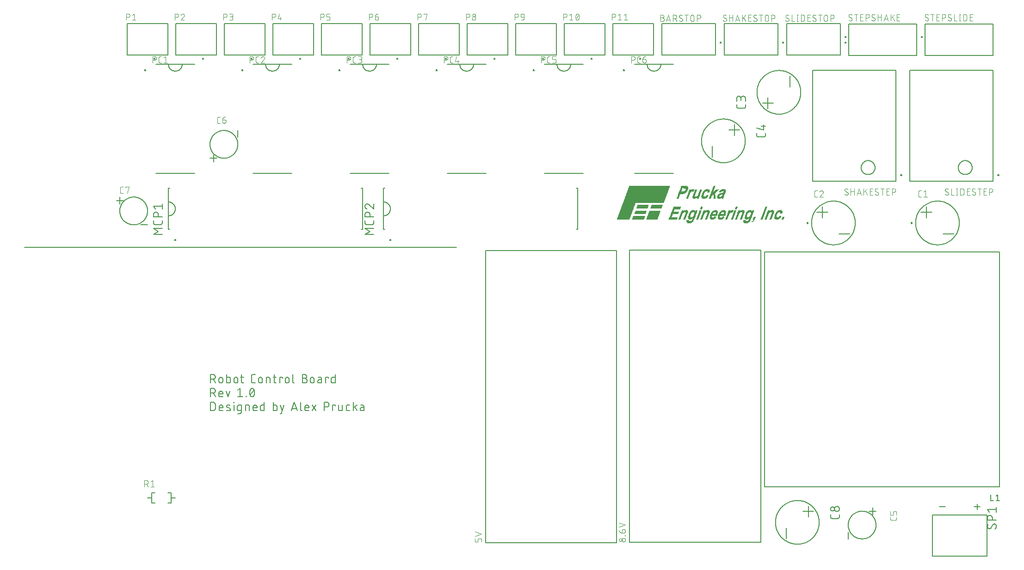
<source format=gbr>
G04 EAGLE Gerber RS-274X export*
G75*
%MOMM*%
%FSLAX34Y34*%
%LPD*%
%INSilkscreen Top*%
%IPPOS*%
%AMOC8*
5,1,8,0,0,1.08239X$1,22.5*%
G01*
%ADD10R,0.381000X0.025400*%
%ADD11R,0.609600X0.025400*%
%ADD12R,0.711200X0.025400*%
%ADD13R,0.736600X0.025400*%
%ADD14R,0.838200X0.025400*%
%ADD15R,0.812800X0.025400*%
%ADD16R,0.889000X0.025400*%
%ADD17R,0.939800X0.025400*%
%ADD18R,1.016000X0.025400*%
%ADD19R,1.041400X0.025400*%
%ADD20R,0.050800X0.025400*%
%ADD21R,1.092200X0.025400*%
%ADD22R,0.127000X0.025400*%
%ADD23R,1.117600X0.025400*%
%ADD24R,0.152400X0.025400*%
%ADD25R,1.143000X0.025400*%
%ADD26R,0.203200X0.025400*%
%ADD27R,1.168400X0.025400*%
%ADD28R,0.228600X0.025400*%
%ADD29R,1.193800X0.025400*%
%ADD30R,0.254000X0.025400*%
%ADD31R,0.508000X0.025400*%
%ADD32R,0.533400X0.025400*%
%ADD33R,0.558800X0.025400*%
%ADD34R,0.025400X0.025400*%
%ADD35R,0.279400X0.025400*%
%ADD36R,0.457200X0.025400*%
%ADD37R,0.482600X0.025400*%
%ADD38R,0.431800X0.025400*%
%ADD39R,0.406400X0.025400*%
%ADD40R,0.355600X0.025400*%
%ADD41R,0.304800X0.025400*%
%ADD42R,0.101600X0.025400*%
%ADD43R,2.286000X0.025400*%
%ADD44R,2.133600X0.025400*%
%ADD45R,2.082800X0.025400*%
%ADD46R,0.330200X0.025400*%
%ADD47R,1.320800X0.025400*%
%ADD48R,0.076200X0.025400*%
%ADD49R,2.108200X0.025400*%
%ADD50R,2.057400X0.025400*%
%ADD51R,1.447800X0.025400*%
%ADD52R,0.584200X0.025400*%
%ADD53R,0.660400X0.025400*%
%ADD54R,0.685800X0.025400*%
%ADD55R,0.787400X0.025400*%
%ADD56R,0.635000X0.025400*%
%ADD57R,0.863600X0.025400*%
%ADD58R,0.914400X0.025400*%
%ADD59R,0.965200X0.025400*%
%ADD60R,0.990600X0.025400*%
%ADD61R,0.762000X0.025400*%
%ADD62R,1.066800X0.025400*%
%ADD63R,1.219200X0.025400*%
%ADD64R,1.422400X0.025400*%
%ADD65R,1.244600X0.025400*%
%ADD66R,1.270000X0.025400*%
%ADD67R,1.295400X0.025400*%
%ADD68R,2.311400X0.025400*%
%ADD69R,1.346200X0.025400*%
%ADD70R,0.177800X0.025400*%
%ADD71R,1.397000X0.025400*%
%ADD72R,7.391400X0.025400*%
%ADD73R,7.366000X0.025400*%
%ADD74R,1.371600X0.025400*%
%ADD75R,7.416800X0.025400*%
%ADD76C,0.203200*%
%ADD77C,0.127000*%
%ADD78C,0.101600*%
%ADD79C,0.200000*%
%ADD80C,0.152400*%


D10*
X1055370Y611124D03*
X1158748Y611124D03*
D11*
X1055243Y611378D03*
X1158875Y611378D03*
D12*
X1055243Y611632D03*
D13*
X1159002Y611632D03*
D14*
X1055370Y611886D03*
D15*
X1159129Y611886D03*
D16*
X1055624Y612140D03*
X1159256Y612140D03*
D17*
X1055624Y612394D03*
X1159256Y612394D03*
D18*
X1055751Y612648D03*
X1159383Y612648D03*
D19*
X1055878Y612902D03*
X1159510Y612902D03*
D20*
X1170305Y612902D03*
D21*
X1055878Y613156D03*
X1159510Y613156D03*
D22*
X1170686Y613156D03*
D23*
X1056005Y613410D03*
X1159637Y613410D03*
D24*
X1170813Y613410D03*
D25*
X1056132Y613664D03*
X1159764Y613664D03*
D26*
X1171067Y613664D03*
D27*
X1056259Y613918D03*
X1159891Y613918D03*
D28*
X1171194Y613918D03*
D29*
X1056132Y614172D03*
X1160018Y614172D03*
D30*
X1171321Y614172D03*
D31*
X1052957Y614426D03*
D32*
X1059688Y614426D03*
D33*
X1156843Y614426D03*
D34*
X1160526Y614426D03*
D31*
X1163447Y614426D03*
D35*
X1171448Y614426D03*
D36*
X1052703Y614680D03*
X1060323Y614680D03*
D37*
X1156462Y614680D03*
D38*
X1164082Y614680D03*
D30*
X1171829Y614680D03*
D38*
X1052576Y614934D03*
D39*
X1060831Y614934D03*
D38*
X1156208Y614934D03*
D39*
X1164463Y614934D03*
D28*
X1172210Y614934D03*
D38*
X1052576Y615188D03*
D10*
X1060958Y615188D03*
D38*
X1156208Y615188D03*
D10*
X1164590Y615188D03*
D28*
X1172464Y615188D03*
D38*
X1052576Y615442D03*
D10*
X1061212Y615442D03*
D38*
X1156208Y615442D03*
D10*
X1164844Y615442D03*
D26*
X1172845Y615442D03*
D38*
X1052576Y615696D03*
D40*
X1061339Y615696D03*
D39*
X1156335Y615696D03*
D10*
X1165098Y615696D03*
D26*
X1173099Y615696D03*
D39*
X1052703Y615950D03*
D40*
X1061593Y615950D03*
D39*
X1156335Y615950D03*
D40*
X1165225Y615950D03*
D26*
X1173099Y615950D03*
D41*
X1052195Y616204D03*
D10*
X1061720Y616204D03*
D35*
X1155700Y616204D03*
D10*
X1165352Y616204D03*
D26*
X1173353Y616204D03*
D42*
X1051179Y616458D03*
D40*
X1061847Y616458D03*
D42*
X1155065Y616458D03*
D40*
X1165479Y616458D03*
D26*
X1173607Y616458D03*
D10*
X1061974Y616712D03*
X1165606Y616712D03*
D26*
X1173607Y616712D03*
D40*
X1062101Y616966D03*
X1165733Y616966D03*
D26*
X1173861Y616966D03*
D40*
X1062101Y617220D03*
D10*
X1165860Y617220D03*
D26*
X1173861Y617220D03*
D43*
X934593Y617474D03*
D44*
X961263Y617474D03*
D45*
X986663Y617474D03*
D40*
X1062355Y617474D03*
D41*
X1096899Y617474D03*
X1111885Y617474D03*
D40*
X1165987Y617474D03*
D26*
X1174115Y617474D03*
D46*
X1215136Y617474D03*
D43*
X934593Y617728D03*
D44*
X961263Y617728D03*
D45*
X986663Y617728D03*
D34*
X1018032Y617728D03*
X1018540Y617728D03*
D47*
X1025525Y617728D03*
D34*
X1035812Y617728D03*
X1036320Y617728D03*
D28*
X1037844Y617728D03*
D34*
X1044702Y617728D03*
X1045210Y617728D03*
D28*
X1046734Y617728D03*
D48*
X1056386Y617728D03*
D40*
X1062355Y617728D03*
D20*
X1068197Y617728D03*
D34*
X1068832Y617728D03*
D28*
X1070356Y617728D03*
D34*
X1075690Y617728D03*
X1076198Y617728D03*
D28*
X1077722Y617728D03*
D34*
X1084580Y617728D03*
X1085088Y617728D03*
D28*
X1086612Y617728D03*
D37*
X1097280Y617728D03*
X1112012Y617728D03*
D34*
X1121664Y617728D03*
X1122172Y617728D03*
D28*
X1123696Y617728D03*
D34*
X1132078Y617728D03*
X1132586Y617728D03*
D28*
X1134110Y617728D03*
D20*
X1139317Y617728D03*
D34*
X1139952Y617728D03*
D28*
X1141476Y617728D03*
D20*
X1148207Y617728D03*
D34*
X1148842Y617728D03*
D28*
X1150366Y617728D03*
D20*
X1160145Y617728D03*
D40*
X1165987Y617728D03*
D34*
X1171956Y617728D03*
X1172464Y617728D03*
D28*
X1173988Y617728D03*
D34*
X1185926Y617728D03*
X1186434Y617728D03*
D30*
X1188085Y617728D03*
D34*
X1193546Y617728D03*
X1194054Y617728D03*
D28*
X1195578Y617728D03*
D34*
X1202436Y617728D03*
X1202944Y617728D03*
D28*
X1204468Y617728D03*
D37*
X1215390Y617728D03*
D34*
X1224788Y617728D03*
X1225296Y617728D03*
D28*
X1226820Y617728D03*
D43*
X934847Y617982D03*
D49*
X961390Y617982D03*
D50*
X986790Y617982D03*
D51*
X1024890Y617982D03*
D40*
X1037209Y617982D03*
X1046099Y617982D03*
D41*
X1056513Y617982D03*
D10*
X1062482Y617982D03*
X1069848Y617982D03*
X1077214Y617982D03*
X1086104Y617982D03*
D52*
X1097280Y617982D03*
D11*
X1112139Y617982D03*
D40*
X1123061Y617982D03*
X1133475Y617982D03*
D10*
X1140968Y617982D03*
X1149858Y617982D03*
D41*
X1160145Y617982D03*
D10*
X1166114Y617982D03*
D40*
X1173353Y617982D03*
D10*
X1187704Y617982D03*
X1195070Y617982D03*
X1203960Y617982D03*
D52*
X1215390Y617982D03*
D40*
X1226185Y617982D03*
D43*
X934847Y618236D03*
D44*
X961517Y618236D03*
D45*
X986917Y618236D03*
D51*
X1025144Y618236D03*
D10*
X1037336Y618236D03*
X1046226Y618236D03*
D38*
X1056640Y618236D03*
D40*
X1062609Y618236D03*
X1069975Y618236D03*
X1077341Y618236D03*
X1086231Y618236D03*
D53*
X1097407Y618236D03*
D54*
X1112266Y618236D03*
D10*
X1123188Y618236D03*
X1133602Y618236D03*
X1140968Y618236D03*
X1149858Y618236D03*
D38*
X1160272Y618236D03*
D40*
X1166241Y618236D03*
D10*
X1173480Y618236D03*
X1187704Y618236D03*
D40*
X1195197Y618236D03*
X1204087Y618236D03*
D53*
X1215517Y618236D03*
D10*
X1226312Y618236D03*
D43*
X934847Y618490D03*
D44*
X961517Y618490D03*
D45*
X986917Y618490D03*
D51*
X1025144Y618490D03*
D40*
X1037463Y618490D03*
X1046353Y618490D03*
D31*
X1056767Y618490D03*
D10*
X1062736Y618490D03*
D40*
X1069975Y618490D03*
D10*
X1077468Y618490D03*
X1086358Y618490D03*
D13*
X1097534Y618490D03*
X1112266Y618490D03*
D40*
X1123315Y618490D03*
X1133729Y618490D03*
X1141095Y618490D03*
X1149985Y618490D03*
D31*
X1160399Y618490D03*
D10*
X1166368Y618490D03*
D40*
X1173607Y618490D03*
D39*
X1187831Y618490D03*
D40*
X1195197Y618490D03*
X1204087Y618490D03*
D13*
X1215644Y618490D03*
D40*
X1226439Y618490D03*
D43*
X935101Y618744D03*
D44*
X961771Y618744D03*
D50*
X987044Y618744D03*
D51*
X1025398Y618744D03*
D10*
X1037590Y618744D03*
X1046480Y618744D03*
D33*
X1056767Y618744D03*
D10*
X1062736Y618744D03*
X1070102Y618744D03*
X1077468Y618744D03*
D40*
X1086485Y618744D03*
D55*
X1097534Y618744D03*
D15*
X1112393Y618744D03*
D40*
X1123315Y618744D03*
D10*
X1133856Y618744D03*
X1141222Y618744D03*
X1150112Y618744D03*
D33*
X1160399Y618744D03*
D40*
X1166495Y618744D03*
D10*
X1173734Y618744D03*
X1187958Y618744D03*
X1195324Y618744D03*
X1204214Y618744D03*
D15*
X1215771Y618744D03*
D40*
X1226439Y618744D03*
D43*
X935101Y618998D03*
D44*
X961771Y618998D03*
D45*
X987171Y618998D03*
D51*
X1025398Y618998D03*
D10*
X1037590Y618998D03*
X1046480Y618998D03*
D56*
X1056894Y618998D03*
D40*
X1062863Y618998D03*
X1070229Y618998D03*
X1077595Y618998D03*
X1086485Y618998D03*
D57*
X1097661Y618998D03*
X1112393Y618998D03*
D10*
X1123442Y618998D03*
X1133856Y618998D03*
D40*
X1141349Y618998D03*
X1150239Y618998D03*
D56*
X1160526Y618998D03*
D10*
X1166622Y618998D03*
X1173734Y618998D03*
X1187958Y618998D03*
D40*
X1195451Y618998D03*
X1204341Y618998D03*
D57*
X1215771Y618998D03*
D10*
X1226566Y618998D03*
D43*
X935101Y619252D03*
D49*
X961898Y619252D03*
D45*
X987171Y619252D03*
D51*
X1025398Y619252D03*
D40*
X1037717Y619252D03*
X1046607Y619252D03*
D54*
X1056894Y619252D03*
D10*
X1062990Y619252D03*
X1070356Y619252D03*
X1077722Y619252D03*
X1086612Y619252D03*
D58*
X1097661Y619252D03*
X1112647Y619252D03*
D40*
X1123569Y619252D03*
X1133983Y619252D03*
X1141349Y619252D03*
X1150239Y619252D03*
D53*
X1160653Y619252D03*
D10*
X1166622Y619252D03*
D40*
X1173861Y619252D03*
D10*
X1188212Y619252D03*
X1195578Y619252D03*
X1204468Y619252D03*
D16*
X1215898Y619252D03*
D40*
X1226693Y619252D03*
D43*
X935355Y619506D03*
D44*
X962025Y619506D03*
D45*
X987425Y619506D03*
D51*
X1025652Y619506D03*
D10*
X1037844Y619506D03*
X1046734Y619506D03*
D12*
X1057021Y619506D03*
D40*
X1063117Y619506D03*
D10*
X1070356Y619506D03*
D40*
X1077849Y619506D03*
X1086739Y619506D03*
D17*
X1097788Y619506D03*
D59*
X1112647Y619506D03*
D10*
X1123696Y619506D03*
X1134110Y619506D03*
X1141476Y619506D03*
X1150366Y619506D03*
D12*
X1160653Y619506D03*
D40*
X1166749Y619506D03*
D10*
X1173988Y619506D03*
X1188212Y619506D03*
X1195578Y619506D03*
X1204468Y619506D03*
D59*
X1216025Y619506D03*
D10*
X1226820Y619506D03*
D43*
X935355Y619760D03*
D44*
X962025Y619760D03*
D45*
X987425Y619760D03*
D51*
X1025652Y619760D03*
D40*
X1037971Y619760D03*
X1046861Y619760D03*
D13*
X1057148Y619760D03*
D40*
X1063117Y619760D03*
X1070483Y619760D03*
X1077849Y619760D03*
X1086739Y619760D03*
D59*
X1097915Y619760D03*
D60*
X1112774Y619760D03*
D40*
X1123823Y619760D03*
X1134237Y619760D03*
X1141603Y619760D03*
X1150493Y619760D03*
D61*
X1160907Y619760D03*
D10*
X1166876Y619760D03*
D40*
X1174115Y619760D03*
D39*
X1188339Y619760D03*
D40*
X1195705Y619760D03*
X1204595Y619760D03*
D60*
X1216152Y619760D03*
D10*
X1226820Y619760D03*
D43*
X935609Y620014D03*
D49*
X962152Y620014D03*
D50*
X987552Y620014D03*
D51*
X1025652Y620014D03*
D40*
X1037971Y620014D03*
X1046861Y620014D03*
D55*
X1057148Y620014D03*
D10*
X1063244Y620014D03*
X1070610Y620014D03*
X1077976Y620014D03*
X1086866Y620014D03*
D18*
X1097915Y620014D03*
X1112901Y620014D03*
D40*
X1123823Y620014D03*
X1134237Y620014D03*
D10*
X1141730Y620014D03*
X1150620Y620014D03*
D27*
X1162939Y620014D03*
D40*
X1174115Y620014D03*
D10*
X1188466Y620014D03*
X1195832Y620014D03*
X1204722Y620014D03*
D19*
X1216152Y620014D03*
D40*
X1226947Y620014D03*
D43*
X935609Y620268D03*
D44*
X962279Y620268D03*
D45*
X987679Y620268D03*
D51*
X1025906Y620268D03*
D10*
X1038098Y620268D03*
X1046988Y620268D03*
D29*
X1059180Y620268D03*
D40*
X1070737Y620268D03*
X1078103Y620268D03*
X1086993Y620268D03*
D19*
X1098042Y620268D03*
D62*
X1112901Y620268D03*
D10*
X1123950Y620268D03*
X1134364Y620268D03*
X1141730Y620268D03*
X1150620Y620268D03*
D29*
X1162812Y620268D03*
D10*
X1174242Y620268D03*
X1188466Y620268D03*
D40*
X1195959Y620268D03*
X1204849Y620268D03*
D62*
X1216279Y620268D03*
D10*
X1227074Y620268D03*
D43*
X935609Y620522D03*
D44*
X962279Y620522D03*
D45*
X987679Y620522D03*
D51*
X1025906Y620522D03*
D40*
X1038225Y620522D03*
X1047115Y620522D03*
D63*
X1059307Y620522D03*
D40*
X1070737Y620522D03*
D10*
X1078230Y620522D03*
X1087120Y620522D03*
D62*
X1098169Y620522D03*
D21*
X1113028Y620522D03*
D40*
X1124077Y620522D03*
X1134491Y620522D03*
X1141857Y620522D03*
X1150747Y620522D03*
D63*
X1162939Y620522D03*
D40*
X1174369Y620522D03*
D39*
X1188593Y620522D03*
D40*
X1195959Y620522D03*
X1204849Y620522D03*
D21*
X1216406Y620522D03*
D40*
X1227201Y620522D03*
D43*
X935863Y620776D03*
D44*
X962533Y620776D03*
D50*
X987806Y620776D03*
D64*
X1026033Y620776D03*
D10*
X1038352Y620776D03*
X1047242Y620776D03*
D63*
X1059307Y620776D03*
D10*
X1070864Y620776D03*
X1078230Y620776D03*
D40*
X1087247Y620776D03*
D37*
X1095248Y620776D03*
D36*
X1101471Y620776D03*
D37*
X1109980Y620776D03*
D36*
X1116457Y620776D03*
D40*
X1124077Y620776D03*
D10*
X1134618Y620776D03*
X1141984Y620776D03*
X1150874Y620776D03*
D63*
X1162939Y620776D03*
D10*
X1174496Y620776D03*
X1188720Y620776D03*
X1196086Y620776D03*
X1204976Y620776D03*
D21*
X1216406Y620776D03*
D40*
X1227201Y620776D03*
D43*
X935863Y621030D03*
D44*
X962533Y621030D03*
D45*
X987933Y621030D03*
D51*
X1026160Y621030D03*
D10*
X1038352Y621030D03*
X1047242Y621030D03*
D65*
X1059180Y621030D03*
D40*
X1070991Y621030D03*
X1078357Y621030D03*
X1087247Y621030D03*
D36*
X1094867Y621030D03*
D38*
X1101852Y621030D03*
X1109726Y621030D03*
X1116838Y621030D03*
D10*
X1124204Y621030D03*
X1134618Y621030D03*
D40*
X1142111Y621030D03*
X1151001Y621030D03*
D65*
X1163066Y621030D03*
D10*
X1174496Y621030D03*
X1188720Y621030D03*
D40*
X1196213Y621030D03*
X1205103Y621030D03*
D32*
X1213358Y621030D03*
D37*
X1219708Y621030D03*
D10*
X1227328Y621030D03*
D43*
X935863Y621284D03*
D49*
X962660Y621284D03*
D45*
X987933Y621284D03*
D51*
X1026160Y621284D03*
D40*
X1038479Y621284D03*
X1047369Y621284D03*
D32*
X1055624Y621284D03*
D53*
X1062355Y621284D03*
D10*
X1071118Y621284D03*
X1078484Y621284D03*
X1087374Y621284D03*
D38*
X1094740Y621284D03*
D39*
X1102233Y621284D03*
X1109599Y621284D03*
X1116965Y621284D03*
D40*
X1124331Y621284D03*
X1134745Y621284D03*
X1142111Y621284D03*
X1151001Y621284D03*
D33*
X1159383Y621284D03*
D53*
X1165987Y621284D03*
D40*
X1174623Y621284D03*
D10*
X1188974Y621284D03*
X1196340Y621284D03*
X1205230Y621284D03*
D37*
X1213104Y621284D03*
D38*
X1220216Y621284D03*
D40*
X1227455Y621284D03*
D43*
X936117Y621538D03*
D44*
X962787Y621538D03*
D45*
X988187Y621538D03*
D32*
X1021842Y621538D03*
D34*
X1024890Y621538D03*
X1025398Y621538D03*
X1025906Y621538D03*
X1026414Y621538D03*
X1026922Y621538D03*
X1027430Y621538D03*
X1027938Y621538D03*
X1028446Y621538D03*
X1028954Y621538D03*
X1029462Y621538D03*
X1029970Y621538D03*
X1030478Y621538D03*
X1030986Y621538D03*
X1031494Y621538D03*
X1032002Y621538D03*
X1032510Y621538D03*
X1033018Y621538D03*
D10*
X1038606Y621538D03*
X1047496Y621538D03*
D37*
X1055370Y621538D03*
D33*
X1062863Y621538D03*
D10*
X1071118Y621538D03*
D40*
X1078611Y621538D03*
X1087501Y621538D03*
D39*
X1094613Y621538D03*
D10*
X1102360Y621538D03*
D39*
X1109599Y621538D03*
X1117219Y621538D03*
D10*
X1124458Y621538D03*
X1134872Y621538D03*
X1142238Y621538D03*
X1151128Y621538D03*
D37*
X1159002Y621538D03*
D33*
X1166495Y621538D03*
D10*
X1174750Y621538D03*
X1188974Y621538D03*
X1196340Y621538D03*
X1205230Y621538D03*
D36*
X1212977Y621538D03*
D38*
X1220470Y621538D03*
D40*
X1227455Y621538D03*
D43*
X936117Y621792D03*
D44*
X962787Y621792D03*
D45*
X988187Y621792D03*
D10*
X1021080Y621792D03*
D40*
X1038733Y621792D03*
X1047623Y621792D03*
D36*
X1055243Y621792D03*
D31*
X1063117Y621792D03*
D40*
X1071245Y621792D03*
X1078611Y621792D03*
X1087501Y621792D03*
D39*
X1094613Y621792D03*
D10*
X1102614Y621792D03*
X1109472Y621792D03*
D39*
X1117473Y621792D03*
D40*
X1124585Y621792D03*
X1134999Y621792D03*
X1142365Y621792D03*
X1151255Y621792D03*
D36*
X1158875Y621792D03*
D32*
X1166876Y621792D03*
D40*
X1174877Y621792D03*
D39*
X1189101Y621792D03*
D40*
X1196467Y621792D03*
X1205357Y621792D03*
D38*
X1212850Y621792D03*
D39*
X1220851Y621792D03*
D40*
X1227709Y621792D03*
D43*
X936117Y622046D03*
D44*
X963041Y622046D03*
D45*
X988187Y622046D03*
D39*
X1021207Y622046D03*
D40*
X1038733Y622046D03*
X1047623Y622046D03*
D38*
X1055116Y622046D03*
D31*
X1063371Y622046D03*
D10*
X1071372Y622046D03*
X1078738Y622046D03*
X1087628Y622046D03*
D39*
X1094613Y622046D03*
D10*
X1102868Y622046D03*
X1109472Y622046D03*
X1117600Y622046D03*
D40*
X1124585Y622046D03*
X1134999Y622046D03*
D10*
X1142492Y622046D03*
X1151382Y622046D03*
D36*
X1158875Y622046D03*
D37*
X1167130Y622046D03*
D40*
X1174877Y622046D03*
D10*
X1189228Y622046D03*
X1196594Y622046D03*
X1205484Y622046D03*
D39*
X1212723Y622046D03*
D10*
X1220978Y622046D03*
D40*
X1227709Y622046D03*
D43*
X936371Y622300D03*
D44*
X963041Y622300D03*
D45*
X988441Y622300D03*
D10*
X1021334Y622300D03*
X1038860Y622300D03*
X1047750Y622300D03*
D38*
X1055116Y622300D03*
D36*
X1063625Y622300D03*
D40*
X1071499Y622300D03*
X1078865Y622300D03*
X1087755Y622300D03*
X1094613Y622300D03*
D10*
X1102868Y622300D03*
X1109472Y622300D03*
D40*
X1117727Y622300D03*
D10*
X1124712Y622300D03*
X1135126Y622300D03*
X1142492Y622300D03*
X1151382Y622300D03*
D38*
X1158748Y622300D03*
D36*
X1167257Y622300D03*
D10*
X1189228Y622300D03*
X1196594Y622300D03*
D40*
X1205611Y622300D03*
D39*
X1212723Y622300D03*
D10*
X1221232Y622300D03*
D43*
X936371Y622554D03*
D44*
X963041Y622554D03*
D45*
X988441Y622554D03*
D10*
X1021334Y622554D03*
D40*
X1038987Y622554D03*
X1047877Y622554D03*
D38*
X1055116Y622554D03*
D36*
X1063879Y622554D03*
D40*
X1071499Y622554D03*
D10*
X1078992Y622554D03*
X1087882Y622554D03*
D40*
X1094613Y622554D03*
D26*
X1102233Y622554D03*
D10*
X1109472Y622554D03*
D26*
X1117219Y622554D03*
D40*
X1124839Y622554D03*
X1135253Y622554D03*
X1142619Y622554D03*
X1151509Y622554D03*
D39*
X1158875Y622554D03*
D36*
X1167511Y622554D03*
D39*
X1189355Y622554D03*
D40*
X1196721Y622554D03*
X1205611Y622554D03*
D10*
X1212850Y622554D03*
X1221232Y622554D03*
D43*
X936625Y622808D03*
D44*
X963295Y622808D03*
D50*
X988568Y622808D03*
D10*
X1021588Y622808D03*
X1039114Y622808D03*
X1048004Y622808D03*
D39*
X1054989Y622808D03*
D38*
X1064006Y622808D03*
D10*
X1071626Y622808D03*
X1078992Y622808D03*
X1087882Y622808D03*
D40*
X1094613Y622808D03*
D48*
X1101852Y622808D03*
D10*
X1109472Y622808D03*
D48*
X1116584Y622808D03*
D10*
X1124966Y622808D03*
D40*
X1135253Y622808D03*
D10*
X1142746Y622808D03*
X1151636Y622808D03*
D39*
X1158875Y622808D03*
D38*
X1167638Y622808D03*
D10*
X1189482Y622808D03*
X1196848Y622808D03*
X1205738Y622808D03*
X1212850Y622808D03*
X1221486Y622808D03*
D43*
X936625Y623062D03*
D44*
X963295Y623062D03*
D45*
X988695Y623062D03*
D10*
X1021588Y623062D03*
X1039114Y623062D03*
X1048004Y623062D03*
X1055116Y623062D03*
D39*
X1064133Y623062D03*
D40*
X1071753Y623062D03*
X1079119Y623062D03*
X1088009Y623062D03*
X1094613Y623062D03*
D10*
X1109472Y623062D03*
X1124966Y623062D03*
X1135380Y623062D03*
D40*
X1142873Y623062D03*
X1151763Y623062D03*
D10*
X1158748Y623062D03*
D38*
X1167892Y623062D03*
D10*
X1189482Y623062D03*
D40*
X1196975Y623062D03*
X1205865Y623062D03*
D10*
X1212850Y623062D03*
X1221740Y623062D03*
D43*
X936625Y623316D03*
D49*
X963422Y623316D03*
D45*
X988695Y623316D03*
D39*
X1021715Y623316D03*
D40*
X1039241Y623316D03*
X1048131Y623316D03*
D10*
X1055116Y623316D03*
D39*
X1064387Y623316D03*
D40*
X1071753Y623316D03*
D10*
X1079246Y623316D03*
X1088136Y623316D03*
X1094740Y623316D03*
D40*
X1109599Y623316D03*
X1125093Y623316D03*
X1135507Y623316D03*
X1142873Y623316D03*
X1151763Y623316D03*
D10*
X1158748Y623316D03*
D39*
X1168019Y623316D03*
X1189609Y623316D03*
D10*
X1197102Y623316D03*
X1205992Y623316D03*
X1212850Y623316D03*
D40*
X1221867Y623316D03*
D43*
X936879Y623570D03*
D50*
X988822Y623570D03*
D10*
X1021842Y623570D03*
X1039368Y623570D03*
X1048258Y623570D03*
X1055116Y623570D03*
D39*
X1064387Y623570D03*
D10*
X1071880Y623570D03*
D40*
X1079373Y623570D03*
X1088263Y623570D03*
D10*
X1094740Y623570D03*
D40*
X1109599Y623570D03*
D10*
X1125220Y623570D03*
X1135634Y623570D03*
X1143000Y623570D03*
X1151890Y623570D03*
X1158748Y623570D03*
D39*
X1168019Y623570D03*
D10*
X1189736Y623570D03*
X1197102Y623570D03*
X1205992Y623570D03*
X1212850Y623570D03*
D28*
X1221232Y623570D03*
D43*
X936879Y623824D03*
D45*
X988949Y623824D03*
D10*
X1021842Y623824D03*
D40*
X1039495Y623824D03*
X1048385Y623824D03*
D10*
X1055116Y623824D03*
X1064514Y623824D03*
D40*
X1072007Y623824D03*
X1079373Y623824D03*
X1088263Y623824D03*
X1094867Y623824D03*
D10*
X1109726Y623824D03*
D40*
X1125347Y623824D03*
X1135761Y623824D03*
X1143127Y623824D03*
X1152017Y623824D03*
D10*
X1158748Y623824D03*
D39*
X1168273Y623824D03*
X1189863Y623824D03*
D40*
X1197229Y623824D03*
X1206119Y623824D03*
D10*
X1212850Y623824D03*
D42*
X1220851Y623824D03*
D43*
X936879Y624078D03*
D45*
X988949Y624078D03*
D39*
X1021969Y624078D03*
D40*
X1039495Y624078D03*
X1048385Y624078D03*
D39*
X1055243Y624078D03*
D10*
X1064768Y624078D03*
X1072134Y624078D03*
X1079500Y624078D03*
X1088390Y624078D03*
D40*
X1094867Y624078D03*
D10*
X1109726Y624078D03*
D40*
X1125347Y624078D03*
X1135761Y624078D03*
D10*
X1143254Y624078D03*
X1152144Y624078D03*
X1159002Y624078D03*
X1168400Y624078D03*
X1189990Y624078D03*
X1197356Y624078D03*
X1206246Y624078D03*
X1213104Y624078D03*
D43*
X937133Y624332D03*
D45*
X989203Y624332D03*
D10*
X1022096Y624332D03*
X1039622Y624332D03*
X1048512Y624332D03*
X1055370Y624332D03*
X1064768Y624332D03*
D40*
X1072261Y624332D03*
X1079627Y624332D03*
X1088517Y624332D03*
D10*
X1094994Y624332D03*
X1109726Y624332D03*
X1125474Y624332D03*
X1135888Y624332D03*
X1143254Y624332D03*
X1152144Y624332D03*
X1159002Y624332D03*
X1168400Y624332D03*
X1189990Y624332D03*
X1197356Y624332D03*
D40*
X1206373Y624332D03*
D10*
X1213104Y624332D03*
D43*
X937133Y624586D03*
D45*
X989203Y624586D03*
D10*
X1022096Y624586D03*
D40*
X1039749Y624586D03*
X1048639Y624586D03*
D10*
X1055370Y624586D03*
X1065022Y624586D03*
D40*
X1072261Y624586D03*
D10*
X1079754Y624586D03*
X1088644Y624586D03*
X1094994Y624586D03*
D40*
X1109853Y624586D03*
X1125601Y624586D03*
X1136015Y624586D03*
X1143381Y624586D03*
X1152271Y624586D03*
D10*
X1159002Y624586D03*
X1168654Y624586D03*
D39*
X1190117Y624586D03*
D40*
X1197483Y624586D03*
X1206373Y624586D03*
D10*
X1213104Y624586D03*
D43*
X937133Y624840D03*
D50*
X989330Y624840D03*
D10*
X1022350Y624840D03*
D40*
X1039749Y624840D03*
D10*
X1048766Y624840D03*
X1055370Y624840D03*
X1065022Y624840D03*
X1072388Y624840D03*
X1079754Y624840D03*
X1088644Y624840D03*
D66*
X1099693Y624840D03*
D67*
X1114552Y624840D03*
D10*
X1125728Y624840D03*
D40*
X1136015Y624840D03*
D10*
X1143508Y624840D03*
X1152398Y624840D03*
X1159002Y624840D03*
X1168654Y624840D03*
X1190244Y624840D03*
X1197610Y624840D03*
X1206500Y624840D03*
D40*
X1213231Y624840D03*
D43*
X937387Y625094D03*
D45*
X989457Y625094D03*
D10*
X1022350Y625094D03*
X1039876Y625094D03*
X1048766Y625094D03*
D40*
X1055497Y625094D03*
X1065149Y625094D03*
X1072515Y625094D03*
X1079881Y625094D03*
X1088771Y625094D03*
D66*
X1099693Y625094D03*
D67*
X1114552Y625094D03*
D10*
X1125728Y625094D03*
X1136142Y625094D03*
D40*
X1143635Y625094D03*
X1152525Y625094D03*
X1159129Y625094D03*
X1168781Y625094D03*
D10*
X1190244Y625094D03*
D40*
X1197737Y625094D03*
X1206627Y625094D03*
D10*
X1213358Y625094D03*
D43*
X937387Y625348D03*
D45*
X989457Y625348D03*
D39*
X1022477Y625348D03*
D40*
X1040003Y625348D03*
X1048893Y625348D03*
D10*
X1055624Y625348D03*
X1065276Y625348D03*
D40*
X1072515Y625348D03*
D10*
X1080008Y625348D03*
X1088898Y625348D03*
D67*
X1099820Y625348D03*
D66*
X1114679Y625348D03*
D40*
X1125855Y625348D03*
X1136269Y625348D03*
X1143635Y625348D03*
X1152525Y625348D03*
D10*
X1159256Y625348D03*
X1168908Y625348D03*
D39*
X1190371Y625348D03*
D40*
X1197737Y625348D03*
D10*
X1206754Y625348D03*
X1213358Y625348D03*
D43*
X937641Y625602D03*
D50*
X989584Y625602D03*
D10*
X1022604Y625602D03*
X1040130Y625602D03*
X1049020Y625602D03*
X1055624Y625602D03*
D40*
X1065403Y625602D03*
D10*
X1072642Y625602D03*
D40*
X1080135Y625602D03*
X1089025Y625602D03*
D66*
X1099947Y625602D03*
D67*
X1114806Y625602D03*
D10*
X1125982Y625602D03*
X1136396Y625602D03*
X1143762Y625602D03*
X1152652Y625602D03*
X1159256Y625602D03*
D40*
X1169035Y625602D03*
D10*
X1190498Y625602D03*
X1197864Y625602D03*
X1206754Y625602D03*
D40*
X1213485Y625602D03*
D43*
X937641Y625856D03*
D45*
X989711Y625856D03*
D10*
X1022604Y625856D03*
X1040130Y625856D03*
D40*
X1049147Y625856D03*
X1055751Y625856D03*
X1065403Y625856D03*
X1072769Y625856D03*
X1080135Y625856D03*
X1089025Y625856D03*
D66*
X1099947Y625856D03*
D67*
X1114806Y625856D03*
D10*
X1125982Y625856D03*
X1136396Y625856D03*
D40*
X1143889Y625856D03*
X1152779Y625856D03*
D10*
X1159510Y625856D03*
X1169162Y625856D03*
X1190498Y625856D03*
D40*
X1197991Y625856D03*
X1206881Y625856D03*
D10*
X1213612Y625856D03*
D43*
X937641Y626110D03*
D45*
X989711Y626110D03*
D39*
X1022731Y626110D03*
D40*
X1040257Y626110D03*
X1049147Y626110D03*
D10*
X1055878Y626110D03*
D40*
X1065657Y626110D03*
D10*
X1072896Y626110D03*
X1080262Y626110D03*
X1089152Y626110D03*
D67*
X1100074Y626110D03*
D66*
X1114933Y626110D03*
D10*
X1126236Y626110D03*
D40*
X1136523Y626110D03*
D10*
X1144016Y626110D03*
X1152906Y626110D03*
X1159510Y626110D03*
D40*
X1169289Y626110D03*
D10*
X1190752Y626110D03*
X1198118Y626110D03*
X1207008Y626110D03*
X1213612Y626110D03*
D43*
X937895Y626364D03*
D45*
X989965Y626364D03*
D10*
X1022858Y626364D03*
X1040384Y626364D03*
X1049274Y626364D03*
X1055878Y626364D03*
D40*
X1065657Y626364D03*
D10*
X1072896Y626364D03*
D40*
X1080389Y626364D03*
X1089279Y626364D03*
D66*
X1100201Y626364D03*
D67*
X1115060Y626364D03*
D10*
X1126236Y626364D03*
X1136650Y626364D03*
X1144016Y626364D03*
X1152906Y626364D03*
X1159510Y626364D03*
D40*
X1169289Y626364D03*
D10*
X1190752Y626364D03*
D40*
X1198245Y626364D03*
X1207135Y626364D03*
X1213739Y626364D03*
D43*
X937895Y626618D03*
D45*
X989965Y626618D03*
D10*
X1022858Y626618D03*
D40*
X1040511Y626618D03*
X1049401Y626618D03*
X1056005Y626618D03*
D10*
X1065784Y626618D03*
D40*
X1073023Y626618D03*
D10*
X1080516Y626618D03*
X1089406Y626618D03*
D66*
X1100201Y626618D03*
X1115187Y626618D03*
D10*
X1126490Y626618D03*
D40*
X1136777Y626618D03*
X1144143Y626618D03*
X1153033Y626618D03*
D10*
X1159764Y626618D03*
X1169416Y626618D03*
D39*
X1190879Y626618D03*
D40*
X1198245Y626618D03*
X1207135Y626618D03*
D10*
X1213866Y626618D03*
D43*
X937895Y626872D03*
D45*
X989965Y626872D03*
D10*
X1023112Y626872D03*
X1040638Y626872D03*
X1049528Y626872D03*
X1056132Y626872D03*
D40*
X1065911Y626872D03*
D10*
X1073150Y626872D03*
X1080516Y626872D03*
X1089406Y626872D03*
D66*
X1100455Y626872D03*
X1115187Y626872D03*
D10*
X1126490Y626872D03*
D40*
X1136777Y626872D03*
D10*
X1144270Y626872D03*
X1153160Y626872D03*
X1159764Y626872D03*
D40*
X1169543Y626872D03*
D10*
X1191006Y626872D03*
X1198372Y626872D03*
X1207262Y626872D03*
X1213866Y626872D03*
D43*
X938149Y627126D03*
D45*
X990219Y627126D03*
D10*
X1023112Y627126D03*
X1040638Y627126D03*
X1049528Y627126D03*
D40*
X1056259Y627126D03*
X1065911Y627126D03*
X1073277Y627126D03*
X1080643Y627126D03*
X1089533Y627126D03*
D66*
X1100455Y627126D03*
X1115441Y627126D03*
D10*
X1126490Y627126D03*
X1136904Y627126D03*
D40*
X1144397Y627126D03*
X1153287Y627126D03*
X1159891Y627126D03*
X1169543Y627126D03*
D10*
X1191006Y627126D03*
D40*
X1198499Y627126D03*
X1207389Y627126D03*
D10*
X1214120Y627126D03*
D43*
X938149Y627380D03*
D45*
X990219Y627380D03*
D39*
X1023239Y627380D03*
D40*
X1040765Y627380D03*
X1049655Y627380D03*
D10*
X1056386Y627380D03*
X1066038Y627380D03*
D40*
X1073277Y627380D03*
D10*
X1080770Y627380D03*
X1089660Y627380D03*
D32*
X1096772Y627380D03*
D34*
X1099820Y627380D03*
X1100328Y627380D03*
X1100836Y627380D03*
X1101344Y627380D03*
X1101852Y627380D03*
X1102360Y627380D03*
X1102868Y627380D03*
D40*
X1105027Y627380D03*
D32*
X1111758Y627380D03*
D34*
X1114806Y627380D03*
X1115314Y627380D03*
X1115822Y627380D03*
X1116330Y627380D03*
X1116838Y627380D03*
X1117346Y627380D03*
X1117854Y627380D03*
D40*
X1120013Y627380D03*
D10*
X1126744Y627380D03*
D40*
X1137031Y627380D03*
D10*
X1144524Y627380D03*
D40*
X1153287Y627380D03*
D10*
X1160018Y627380D03*
X1169670Y627380D03*
X1191260Y627380D03*
X1198626Y627380D03*
X1207516Y627380D03*
X1214120Y627380D03*
D68*
X938276Y627634D03*
D45*
X964819Y627634D03*
D50*
X990346Y627634D03*
D10*
X1023366Y627634D03*
X1040892Y627634D03*
X1049782Y627634D03*
X1056386Y627634D03*
D40*
X1066165Y627634D03*
D10*
X1073404Y627634D03*
X1080770Y627634D03*
X1089660Y627634D03*
X1096264Y627634D03*
D40*
X1105281Y627634D03*
D10*
X1110996Y627634D03*
D40*
X1120013Y627634D03*
D10*
X1126744Y627634D03*
X1137158Y627634D03*
X1144524Y627634D03*
X1153414Y627634D03*
D40*
X1160145Y627634D03*
X1169797Y627634D03*
D10*
X1191260Y627634D03*
X1198626Y627634D03*
X1207516Y627634D03*
X1214374Y627634D03*
D43*
X938403Y627888D03*
D49*
X964946Y627888D03*
D45*
X990473Y627888D03*
D69*
X1028192Y627888D03*
D10*
X1040892Y627888D03*
X1049782Y627888D03*
X1056640Y627888D03*
D40*
X1066165Y627888D03*
X1073531Y627888D03*
D10*
X1081024Y627888D03*
D40*
X1089787Y627888D03*
D10*
X1096264Y627888D03*
D40*
X1105281Y627888D03*
D10*
X1111250Y627888D03*
D46*
X1120140Y627888D03*
D39*
X1126871Y627888D03*
D10*
X1137158Y627888D03*
X1144778Y627888D03*
D40*
X1153541Y627888D03*
D10*
X1160272Y627888D03*
X1169924Y627888D03*
X1191260Y627888D03*
X1198880Y627888D03*
D40*
X1207643Y627888D03*
D10*
X1214374Y627888D03*
D43*
X938403Y628142D03*
D45*
X965073Y628142D03*
X990473Y628142D03*
D69*
X1028192Y628142D03*
D10*
X1041146Y628142D03*
D40*
X1049909Y628142D03*
D10*
X1056640Y628142D03*
X1066292Y628142D03*
X1073658Y628142D03*
X1081024Y628142D03*
X1089914Y628142D03*
X1096518Y628142D03*
D40*
X1105281Y628142D03*
D10*
X1111250Y628142D03*
D40*
X1120267Y628142D03*
D10*
X1126998Y628142D03*
D40*
X1137285Y628142D03*
D10*
X1144778Y628142D03*
D40*
X1153541Y628142D03*
D10*
X1160272Y628142D03*
X1169924Y628142D03*
X1191514Y628142D03*
X1198880Y628142D03*
X1207770Y628142D03*
X1214628Y628142D03*
D43*
X938657Y628396D03*
D45*
X965073Y628396D03*
D50*
X990600Y628396D03*
D69*
X1028446Y628396D03*
D10*
X1041146Y628396D03*
X1050036Y628396D03*
X1056894Y628396D03*
X1066292Y628396D03*
X1073658Y628396D03*
X1081278Y628396D03*
X1089914Y628396D03*
D40*
X1096645Y628396D03*
D46*
X1105408Y628396D03*
D10*
X1111504Y628396D03*
D40*
X1120267Y628396D03*
D39*
X1127125Y628396D03*
D10*
X1137412Y628396D03*
X1144778Y628396D03*
X1153668Y628396D03*
X1160526Y628396D03*
X1169924Y628396D03*
X1191514Y628396D03*
X1199134Y628396D03*
X1207770Y628396D03*
X1214628Y628396D03*
D43*
X938657Y628650D03*
D49*
X965200Y628650D03*
D45*
X990727Y628650D03*
D69*
X1028446Y628650D03*
D10*
X1041400Y628650D03*
X1050036Y628650D03*
X1056894Y628650D03*
D39*
X1066419Y628650D03*
D40*
X1073785Y628650D03*
D10*
X1081278Y628650D03*
D40*
X1090041Y628650D03*
D10*
X1096772Y628650D03*
D40*
X1105535Y628650D03*
X1111631Y628650D03*
X1120267Y628650D03*
D39*
X1127379Y628650D03*
D40*
X1137539Y628650D03*
D10*
X1145032Y628650D03*
X1153668Y628650D03*
X1160780Y628650D03*
D39*
X1170051Y628650D03*
X1191641Y628650D03*
D10*
X1199134Y628650D03*
D40*
X1207897Y628650D03*
D10*
X1214882Y628650D03*
D20*
X1222121Y628650D03*
D43*
X938657Y628904D03*
D45*
X965327Y628904D03*
X990727Y628904D03*
D69*
X1028446Y628904D03*
D10*
X1041400Y628904D03*
D40*
X1050163Y628904D03*
D10*
X1057148Y628904D03*
D39*
X1066419Y628904D03*
D10*
X1073912Y628904D03*
D39*
X1081405Y628904D03*
D10*
X1090168Y628904D03*
D40*
X1096899Y628904D03*
X1105535Y628904D03*
D10*
X1111758Y628904D03*
D46*
X1120394Y628904D03*
D39*
X1127379Y628904D03*
D40*
X1137539Y628904D03*
D39*
X1145159Y628904D03*
D10*
X1153922Y628904D03*
X1160780Y628904D03*
D39*
X1170051Y628904D03*
D10*
X1191768Y628904D03*
D39*
X1199261Y628904D03*
D10*
X1208024Y628904D03*
D40*
X1215009Y628904D03*
D26*
X1222883Y628904D03*
D43*
X938911Y629158D03*
D49*
X965454Y629158D03*
D45*
X990981Y629158D03*
D69*
X1028700Y629158D03*
D39*
X1041527Y629158D03*
D10*
X1050290Y629158D03*
X1057402Y629158D03*
D39*
X1066419Y629158D03*
D40*
X1074039Y629158D03*
D39*
X1081659Y629158D03*
D10*
X1090168Y629158D03*
X1097026Y629158D03*
D40*
X1105535Y629158D03*
X1111885Y629158D03*
D46*
X1120394Y629158D03*
D38*
X1127506Y629158D03*
D10*
X1137666Y629158D03*
D39*
X1145159Y629158D03*
D10*
X1153922Y629158D03*
X1161034Y629158D03*
X1170178Y629158D03*
X1191768Y629158D03*
X1199388Y629158D03*
X1208024Y629158D03*
X1215136Y629158D03*
D41*
X1223391Y629158D03*
D43*
X938911Y629412D03*
D49*
X965454Y629412D03*
D45*
X990981Y629412D03*
D69*
X1028700Y629412D03*
D39*
X1041781Y629412D03*
D10*
X1050290Y629412D03*
X1057402Y629412D03*
D38*
X1066546Y629412D03*
D40*
X1074039Y629412D03*
D39*
X1081659Y629412D03*
D10*
X1090168Y629412D03*
X1097280Y629412D03*
D40*
X1105535Y629412D03*
D10*
X1112012Y629412D03*
D40*
X1120521Y629412D03*
D38*
X1127760Y629412D03*
D40*
X1137793Y629412D03*
D39*
X1145413Y629412D03*
D10*
X1153922Y629412D03*
D39*
X1161161Y629412D03*
D38*
X1170178Y629412D03*
D10*
X1192022Y629412D03*
D39*
X1199515Y629412D03*
D10*
X1208024Y629412D03*
X1215390Y629412D03*
X1223772Y629412D03*
D43*
X938911Y629666D03*
D45*
X965581Y629666D03*
X990981Y629666D03*
D47*
X1028827Y629666D03*
D38*
X1041908Y629666D03*
D10*
X1050290Y629666D03*
X1057656Y629666D03*
D38*
X1066546Y629666D03*
D10*
X1074166Y629666D03*
D39*
X1081913Y629666D03*
X1090295Y629666D03*
X1097407Y629666D03*
D40*
X1105535Y629666D03*
D10*
X1112266Y629666D03*
D46*
X1120394Y629666D03*
D36*
X1127887Y629666D03*
D10*
X1137920Y629666D03*
D38*
X1145540Y629666D03*
D39*
X1154049Y629666D03*
X1161415Y629666D03*
D38*
X1170178Y629666D03*
D10*
X1192022Y629666D03*
D38*
X1199642Y629666D03*
D39*
X1208151Y629666D03*
X1215517Y629666D03*
X1223899Y629666D03*
D43*
X939165Y629920D03*
D49*
X965708Y629920D03*
D45*
X991235Y629920D03*
D69*
X1028954Y629920D03*
D36*
X1042035Y629920D03*
D39*
X1050417Y629920D03*
X1057783Y629920D03*
D38*
X1066546Y629920D03*
D40*
X1074293Y629920D03*
D38*
X1082040Y629920D03*
D10*
X1090422Y629920D03*
X1097534Y629920D03*
D40*
X1105535Y629920D03*
D10*
X1112520Y629920D03*
X1120394Y629920D03*
D37*
X1128014Y629920D03*
D10*
X1137920Y629920D03*
D38*
X1145794Y629920D03*
D39*
X1154049Y629920D03*
D10*
X1161542Y629920D03*
D36*
X1170305Y629920D03*
D10*
X1192022Y629920D03*
D38*
X1199896Y629920D03*
D39*
X1208151Y629920D03*
X1215771Y629920D03*
X1223899Y629920D03*
D43*
X939165Y630174D03*
D45*
X965835Y630174D03*
X991235Y630174D03*
D69*
X1028954Y630174D03*
D36*
X1042289Y630174D03*
D39*
X1050417Y630174D03*
X1058037Y630174D03*
D37*
X1066546Y630174D03*
D10*
X1074420Y630174D03*
D36*
X1082167Y630174D03*
D39*
X1090295Y630174D03*
D10*
X1097788Y630174D03*
D40*
X1105535Y630174D03*
D39*
X1112647Y630174D03*
D10*
X1120394Y630174D03*
D37*
X1128268Y630174D03*
D20*
X1133475Y630174D03*
D40*
X1138047Y630174D03*
D36*
X1145921Y630174D03*
D39*
X1154049Y630174D03*
D38*
X1161796Y630174D03*
D36*
X1170305Y630174D03*
D10*
X1192276Y630174D03*
D36*
X1200023Y630174D03*
D39*
X1208151Y630174D03*
X1216025Y630174D03*
X1223899Y630174D03*
D43*
X939419Y630428D03*
D45*
X965835Y630428D03*
D50*
X991362Y630428D03*
D69*
X1029208Y630428D03*
D37*
X1042416Y630428D03*
D39*
X1050417Y630428D03*
D38*
X1058418Y630428D03*
D37*
X1066546Y630428D03*
D10*
X1074420Y630428D03*
D37*
X1082548Y630428D03*
D38*
X1090422Y630428D03*
D10*
X1098042Y630428D03*
X1105408Y630428D03*
D39*
X1112901Y630428D03*
D10*
X1120394Y630428D03*
D32*
X1128522Y630428D03*
D42*
X1133475Y630428D03*
D10*
X1138174Y630428D03*
D37*
X1146048Y630428D03*
D39*
X1154049Y630428D03*
D38*
X1162050Y630428D03*
D37*
X1170178Y630428D03*
D10*
X1192276Y630428D03*
D37*
X1200150Y630428D03*
D38*
X1208278Y630428D03*
D39*
X1216279Y630428D03*
X1223899Y630428D03*
D43*
X939419Y630682D03*
D49*
X965962Y630682D03*
D45*
X991489Y630682D03*
D69*
X1029208Y630682D03*
D37*
X1042670Y630682D03*
D38*
X1050290Y630682D03*
X1058672Y630682D03*
D32*
X1066546Y630682D03*
D40*
X1074547Y630682D03*
D31*
X1082675Y630682D03*
D38*
X1090422Y630682D03*
X1098296Y630682D03*
D39*
X1105281Y630682D03*
X1113155Y630682D03*
X1120267Y630682D03*
D55*
X1130046Y630682D03*
D40*
X1138301Y630682D03*
D31*
X1146429Y630682D03*
D36*
X1154049Y630682D03*
D38*
X1162304Y630682D03*
D32*
X1170178Y630682D03*
D39*
X1192403Y630682D03*
D31*
X1200531Y630682D03*
D36*
X1208151Y630682D03*
X1216533Y630682D03*
D38*
X1223772Y630682D03*
D43*
X939419Y630936D03*
D45*
X966089Y630936D03*
X991489Y630936D03*
D69*
X1029208Y630936D03*
D33*
X1043051Y630936D03*
D37*
X1050290Y630936D03*
X1058926Y630936D03*
D33*
X1066419Y630936D03*
D10*
X1074674Y630936D03*
D33*
X1082929Y630936D03*
D36*
X1090295Y630936D03*
X1098677Y630936D03*
D38*
X1105154Y630936D03*
X1113536Y630936D03*
X1120140Y630936D03*
D15*
X1130173Y630936D03*
D40*
X1138301Y630936D03*
D33*
X1146683Y630936D03*
D37*
X1153922Y630936D03*
X1162558Y630936D03*
D33*
X1170051Y630936D03*
D10*
X1192530Y630936D03*
D33*
X1200785Y630936D03*
D36*
X1208151Y630936D03*
X1216787Y630936D03*
X1223645Y630936D03*
D43*
X939673Y631190D03*
D45*
X966089Y631190D03*
D50*
X991616Y631190D03*
D69*
X1029462Y631190D03*
D53*
X1043559Y631190D03*
D32*
X1050036Y631190D03*
X1059434Y631190D03*
D56*
X1066038Y631190D03*
D40*
X1074801Y631190D03*
D56*
X1083564Y631190D03*
D32*
X1089914Y631190D03*
D31*
X1099185Y631190D03*
D37*
X1104900Y631190D03*
X1114044Y631190D03*
X1119632Y631190D03*
D14*
X1130300Y631190D03*
D10*
X1138428Y631190D03*
D53*
X1147191Y631190D03*
D32*
X1153668Y631190D03*
D33*
X1163193Y631190D03*
D56*
X1169670Y631190D03*
D10*
X1192530Y631190D03*
D56*
X1201420Y631190D03*
D32*
X1207770Y631190D03*
D23*
X1220343Y631190D03*
D43*
X939673Y631444D03*
D49*
X966216Y631444D03*
D45*
X991743Y631444D03*
D69*
X1029462Y631444D03*
D63*
X1046607Y631444D03*
D65*
X1063244Y631444D03*
D40*
X1074801Y631444D03*
D63*
X1086485Y631444D03*
D19*
X1102106Y631444D03*
D18*
X1116965Y631444D03*
D15*
X1130427Y631444D03*
D40*
X1138555Y631444D03*
D63*
X1150239Y631444D03*
D65*
X1166876Y631444D03*
D39*
X1192657Y631444D03*
D63*
X1204341Y631444D03*
D21*
X1220470Y631444D03*
D43*
X939673Y631698D03*
D45*
X966343Y631698D03*
X991743Y631698D03*
D10*
X1024890Y631698D03*
D63*
X1046607Y631698D03*
X1063371Y631698D03*
D10*
X1074928Y631698D03*
D29*
X1086612Y631698D03*
D18*
X1102233Y631698D03*
D60*
X1117092Y631698D03*
D14*
X1130554Y631698D03*
D10*
X1138682Y631698D03*
D63*
X1150239Y631698D03*
X1167003Y631698D03*
D10*
X1192784Y631698D03*
D63*
X1204341Y631698D03*
D19*
X1220470Y631698D03*
D43*
X939927Y631952D03*
D49*
X966470Y631952D03*
D45*
X991997Y631952D03*
D10*
X1024890Y631952D03*
D63*
X1046607Y631952D03*
D29*
X1063498Y631952D03*
D40*
X1075055Y631952D03*
D29*
X1086612Y631952D03*
D59*
X1102233Y631952D03*
X1117219Y631952D03*
D57*
X1130681Y631952D03*
D10*
X1138682Y631952D03*
D29*
X1150366Y631952D03*
D63*
X1167257Y631952D03*
D10*
X1192784Y631952D03*
D29*
X1204468Y631952D03*
D18*
X1220597Y631952D03*
D43*
X939927Y632206D03*
D49*
X966470Y632206D03*
D45*
X991997Y632206D03*
D39*
X1025017Y632206D03*
D46*
X1042416Y632206D03*
D14*
X1048512Y632206D03*
D29*
X1063752Y632206D03*
D10*
X1075182Y632206D03*
D40*
X1082421Y632206D03*
D15*
X1088517Y632206D03*
D17*
X1102360Y632206D03*
X1117346Y632206D03*
D46*
X1128268Y632206D03*
D37*
X1132586Y632206D03*
D40*
X1138809Y632206D03*
D46*
X1146048Y632206D03*
D14*
X1152144Y632206D03*
D29*
X1167384Y632206D03*
D10*
X1193038Y632206D03*
D40*
X1200277Y632206D03*
D15*
X1206373Y632206D03*
D60*
X1220724Y632206D03*
D43*
X939927Y632460D03*
D45*
X966597Y632460D03*
D50*
X992124Y632460D03*
D10*
X1025144Y632460D03*
D40*
X1042543Y632460D03*
D15*
X1048639Y632460D03*
D55*
X1061974Y632460D03*
D40*
X1067943Y632460D03*
D10*
X1075182Y632460D03*
D46*
X1082548Y632460D03*
D55*
X1088644Y632460D03*
D58*
X1102487Y632460D03*
D16*
X1117346Y632460D03*
D40*
X1128395Y632460D03*
D37*
X1132840Y632460D03*
D10*
X1138936Y632460D03*
D40*
X1146175Y632460D03*
D55*
X1152398Y632460D03*
X1165606Y632460D03*
D46*
X1171702Y632460D03*
D10*
X1193038Y632460D03*
D40*
X1200277Y632460D03*
D55*
X1206500Y632460D03*
D59*
X1220851Y632460D03*
D43*
X940181Y632714D03*
D49*
X966724Y632714D03*
D45*
X992251Y632714D03*
D10*
X1025144Y632714D03*
D46*
X1042670Y632714D03*
D61*
X1048893Y632714D03*
X1062101Y632714D03*
D40*
X1068197Y632714D03*
X1075309Y632714D03*
D46*
X1082548Y632714D03*
D61*
X1088771Y632714D03*
D14*
X1102614Y632714D03*
D57*
X1117473Y632714D03*
D46*
X1128522Y632714D03*
D37*
X1133094Y632714D03*
D40*
X1139063Y632714D03*
D46*
X1146302Y632714D03*
D61*
X1152525Y632714D03*
X1165733Y632714D03*
D40*
X1171829Y632714D03*
D39*
X1193165Y632714D03*
D46*
X1200404Y632714D03*
D61*
X1206627Y632714D03*
D58*
X1220851Y632714D03*
D43*
X940181Y632968D03*
D45*
X966851Y632968D03*
X992251Y632968D03*
D10*
X1025398Y632968D03*
D46*
X1042670Y632968D03*
D12*
X1048893Y632968D03*
D54*
X1062228Y632968D03*
D40*
X1068197Y632968D03*
D10*
X1075436Y632968D03*
D40*
X1082675Y632968D03*
D13*
X1088898Y632968D03*
D15*
X1102741Y632968D03*
X1117473Y632968D03*
D46*
X1128522Y632968D03*
D36*
X1133221Y632968D03*
D40*
X1139063Y632968D03*
D46*
X1146302Y632968D03*
D12*
X1152525Y632968D03*
X1165987Y632968D03*
D46*
X1171956Y632968D03*
D10*
X1193292Y632968D03*
D40*
X1200531Y632968D03*
D12*
X1206627Y632968D03*
D57*
X1221105Y632968D03*
D43*
X940435Y633222D03*
D45*
X966851Y633222D03*
D50*
X992378Y633222D03*
D10*
X1025398Y633222D03*
D40*
X1042797Y633222D03*
D54*
X1049020Y633222D03*
D53*
X1062355Y633222D03*
D46*
X1068324Y633222D03*
D40*
X1075563Y633222D03*
D46*
X1082802Y633222D03*
D53*
X1089025Y633222D03*
D61*
X1102741Y633222D03*
D13*
X1117600Y633222D03*
D40*
X1128649Y633222D03*
D36*
X1133475Y633222D03*
D10*
X1139190Y633222D03*
D40*
X1146429Y633222D03*
D54*
X1152652Y633222D03*
D53*
X1165987Y633222D03*
D46*
X1171956Y633222D03*
D10*
X1193292Y633222D03*
D46*
X1200658Y633222D03*
D54*
X1206754Y633222D03*
D15*
X1221105Y633222D03*
D43*
X940435Y633476D03*
D39*
X1025525Y633476D03*
D46*
X1042924Y633476D03*
D11*
X1049147Y633476D03*
X1062355Y633476D03*
D40*
X1068451Y633476D03*
X1075563Y633476D03*
D46*
X1082802Y633476D03*
D11*
X1089025Y633476D03*
D54*
X1102868Y633476D03*
X1117600Y633476D03*
D46*
X1128776Y633476D03*
D38*
X1133602Y633476D03*
D40*
X1139317Y633476D03*
D46*
X1146556Y633476D03*
D11*
X1152779Y633476D03*
X1165987Y633476D03*
D40*
X1172083Y633476D03*
D39*
X1193419Y633476D03*
D46*
X1200658Y633476D03*
D11*
X1206881Y633476D03*
D13*
X1221232Y633476D03*
D43*
X940435Y633730D03*
D10*
X1025652Y633730D03*
D46*
X1042924Y633730D03*
D33*
X1049147Y633730D03*
D32*
X1062482Y633730D03*
D40*
X1068451Y633730D03*
D10*
X1075690Y633730D03*
D46*
X1083056Y633730D03*
D32*
X1089152Y633730D03*
D11*
X1102995Y633730D03*
X1117727Y633730D03*
D46*
X1128776Y633730D03*
D38*
X1133856Y633730D03*
D40*
X1139317Y633730D03*
X1146683Y633730D03*
D32*
X1152906Y633730D03*
X1166114Y633730D03*
D46*
X1172210Y633730D03*
D10*
X1193546Y633730D03*
D40*
X1200785Y633730D03*
D32*
X1207008Y633730D03*
D53*
X1221359Y633730D03*
D43*
X940689Y633984D03*
D10*
X1025652Y633984D03*
D40*
X1043051Y633984D03*
D37*
X1049274Y633984D03*
D36*
X1062609Y633984D03*
D46*
X1068578Y633984D03*
D40*
X1075817Y633984D03*
D46*
X1083056Y633984D03*
D36*
X1089279Y633984D03*
D32*
X1103122Y633984D03*
X1117854Y633984D03*
D40*
X1128903Y633984D03*
X1133983Y633984D03*
D10*
X1139444Y633984D03*
D46*
X1146810Y633984D03*
D37*
X1152906Y633984D03*
D36*
X1166241Y633984D03*
D46*
X1172210Y633984D03*
D10*
X1193546Y633984D03*
D46*
X1200912Y633984D03*
D36*
X1207135Y633984D03*
D52*
X1221486Y633984D03*
D43*
X940689Y634238D03*
D39*
X1025779Y634238D03*
D34*
X1041908Y634238D03*
X1042416Y634238D03*
X1042924Y634238D03*
X1043432Y634238D03*
X1043940Y634238D03*
X1044448Y634238D03*
D40*
X1049401Y634238D03*
D46*
X1062736Y634238D03*
D34*
X1067308Y634238D03*
X1067816Y634238D03*
X1068324Y634238D03*
X1068832Y634238D03*
X1069340Y634238D03*
X1069848Y634238D03*
X1074166Y634238D03*
X1074674Y634238D03*
X1075182Y634238D03*
X1075690Y634238D03*
X1076198Y634238D03*
X1076706Y634238D03*
X1077214Y634238D03*
X1081786Y634238D03*
X1082294Y634238D03*
X1082802Y634238D03*
X1083310Y634238D03*
X1083818Y634238D03*
X1084326Y634238D03*
D10*
X1089406Y634238D03*
D39*
X1102995Y634238D03*
X1117981Y634238D03*
D34*
X1127760Y634238D03*
X1128268Y634238D03*
X1128776Y634238D03*
X1129284Y634238D03*
X1129792Y634238D03*
X1130300Y634238D03*
D41*
X1133983Y634238D03*
D34*
X1138174Y634238D03*
X1138682Y634238D03*
X1139190Y634238D03*
X1139698Y634238D03*
X1140206Y634238D03*
X1140714Y634238D03*
X1141222Y634238D03*
X1145286Y634238D03*
X1145794Y634238D03*
X1146302Y634238D03*
X1146810Y634238D03*
X1147318Y634238D03*
X1147826Y634238D03*
X1148334Y634238D03*
D40*
X1153033Y634238D03*
D46*
X1166368Y634238D03*
D34*
X1171194Y634238D03*
X1171702Y634238D03*
X1172210Y634238D03*
X1172718Y634238D03*
X1173226Y634238D03*
X1173734Y634238D03*
D10*
X1193800Y634238D03*
D34*
X1199388Y634238D03*
X1199896Y634238D03*
X1200404Y634238D03*
X1200912Y634238D03*
X1201420Y634238D03*
X1201928Y634238D03*
X1202436Y634238D03*
D40*
X1207135Y634238D03*
D38*
X1221486Y634238D03*
D43*
X940689Y634492D03*
D10*
X1025906Y634492D03*
D26*
X1049655Y634492D03*
D34*
X1061720Y634492D03*
D24*
X1062863Y634492D03*
D34*
X1088390Y634492D03*
D70*
X1089660Y634492D03*
D26*
X1102995Y634492D03*
D34*
X1104392Y634492D03*
D28*
X1118108Y634492D03*
D24*
X1133983Y634492D03*
D26*
X1153287Y634492D03*
D24*
X1166495Y634492D03*
D10*
X1193800Y634492D03*
D34*
X1206246Y634492D03*
D24*
X1207389Y634492D03*
D34*
X1220216Y634492D03*
D28*
X1221740Y634492D03*
D43*
X940943Y634746D03*
D10*
X1025906Y634746D03*
D39*
X1193927Y634746D03*
D43*
X940943Y635000D03*
D10*
X1026160Y635000D03*
X1194054Y635000D03*
D68*
X941070Y635254D03*
D10*
X1026160Y635254D03*
X1194054Y635254D03*
D43*
X941197Y635508D03*
D10*
X1026160Y635508D03*
D39*
X1194181Y635508D03*
D43*
X941197Y635762D03*
D10*
X1026414Y635762D03*
X1194308Y635762D03*
D43*
X941451Y636016D03*
D10*
X1026414Y636016D03*
X1194308Y636016D03*
D43*
X941451Y636270D03*
D39*
X1026541Y636270D03*
D10*
X1194562Y636270D03*
D43*
X941451Y636524D03*
D10*
X1026668Y636524D03*
D40*
X1076833Y636524D03*
X1140333Y636524D03*
D10*
X1194562Y636524D03*
D43*
X941705Y636778D03*
D64*
X1031875Y636778D03*
D40*
X1076833Y636778D03*
X1140587Y636778D03*
D39*
X1194689Y636778D03*
D43*
X941705Y637032D03*
D71*
X1032002Y637032D03*
D10*
X1076960Y637032D03*
D40*
X1140587Y637032D03*
D10*
X1194816Y637032D03*
D43*
X941705Y637286D03*
D71*
X1032002Y637286D03*
D40*
X1077087Y637286D03*
D10*
X1140714Y637286D03*
X1194816Y637286D03*
D43*
X941959Y637540D03*
D64*
X1032129Y637540D03*
D40*
X1077087Y637540D03*
X1140841Y637540D03*
D39*
X1194943Y637540D03*
D43*
X941959Y637794D03*
D45*
X968375Y637794D03*
X994029Y637794D03*
D71*
X1032256Y637794D03*
D10*
X1077214Y637794D03*
X1140968Y637794D03*
X1195070Y637794D03*
D43*
X942213Y638048D03*
D49*
X968502Y638048D03*
X994156Y638048D03*
D64*
X1032383Y638048D03*
D40*
X1077341Y638048D03*
D10*
X1140968Y638048D03*
X1195070Y638048D03*
D43*
X942213Y638302D03*
D45*
X968629Y638302D03*
X994283Y638302D03*
D64*
X1032383Y638302D03*
D10*
X1077468Y638302D03*
D40*
X1141095Y638302D03*
D10*
X1195324Y638302D03*
D43*
X942213Y638556D03*
D45*
X968629Y638556D03*
D49*
X994410Y638556D03*
D71*
X1032510Y638556D03*
D10*
X1077468Y638556D03*
X1141222Y638556D03*
X1195324Y638556D03*
D43*
X942467Y638810D03*
D49*
X968756Y638810D03*
X994410Y638810D03*
D64*
X1032637Y638810D03*
D40*
X1077595Y638810D03*
X1141349Y638810D03*
D39*
X1195451Y638810D03*
D43*
X942467Y639064D03*
D45*
X968883Y639064D03*
X994537Y639064D03*
D64*
X1032637Y639064D03*
D10*
X1077722Y639064D03*
D40*
X1141349Y639064D03*
D10*
X1195578Y639064D03*
D43*
X942467Y639318D03*
D49*
X969010Y639318D03*
X994664Y639318D03*
D71*
X1032764Y639318D03*
D40*
X1077849Y639318D03*
D10*
X1141476Y639318D03*
X1195578Y639318D03*
D43*
X942721Y639572D03*
D45*
X969137Y639572D03*
X994791Y639572D03*
D64*
X1032891Y639572D03*
D40*
X1077849Y639572D03*
X1141603Y639572D03*
D39*
X1195705Y639572D03*
D43*
X942721Y639826D03*
D45*
X969137Y639826D03*
D49*
X994918Y639826D03*
D71*
X1033018Y639826D03*
D10*
X1077976Y639826D03*
D40*
X1141603Y639826D03*
D10*
X1195832Y639826D03*
D43*
X942721Y640080D03*
D49*
X969264Y640080D03*
X994918Y640080D03*
D71*
X1033018Y640080D03*
D40*
X1078103Y640080D03*
D10*
X1141730Y640080D03*
X1195832Y640080D03*
D43*
X942975Y640334D03*
D45*
X969391Y640334D03*
X995045Y640334D03*
D64*
X1033145Y640334D03*
D40*
X1078103Y640334D03*
X1141857Y640334D03*
D10*
X1196086Y640334D03*
D43*
X942975Y640588D03*
D45*
X969391Y640588D03*
D49*
X995172Y640588D03*
D43*
X943229Y640842D03*
D49*
X969518Y640842D03*
X995172Y640842D03*
D43*
X943229Y641096D03*
D45*
X969645Y641096D03*
D49*
X995426Y641096D03*
D43*
X943229Y641350D03*
D49*
X969772Y641350D03*
X995426Y641350D03*
D43*
X943483Y641604D03*
D45*
X969899Y641604D03*
X995553Y641604D03*
D43*
X943483Y641858D03*
D45*
X969899Y641858D03*
D49*
X995680Y641858D03*
D43*
X943483Y642112D03*
D49*
X970026Y642112D03*
X995680Y642112D03*
D43*
X943737Y642366D03*
D45*
X970153Y642366D03*
D49*
X995934Y642366D03*
D43*
X943737Y642620D03*
D45*
X970153Y642620D03*
D49*
X995934Y642620D03*
D43*
X943737Y642874D03*
D49*
X970280Y642874D03*
D45*
X996061Y642874D03*
D43*
X943991Y643128D03*
D45*
X970407Y643128D03*
D49*
X996188Y643128D03*
D43*
X943991Y643382D03*
D49*
X970534Y643382D03*
X996188Y643382D03*
D43*
X944245Y643636D03*
D45*
X970661Y643636D03*
X996315Y643636D03*
D43*
X944245Y643890D03*
D45*
X970661Y643890D03*
D43*
X944245Y644144D03*
X944499Y644398D03*
X944499Y644652D03*
X944499Y644906D03*
X944753Y645160D03*
X944753Y645414D03*
D68*
X944880Y645668D03*
D43*
X945007Y645922D03*
X945007Y646176D03*
X945261Y646430D03*
X945261Y646684D03*
X945261Y646938D03*
X945515Y647192D03*
X945515Y647446D03*
X945515Y647700D03*
X945769Y647954D03*
D72*
X971296Y648208D03*
X971296Y648462D03*
X971550Y648716D03*
X971550Y648970D03*
D73*
X971677Y649224D03*
D72*
X971804Y649478D03*
X971804Y649732D03*
X972058Y649986D03*
X972058Y650240D03*
X972058Y650494D03*
X972312Y650748D03*
X972312Y651002D03*
D73*
X972439Y651256D03*
D72*
X972566Y651510D03*
X972566Y651764D03*
D73*
X972693Y652018D03*
D72*
X972820Y652272D03*
X972820Y652526D03*
X973074Y652780D03*
X973074Y653034D03*
X973074Y653288D03*
X973328Y653542D03*
X973328Y653796D03*
D73*
X973455Y654050D03*
D72*
X973582Y654304D03*
X973582Y654558D03*
X973836Y654812D03*
X973836Y655066D03*
X973836Y655320D03*
X974090Y655574D03*
D34*
X1064260Y655574D03*
D20*
X1081913Y655574D03*
D34*
X1109218Y655574D03*
D72*
X974090Y655828D03*
D41*
X1064387Y655828D03*
D40*
X1081913Y655828D03*
D41*
X1109345Y655828D03*
D72*
X974090Y656082D03*
D39*
X1033907Y656082D03*
D10*
X1051306Y656082D03*
D39*
X1064387Y656082D03*
D46*
X1070610Y656082D03*
D32*
X1082040Y656082D03*
D10*
X1092708Y656082D03*
X1101598Y656082D03*
D36*
X1109599Y656082D03*
D10*
X1116076Y656082D03*
D72*
X974344Y656336D03*
D10*
X1034034Y656336D03*
D40*
X1051433Y656336D03*
D31*
X1064641Y656336D03*
D40*
X1070737Y656336D03*
D11*
X1082167Y656336D03*
D40*
X1092835Y656336D03*
D10*
X1101598Y656336D03*
D31*
X1109599Y656336D03*
D10*
X1116076Y656336D03*
D72*
X974344Y656590D03*
D10*
X1034034Y656590D03*
X1051560Y656590D03*
D33*
X1064641Y656590D03*
D46*
X1070864Y656590D03*
D54*
X1082294Y656590D03*
D10*
X1092962Y656590D03*
X1101598Y656590D03*
D52*
X1109726Y656590D03*
D10*
X1116076Y656590D03*
D73*
X974471Y656844D03*
D10*
X1034288Y656844D03*
X1051560Y656844D03*
D56*
X1064768Y656844D03*
D40*
X1070991Y656844D03*
D61*
X1082421Y656844D03*
D40*
X1093089Y656844D03*
D10*
X1101598Y656844D03*
D53*
X1109853Y656844D03*
D10*
X1116076Y656844D03*
D72*
X974598Y657098D03*
D10*
X1034288Y657098D03*
D40*
X1051687Y657098D03*
D12*
X1064895Y657098D03*
D40*
X1070991Y657098D03*
D14*
X1082548Y657098D03*
D40*
X1093089Y657098D03*
D10*
X1101598Y657098D03*
D54*
X1109980Y657098D03*
D40*
X1116203Y657098D03*
D72*
X974598Y657352D03*
D39*
X1034415Y657352D03*
D10*
X1051814Y657352D03*
D13*
X1065022Y657352D03*
D46*
X1071118Y657352D03*
D16*
X1082548Y657352D03*
D10*
X1093216Y657352D03*
D39*
X1101471Y657352D03*
D61*
X1110107Y657352D03*
D40*
X1116203Y657352D03*
D72*
X974852Y657606D03*
D10*
X1034542Y657606D03*
D40*
X1051941Y657606D03*
D61*
X1065149Y657606D03*
D40*
X1071245Y657606D03*
D58*
X1082675Y657606D03*
D40*
X1093343Y657606D03*
D39*
X1101471Y657606D03*
D55*
X1110234Y657606D03*
D40*
X1116203Y657606D03*
D72*
X974852Y657860D03*
D10*
X1034542Y657860D03*
D40*
X1051941Y657860D03*
D55*
X1065276Y657860D03*
D46*
X1071372Y657860D03*
D59*
X1082675Y657860D03*
D10*
X1093470Y657860D03*
D39*
X1101471Y657860D03*
D27*
X1112139Y657860D03*
D72*
X974852Y658114D03*
D39*
X1034669Y658114D03*
D10*
X1052068Y658114D03*
D14*
X1065276Y658114D03*
D46*
X1071372Y658114D03*
D60*
X1082802Y658114D03*
D10*
X1093470Y658114D03*
D39*
X1101471Y658114D03*
D27*
X1112139Y658114D03*
D72*
X975106Y658368D03*
D10*
X1034796Y658368D03*
D40*
X1052195Y658368D03*
D29*
X1067308Y658368D03*
D18*
X1082929Y658368D03*
D40*
X1093597Y658368D03*
D39*
X1101471Y658368D03*
D27*
X1112139Y658368D03*
D72*
X975106Y658622D03*
D10*
X1034796Y658622D03*
X1052322Y658622D03*
D63*
X1067181Y658622D03*
D62*
X1082929Y658622D03*
D10*
X1093724Y658622D03*
X1101344Y658622D03*
D29*
X1112266Y658622D03*
D72*
X975106Y658876D03*
D10*
X1035050Y658876D03*
D40*
X1052449Y658876D03*
D63*
X1067435Y658876D03*
D21*
X1083056Y658876D03*
D40*
X1093851Y658876D03*
D10*
X1101344Y658876D03*
D36*
X1108583Y658876D03*
D33*
X1115441Y658876D03*
D72*
X975360Y659130D03*
D10*
X1035050Y659130D03*
D40*
X1052449Y659130D03*
D36*
X1063625Y659130D03*
D33*
X1070737Y659130D03*
D23*
X1083183Y659130D03*
D40*
X1093851Y659130D03*
D10*
X1101344Y659130D03*
D38*
X1108456Y659130D03*
D31*
X1115695Y659130D03*
D72*
X975360Y659384D03*
D39*
X1035177Y659384D03*
D10*
X1052576Y659384D03*
D38*
X1063498Y659384D03*
D31*
X1070991Y659384D03*
D37*
X1080008Y659384D03*
D36*
X1086739Y659384D03*
D10*
X1093978Y659384D03*
X1101344Y659384D03*
D39*
X1108329Y659384D03*
D36*
X1115949Y659384D03*
D73*
X975487Y659638D03*
D10*
X1035304Y659638D03*
D40*
X1052703Y659638D03*
D38*
X1063498Y659638D03*
D37*
X1071372Y659638D03*
D36*
X1079881Y659638D03*
D38*
X1087120Y659638D03*
D40*
X1094105Y659638D03*
D10*
X1101344Y659638D03*
D39*
X1108329Y659638D03*
D36*
X1116203Y659638D03*
D72*
X975614Y659892D03*
D10*
X1035304Y659892D03*
D40*
X1052703Y659892D03*
D39*
X1063371Y659892D03*
D36*
X1071499Y659892D03*
D38*
X1079754Y659892D03*
D39*
X1087247Y659892D03*
D10*
X1094232Y659892D03*
X1101344Y659892D03*
D39*
X1108329Y659892D03*
D38*
X1116330Y659892D03*
D72*
X975614Y660146D03*
D39*
X1035431Y660146D03*
D10*
X1052830Y660146D03*
X1063498Y660146D03*
D38*
X1071626Y660146D03*
D39*
X1079627Y660146D03*
X1087501Y660146D03*
D10*
X1094232Y660146D03*
D39*
X1101217Y660146D03*
D10*
X1108456Y660146D03*
X1116584Y660146D03*
D72*
X975868Y660400D03*
D10*
X1035558Y660400D03*
D40*
X1052957Y660400D03*
D10*
X1063498Y660400D03*
D38*
X1071880Y660400D03*
D39*
X1079627Y660400D03*
X1087755Y660400D03*
D40*
X1094359Y660400D03*
D39*
X1101217Y660400D03*
D10*
X1108456Y660400D03*
D39*
X1116711Y660400D03*
D72*
X975868Y660654D03*
D10*
X1035558Y660654D03*
X1053084Y660654D03*
X1063498Y660654D03*
D39*
X1072007Y660654D03*
X1079627Y660654D03*
D10*
X1087882Y660654D03*
X1094486Y660654D03*
D39*
X1101217Y660654D03*
D40*
X1108583Y660654D03*
D10*
X1116838Y660654D03*
D72*
X975868Y660908D03*
D10*
X1035812Y660908D03*
D40*
X1053211Y660908D03*
D10*
X1063498Y660908D03*
D39*
X1072261Y660908D03*
D10*
X1079500Y660908D03*
X1088136Y660908D03*
D40*
X1094613Y660908D03*
D10*
X1101090Y660908D03*
D40*
X1108583Y660908D03*
D10*
X1117092Y660908D03*
D72*
X976122Y661162D03*
D10*
X1035812Y661162D03*
D40*
X1053211Y661162D03*
D10*
X1063752Y661162D03*
X1072388Y661162D03*
X1079500Y661162D03*
D40*
X1088263Y661162D03*
X1094613Y661162D03*
D10*
X1101090Y661162D03*
X1108710Y661162D03*
X1117092Y661162D03*
D72*
X976122Y661416D03*
D39*
X1035939Y661416D03*
D10*
X1053338Y661416D03*
X1063752Y661416D03*
X1072388Y661416D03*
X1079500Y661416D03*
X1088390Y661416D03*
X1094740Y661416D03*
X1101090Y661416D03*
D40*
X1108837Y661416D03*
X1117219Y661416D03*
D73*
X976249Y661670D03*
D10*
X1036066Y661670D03*
D40*
X1053465Y661670D03*
D10*
X1063752Y661670D03*
X1072642Y661670D03*
D39*
X1079627Y661670D03*
D46*
X1088390Y661670D03*
D10*
X1094994Y661670D03*
X1101090Y661670D03*
X1108964Y661670D03*
X1117346Y661670D03*
D72*
X976376Y661924D03*
D10*
X1036066Y661924D03*
D40*
X1053465Y661924D03*
X1063879Y661924D03*
D10*
X1072642Y661924D03*
X1079754Y661924D03*
D26*
X1088009Y661924D03*
D38*
X1095248Y661924D03*
D10*
X1101090Y661924D03*
X1109218Y661924D03*
D40*
X1117473Y661924D03*
D72*
X976376Y662178D03*
D39*
X1036193Y662178D03*
D10*
X1053592Y662178D03*
X1064006Y662178D03*
D40*
X1072769Y662178D03*
D10*
X1079754Y662178D03*
D48*
X1087374Y662178D03*
D36*
X1095375Y662178D03*
D10*
X1101090Y662178D03*
X1109472Y662178D03*
D40*
X1117473Y662178D03*
D72*
X976630Y662432D03*
D10*
X1036320Y662432D03*
D40*
X1053719Y662432D03*
D10*
X1064006Y662432D03*
X1072896Y662432D03*
X1079754Y662432D03*
D36*
X1095629Y662432D03*
D39*
X1100963Y662432D03*
X1109599Y662432D03*
D40*
X1117727Y662432D03*
D72*
X976630Y662686D03*
D10*
X1036320Y662686D03*
X1053846Y662686D03*
D40*
X1064133Y662686D03*
D10*
X1072896Y662686D03*
X1079754Y662686D03*
D37*
X1095756Y662686D03*
D39*
X1100963Y662686D03*
D38*
X1109980Y662686D03*
D40*
X1117727Y662686D03*
D72*
X976630Y662940D03*
D39*
X1036447Y662940D03*
D10*
X1053846Y662940D03*
X1064260Y662940D03*
X1073150Y662940D03*
X1080008Y662940D03*
D31*
X1095883Y662940D03*
D39*
X1100963Y662940D03*
D37*
X1110488Y662940D03*
D10*
X1117854Y662940D03*
D72*
X976884Y663194D03*
D10*
X1036574Y663194D03*
D40*
X1053973Y663194D03*
X1064387Y663194D03*
D10*
X1073150Y663194D03*
X1080008Y663194D03*
D31*
X1096137Y663194D03*
D39*
X1100963Y663194D03*
D33*
X1111123Y663194D03*
D40*
X1117981Y663194D03*
D72*
X976884Y663448D03*
D39*
X1036701Y663448D03*
D10*
X1054100Y663448D03*
D40*
X1064387Y663448D03*
X1073277Y663448D03*
D10*
X1080008Y663448D03*
D58*
X1098169Y663448D03*
D56*
X1111758Y663448D03*
D40*
X1117981Y663448D03*
D72*
X976884Y663702D03*
D10*
X1036828Y663702D03*
D40*
X1054227Y663702D03*
D10*
X1064514Y663702D03*
X1073404Y663702D03*
X1080262Y663702D03*
D16*
X1098296Y663702D03*
D12*
X1112393Y663702D03*
D10*
X1118108Y663702D03*
D72*
X977138Y663956D03*
D10*
X1036828Y663956D03*
X1054354Y663956D03*
D40*
X1064641Y663956D03*
X1073531Y663956D03*
D10*
X1080262Y663956D03*
D16*
X1098296Y663956D03*
D21*
X1114552Y663956D03*
D72*
X977138Y664210D03*
D39*
X1036955Y664210D03*
D10*
X1054354Y664210D03*
X1064768Y664210D03*
D40*
X1073531Y664210D03*
D10*
X1080262Y664210D03*
D16*
X1098296Y664210D03*
D19*
X1114806Y664210D03*
D73*
X977265Y664464D03*
D10*
X1037082Y664464D03*
D40*
X1054481Y664464D03*
D10*
X1064768Y664464D03*
X1073658Y664464D03*
X1080516Y664464D03*
D57*
X1098423Y664464D03*
D19*
X1115060Y664464D03*
D72*
X977392Y664718D03*
D17*
X1039876Y664718D03*
D10*
X1054608Y664718D03*
D40*
X1064895Y664718D03*
X1073785Y664718D03*
D10*
X1080516Y664718D03*
D57*
X1098423Y664718D03*
D60*
X1115314Y664718D03*
D72*
X977392Y664972D03*
D19*
X1040638Y664972D03*
D10*
X1054608Y664972D03*
X1065022Y664972D03*
X1073912Y664972D03*
D40*
X1080643Y664972D03*
D14*
X1098550Y664972D03*
D59*
X1115695Y664972D03*
D72*
X977646Y665226D03*
D23*
X1041019Y665226D03*
D10*
X1054862Y665226D03*
D40*
X1065149Y665226D03*
D10*
X1073912Y665226D03*
X1080770Y665226D03*
D14*
X1098550Y665226D03*
D57*
X1116203Y665226D03*
D72*
X977646Y665480D03*
D27*
X1041273Y665480D03*
D10*
X1054862Y665480D03*
D40*
X1065149Y665480D03*
X1074039Y665480D03*
D10*
X1080770Y665480D03*
D14*
X1098550Y665480D03*
D55*
X1116584Y665480D03*
D72*
X977646Y665734D03*
D29*
X1041654Y665734D03*
D10*
X1055116Y665734D03*
X1065276Y665734D03*
X1074166Y665734D03*
X1081024Y665734D03*
D55*
X1098550Y665734D03*
D12*
X1117219Y665734D03*
D72*
X977900Y665988D03*
D65*
X1041908Y665988D03*
D10*
X1055116Y665988D03*
D40*
X1065403Y665988D03*
X1074293Y665988D03*
D10*
X1081024Y665988D03*
D55*
X1098550Y665988D03*
D52*
X1117854Y665988D03*
D72*
X977900Y666242D03*
D66*
X1042035Y666242D03*
D39*
X1055243Y666242D03*
D40*
X1065403Y666242D03*
X1074293Y666242D03*
D10*
X1081278Y666242D03*
D55*
X1098550Y666242D03*
D37*
X1118362Y666242D03*
D72*
X977900Y666496D03*
D66*
X1042289Y666496D03*
D10*
X1055370Y666496D03*
X1065530Y666496D03*
X1074420Y666496D03*
X1081278Y666496D03*
D61*
X1098677Y666496D03*
D38*
X1118870Y666496D03*
D72*
X978154Y666750D03*
D67*
X1042416Y666750D03*
D39*
X1055497Y666750D03*
D40*
X1065657Y666750D03*
X1074547Y666750D03*
D10*
X1081532Y666750D03*
D55*
X1098804Y666750D03*
D40*
X1119251Y666750D03*
D72*
X978154Y667004D03*
D47*
X1042797Y667004D03*
D39*
X1055497Y667004D03*
D10*
X1065784Y667004D03*
X1074674Y667004D03*
X1081532Y667004D03*
D48*
X1088898Y667004D03*
D40*
X1096899Y667004D03*
D38*
X1101090Y667004D03*
D10*
X1119378Y667004D03*
D72*
X978408Y667258D03*
D69*
X1042924Y667258D03*
D39*
X1055751Y667258D03*
D40*
X1065911Y667258D03*
D10*
X1074674Y667258D03*
X1081786Y667258D03*
D26*
X1089787Y667258D03*
D40*
X1096899Y667258D03*
D38*
X1101344Y667258D03*
D40*
X1119505Y667258D03*
D72*
X978408Y667512D03*
D74*
X1043051Y667512D03*
D38*
X1055878Y667512D03*
D40*
X1065911Y667512D03*
X1074801Y667512D03*
D10*
X1082040Y667512D03*
D46*
X1090422Y667512D03*
D10*
X1097026Y667512D03*
D38*
X1101598Y667512D03*
D34*
X1112774Y667512D03*
D40*
X1119505Y667512D03*
D72*
X978408Y667766D03*
D74*
X1043305Y667766D03*
D38*
X1056132Y667766D03*
D10*
X1066038Y667766D03*
X1074928Y667766D03*
X1082040Y667766D03*
X1090676Y667766D03*
D40*
X1097153Y667766D03*
D38*
X1101852Y667766D03*
D70*
X1112266Y667766D03*
D10*
X1119632Y667766D03*
D72*
X978662Y668020D03*
D74*
X1043305Y668020D03*
D36*
X1056259Y668020D03*
D40*
X1066165Y668020D03*
X1075055Y668020D03*
D10*
X1082294Y668020D03*
X1090676Y668020D03*
D40*
X1097153Y668020D03*
D38*
X1102106Y668020D03*
D41*
X1111885Y668020D03*
D40*
X1119759Y668020D03*
D72*
X978662Y668274D03*
D71*
X1043432Y668274D03*
D37*
X1056386Y668274D03*
D40*
X1066165Y668274D03*
X1075055Y668274D03*
D10*
X1082548Y668274D03*
D39*
X1090549Y668274D03*
D10*
X1097280Y668274D03*
D38*
X1102360Y668274D03*
D10*
X1111758Y668274D03*
D40*
X1119759Y668274D03*
D72*
X978662Y668528D03*
D10*
X1038606Y668528D03*
D34*
X1044194Y668528D03*
D11*
X1047623Y668528D03*
D37*
X1056640Y668528D03*
D48*
X1061720Y668528D03*
D10*
X1066292Y668528D03*
X1075182Y668528D03*
D39*
X1082675Y668528D03*
X1090549Y668528D03*
D40*
X1097407Y668528D03*
D36*
X1102741Y668528D03*
D40*
X1111885Y668528D03*
D10*
X1119886Y668528D03*
D72*
X978916Y668782D03*
D10*
X1038606Y668782D03*
D32*
X1048258Y668782D03*
X1056894Y668782D03*
D22*
X1061466Y668782D03*
D40*
X1066419Y668782D03*
X1075309Y668782D03*
D38*
X1083056Y668782D03*
D39*
X1090549Y668782D03*
D10*
X1097534Y668782D03*
D36*
X1102995Y668782D03*
D39*
X1112139Y668782D03*
X1119759Y668782D03*
D72*
X978916Y669036D03*
D10*
X1038860Y669036D03*
D37*
X1048512Y669036D03*
D15*
X1058291Y669036D03*
D10*
X1066546Y669036D03*
X1075436Y669036D03*
D36*
X1083437Y669036D03*
D38*
X1090422Y669036D03*
D40*
X1097661Y669036D03*
D38*
X1103376Y669036D03*
D39*
X1112393Y669036D03*
X1119759Y669036D03*
D72*
X978916Y669290D03*
D10*
X1038860Y669290D03*
D36*
X1048893Y669290D03*
D15*
X1058545Y669290D03*
D40*
X1066673Y669290D03*
D10*
X1075436Y669290D03*
D37*
X1083818Y669290D03*
X1090168Y669290D03*
D40*
X1097661Y669290D03*
D38*
X1103630Y669290D03*
X1112774Y669290D03*
X1119632Y669290D03*
D72*
X979170Y669544D03*
D10*
X1038860Y669544D03*
D36*
X1049147Y669544D03*
D15*
X1058545Y669544D03*
D40*
X1066673Y669544D03*
X1075563Y669544D03*
D21*
X1087120Y669544D03*
D10*
X1097788Y669544D03*
D38*
X1103884Y669544D03*
D21*
X1116330Y669544D03*
D72*
X979170Y669798D03*
D10*
X1039114Y669798D03*
D38*
X1049274Y669798D03*
D15*
X1058799Y669798D03*
D10*
X1066800Y669798D03*
X1075690Y669798D03*
D62*
X1087247Y669798D03*
D40*
X1097915Y669798D03*
D38*
X1104138Y669798D03*
D23*
X1116457Y669798D03*
D72*
X979424Y670052D03*
D10*
X1039114Y670052D03*
D38*
X1049528Y670052D03*
D14*
X1058926Y670052D03*
D40*
X1066927Y670052D03*
X1075817Y670052D03*
D19*
X1087374Y670052D03*
D40*
X1097915Y670052D03*
D38*
X1104392Y670052D03*
D21*
X1116584Y670052D03*
D72*
X979424Y670306D03*
D39*
X1039241Y670306D03*
X1049655Y670306D03*
D14*
X1058926Y670306D03*
D40*
X1066927Y670306D03*
X1075817Y670306D03*
D60*
X1087374Y670306D03*
D10*
X1098042Y670306D03*
D36*
X1104773Y670306D03*
D62*
X1116711Y670306D03*
D72*
X979424Y670560D03*
D10*
X1039368Y670560D03*
D39*
X1049909Y670560D03*
D46*
X1056640Y670560D03*
D37*
X1060958Y670560D03*
D10*
X1067054Y670560D03*
X1075944Y670560D03*
D59*
X1087501Y670560D03*
D40*
X1098169Y670560D03*
D36*
X1105027Y670560D03*
D19*
X1116838Y670560D03*
D72*
X979678Y670814D03*
D10*
X1039368Y670814D03*
D39*
X1049909Y670814D03*
D46*
X1056640Y670814D03*
D37*
X1061212Y670814D03*
D40*
X1067181Y670814D03*
X1076071Y670814D03*
D17*
X1087628Y670814D03*
D10*
X1098296Y670814D03*
D36*
X1105281Y670814D03*
D60*
X1116838Y670814D03*
D72*
X979678Y671068D03*
D39*
X1039495Y671068D03*
X1050163Y671068D03*
D40*
X1056767Y671068D03*
D36*
X1061339Y671068D03*
D10*
X1067308Y671068D03*
X1076198Y671068D03*
D16*
X1087628Y671068D03*
D10*
X1098296Y671068D03*
D36*
X1105535Y671068D03*
D59*
X1116965Y671068D03*
D72*
X979678Y671322D03*
D10*
X1039622Y671322D03*
D39*
X1050163Y671322D03*
D46*
X1056894Y671322D03*
D36*
X1061593Y671322D03*
D10*
X1067308Y671322D03*
X1076198Y671322D03*
D14*
X1087882Y671322D03*
D40*
X1098423Y671322D03*
D38*
X1105916Y671322D03*
D58*
X1117219Y671322D03*
D72*
X979932Y671576D03*
D10*
X1039622Y671576D03*
D39*
X1050417Y671576D03*
D46*
X1056894Y671576D03*
D36*
X1061847Y671576D03*
D40*
X1067435Y671576D03*
X1076325Y671576D03*
D55*
X1087882Y671576D03*
D10*
X1098550Y671576D03*
D38*
X1106170Y671576D03*
D57*
X1117219Y671576D03*
D72*
X979932Y671830D03*
D10*
X1039876Y671830D03*
D39*
X1050417Y671830D03*
D46*
X1057148Y671830D03*
D38*
X1061974Y671830D03*
D10*
X1067562Y671830D03*
X1076452Y671830D03*
D12*
X1088009Y671830D03*
D40*
X1098677Y671830D03*
D38*
X1106424Y671830D03*
D55*
X1117346Y671830D03*
D72*
X979932Y672084D03*
D10*
X1039876Y672084D03*
X1050544Y672084D03*
D46*
X1057148Y672084D03*
D38*
X1062228Y672084D03*
D40*
X1067689Y672084D03*
X1076579Y672084D03*
D56*
X1088136Y672084D03*
D40*
X1098677Y672084D03*
D36*
X1106805Y672084D03*
D13*
X1117346Y672084D03*
D72*
X980186Y672338D03*
D39*
X1040003Y672338D03*
X1050671Y672338D03*
D40*
X1057275Y672338D03*
X1062355Y672338D03*
X1067689Y672338D03*
X1076579Y672338D03*
D32*
X1088136Y672338D03*
D10*
X1098804Y672338D03*
D36*
X1107059Y672338D03*
D11*
X1117473Y672338D03*
D72*
X980186Y672592D03*
D10*
X1040130Y672592D03*
D39*
X1050671Y672592D03*
D30*
X1062355Y672592D03*
D39*
X1088263Y672592D03*
D40*
X1098931Y672592D03*
D37*
X1117600Y672592D03*
D72*
X980440Y672846D03*
D10*
X1040130Y672846D03*
D39*
X1050671Y672846D03*
D34*
X1061974Y672846D03*
X1062482Y672846D03*
X1087882Y672846D03*
X1088390Y672846D03*
X1088898Y672846D03*
D10*
X1099058Y672846D03*
D34*
X1116838Y672846D03*
X1117346Y672846D03*
X1117854Y672846D03*
X1118362Y672846D03*
D72*
X980440Y673100D03*
D39*
X1040257Y673100D03*
D38*
X1050798Y673100D03*
D10*
X1099058Y673100D03*
D72*
X980440Y673354D03*
D10*
X1040384Y673354D03*
D38*
X1050798Y673354D03*
D40*
X1099185Y673354D03*
D72*
X980694Y673608D03*
D10*
X1040384Y673608D03*
D38*
X1050798Y673608D03*
D10*
X1099312Y673608D03*
D72*
X980694Y673862D03*
D10*
X1040638Y673862D03*
D36*
X1050671Y673862D03*
D40*
X1099439Y673862D03*
D72*
X980694Y674116D03*
D10*
X1040638Y674116D03*
D36*
X1050671Y674116D03*
D40*
X1099439Y674116D03*
D72*
X980948Y674370D03*
D39*
X1040765Y674370D03*
D31*
X1050671Y674370D03*
D10*
X1099566Y674370D03*
D72*
X980948Y674624D03*
D10*
X1040892Y674624D03*
D32*
X1050290Y674624D03*
D40*
X1099693Y674624D03*
D72*
X981202Y674878D03*
D10*
X1040892Y674878D03*
D61*
X1049401Y674878D03*
D10*
X1099820Y674878D03*
D72*
X981202Y675132D03*
D64*
X1046099Y675132D03*
D10*
X1099820Y675132D03*
D72*
X981202Y675386D03*
D71*
X1046226Y675386D03*
D40*
X1099947Y675386D03*
D72*
X981456Y675640D03*
D74*
X1046099Y675640D03*
D10*
X1100074Y675640D03*
D72*
X981456Y675894D03*
D69*
X1046226Y675894D03*
D40*
X1100201Y675894D03*
D72*
X981456Y676148D03*
D69*
X1046226Y676148D03*
D40*
X1100201Y676148D03*
D72*
X981710Y676402D03*
D69*
X1046226Y676402D03*
D10*
X1100328Y676402D03*
D72*
X981710Y676656D03*
D67*
X1046226Y676656D03*
D40*
X1100455Y676656D03*
D72*
X981710Y676910D03*
D67*
X1046226Y676910D03*
D10*
X1100582Y676910D03*
D72*
X981964Y677164D03*
D66*
X1046099Y677164D03*
D10*
X1100582Y677164D03*
D72*
X981964Y677418D03*
D65*
X1046226Y677418D03*
D40*
X1100709Y677418D03*
D75*
X982091Y677672D03*
D63*
X1046099Y677672D03*
D10*
X1100836Y677672D03*
D72*
X982218Y677926D03*
D27*
X1046099Y677926D03*
D40*
X1100963Y677926D03*
D72*
X982218Y678180D03*
D25*
X1045972Y678180D03*
D40*
X1100963Y678180D03*
D72*
X982472Y678434D03*
D21*
X1045718Y678434D03*
D10*
X1101090Y678434D03*
D72*
X982472Y678688D03*
D17*
X1045210Y678688D03*
D40*
X1101217Y678688D03*
D72*
X982472Y678942D03*
D76*
X178816Y308864D02*
X178816Y293116D01*
X178816Y308864D02*
X183190Y308864D01*
X183321Y308862D01*
X183452Y308856D01*
X183582Y308846D01*
X183712Y308833D01*
X183842Y308815D01*
X183971Y308794D01*
X184099Y308768D01*
X184227Y308739D01*
X184354Y308706D01*
X184479Y308670D01*
X184604Y308629D01*
X184727Y308585D01*
X184849Y308537D01*
X184969Y308486D01*
X185088Y308431D01*
X185205Y308372D01*
X185320Y308310D01*
X185433Y308245D01*
X185545Y308176D01*
X185654Y308104D01*
X185761Y308029D01*
X185866Y307950D01*
X185968Y307869D01*
X186068Y307784D01*
X186165Y307696D01*
X186260Y307606D01*
X186352Y307513D01*
X186441Y307417D01*
X186527Y307318D01*
X186610Y307217D01*
X186690Y307114D01*
X186767Y307008D01*
X186840Y306900D01*
X186911Y306789D01*
X186978Y306677D01*
X187042Y306563D01*
X187102Y306447D01*
X187159Y306329D01*
X187212Y306209D01*
X187262Y306088D01*
X187308Y305965D01*
X187350Y305842D01*
X187388Y305717D01*
X187423Y305590D01*
X187454Y305463D01*
X187482Y305335D01*
X187505Y305207D01*
X187524Y305077D01*
X187540Y304947D01*
X187552Y304817D01*
X187560Y304686D01*
X187564Y304555D01*
X187564Y304425D01*
X187560Y304294D01*
X187552Y304163D01*
X187540Y304033D01*
X187524Y303903D01*
X187505Y303773D01*
X187482Y303645D01*
X187454Y303517D01*
X187423Y303390D01*
X187388Y303263D01*
X187350Y303138D01*
X187308Y303015D01*
X187262Y302892D01*
X187212Y302771D01*
X187159Y302651D01*
X187102Y302533D01*
X187042Y302417D01*
X186978Y302303D01*
X186911Y302191D01*
X186840Y302080D01*
X186767Y301972D01*
X186690Y301866D01*
X186610Y301763D01*
X186527Y301662D01*
X186441Y301563D01*
X186352Y301467D01*
X186260Y301374D01*
X186165Y301284D01*
X186068Y301196D01*
X185968Y301111D01*
X185866Y301030D01*
X185761Y300951D01*
X185654Y300876D01*
X185545Y300804D01*
X185433Y300735D01*
X185320Y300670D01*
X185205Y300608D01*
X185088Y300549D01*
X184969Y300494D01*
X184849Y300443D01*
X184727Y300395D01*
X184604Y300351D01*
X184479Y300310D01*
X184354Y300274D01*
X184227Y300241D01*
X184099Y300212D01*
X183971Y300186D01*
X183842Y300165D01*
X183712Y300147D01*
X183582Y300134D01*
X183452Y300124D01*
X183321Y300118D01*
X183190Y300116D01*
X183190Y300115D02*
X178816Y300115D01*
X184065Y300115D02*
X187565Y293116D01*
X196795Y293116D02*
X201169Y293116D01*
X196795Y293116D02*
X196694Y293118D01*
X196594Y293124D01*
X196494Y293133D01*
X196394Y293147D01*
X196295Y293164D01*
X196197Y293185D01*
X196099Y293210D01*
X196003Y293238D01*
X195908Y293271D01*
X195814Y293306D01*
X195721Y293346D01*
X195630Y293389D01*
X195541Y293435D01*
X195454Y293485D01*
X195368Y293538D01*
X195285Y293594D01*
X195204Y293653D01*
X195125Y293716D01*
X195049Y293781D01*
X194975Y293850D01*
X194904Y293921D01*
X194835Y293995D01*
X194770Y294071D01*
X194707Y294150D01*
X194648Y294231D01*
X194592Y294314D01*
X194539Y294400D01*
X194489Y294487D01*
X194443Y294576D01*
X194400Y294667D01*
X194360Y294760D01*
X194325Y294854D01*
X194292Y294949D01*
X194264Y295045D01*
X194239Y295143D01*
X194218Y295241D01*
X194201Y295340D01*
X194187Y295440D01*
X194178Y295540D01*
X194172Y295640D01*
X194170Y295741D01*
X194170Y300115D01*
X194169Y300115D02*
X194171Y300233D01*
X194177Y300351D01*
X194187Y300469D01*
X194201Y300586D01*
X194219Y300703D01*
X194241Y300820D01*
X194266Y300935D01*
X194296Y301049D01*
X194330Y301163D01*
X194367Y301275D01*
X194408Y301386D01*
X194453Y301495D01*
X194501Y301603D01*
X194553Y301709D01*
X194609Y301814D01*
X194668Y301916D01*
X194730Y302016D01*
X194796Y302114D01*
X194865Y302210D01*
X194938Y302304D01*
X195013Y302395D01*
X195092Y302483D01*
X195173Y302569D01*
X195258Y302652D01*
X195345Y302732D01*
X195434Y302809D01*
X195527Y302883D01*
X195621Y302953D01*
X195718Y303021D01*
X195818Y303085D01*
X195919Y303146D01*
X196022Y303203D01*
X196128Y303257D01*
X196235Y303308D01*
X196343Y303354D01*
X196453Y303397D01*
X196565Y303436D01*
X196678Y303472D01*
X196792Y303503D01*
X196907Y303531D01*
X197022Y303555D01*
X197139Y303575D01*
X197256Y303591D01*
X197374Y303603D01*
X197492Y303611D01*
X197610Y303615D01*
X197728Y303615D01*
X197846Y303611D01*
X197964Y303603D01*
X198082Y303591D01*
X198199Y303575D01*
X198316Y303555D01*
X198431Y303531D01*
X198546Y303503D01*
X198660Y303472D01*
X198773Y303436D01*
X198885Y303397D01*
X198995Y303354D01*
X199103Y303308D01*
X199210Y303257D01*
X199316Y303203D01*
X199419Y303146D01*
X199520Y303085D01*
X199620Y303021D01*
X199717Y302953D01*
X199811Y302883D01*
X199904Y302809D01*
X199993Y302732D01*
X200080Y302652D01*
X200165Y302569D01*
X200246Y302483D01*
X200325Y302395D01*
X200400Y302304D01*
X200473Y302210D01*
X200542Y302114D01*
X200608Y302016D01*
X200670Y301916D01*
X200729Y301814D01*
X200785Y301709D01*
X200837Y301603D01*
X200885Y301495D01*
X200930Y301386D01*
X200971Y301275D01*
X201008Y301163D01*
X201042Y301049D01*
X201072Y300935D01*
X201097Y300820D01*
X201119Y300703D01*
X201137Y300586D01*
X201151Y300469D01*
X201161Y300351D01*
X201167Y300233D01*
X201169Y300115D01*
X201169Y298365D01*
X194170Y298365D01*
X207196Y303615D02*
X210695Y293116D01*
X214195Y303615D01*
X228726Y305364D02*
X233100Y308864D01*
X233100Y293116D01*
X228726Y293116D02*
X237475Y293116D01*
X243605Y293116D02*
X243605Y293991D01*
X244479Y293991D01*
X244479Y293116D01*
X243605Y293116D01*
X250609Y300990D02*
X250613Y301300D01*
X250624Y301609D01*
X250642Y301919D01*
X250668Y302227D01*
X250701Y302535D01*
X250742Y302843D01*
X250790Y303149D01*
X250845Y303454D01*
X250907Y303757D01*
X250977Y304059D01*
X251054Y304359D01*
X251138Y304657D01*
X251229Y304953D01*
X251327Y305247D01*
X251432Y305539D01*
X251544Y305828D01*
X251663Y306114D01*
X251789Y306397D01*
X251921Y306677D01*
X251922Y306677D02*
X251960Y306782D01*
X252002Y306885D01*
X252047Y306987D01*
X252095Y307088D01*
X252147Y307186D01*
X252203Y307283D01*
X252261Y307378D01*
X252323Y307471D01*
X252388Y307561D01*
X252457Y307649D01*
X252528Y307735D01*
X252602Y307819D01*
X252679Y307899D01*
X252758Y307978D01*
X252841Y308053D01*
X252926Y308125D01*
X253013Y308195D01*
X253103Y308261D01*
X253194Y308324D01*
X253288Y308384D01*
X253384Y308441D01*
X253482Y308495D01*
X253582Y308545D01*
X253683Y308591D01*
X253786Y308634D01*
X253891Y308674D01*
X253996Y308710D01*
X254103Y308742D01*
X254211Y308770D01*
X254320Y308795D01*
X254429Y308816D01*
X254539Y308833D01*
X254650Y308847D01*
X254761Y308856D01*
X254872Y308862D01*
X254984Y308864D01*
X255096Y308862D01*
X255207Y308856D01*
X255318Y308847D01*
X255429Y308833D01*
X255539Y308816D01*
X255649Y308795D01*
X255757Y308770D01*
X255865Y308742D01*
X255972Y308710D01*
X256077Y308674D01*
X256182Y308634D01*
X256285Y308591D01*
X256386Y308545D01*
X256486Y308495D01*
X256584Y308441D01*
X256680Y308384D01*
X256774Y308324D01*
X256865Y308261D01*
X256955Y308195D01*
X257042Y308125D01*
X257127Y308053D01*
X257210Y307978D01*
X257289Y307899D01*
X257366Y307819D01*
X257440Y307735D01*
X257511Y307649D01*
X257580Y307561D01*
X257645Y307471D01*
X257707Y307378D01*
X257765Y307283D01*
X257821Y307186D01*
X257873Y307088D01*
X257921Y306987D01*
X257966Y306885D01*
X258008Y306782D01*
X258046Y306677D01*
X258178Y306397D01*
X258304Y306113D01*
X258423Y305827D01*
X258535Y305538D01*
X258640Y305247D01*
X258738Y304953D01*
X258829Y304657D01*
X258913Y304359D01*
X258990Y304059D01*
X259060Y303757D01*
X259122Y303453D01*
X259177Y303149D01*
X259225Y302843D01*
X259266Y302535D01*
X259299Y302227D01*
X259325Y301919D01*
X259343Y301609D01*
X259354Y301300D01*
X259358Y300990D01*
X250609Y300990D02*
X250613Y300680D01*
X250624Y300371D01*
X250642Y300061D01*
X250668Y299753D01*
X250701Y299445D01*
X250742Y299137D01*
X250790Y298831D01*
X250845Y298526D01*
X250907Y298223D01*
X250977Y297921D01*
X251054Y297621D01*
X251138Y297323D01*
X251229Y297027D01*
X251327Y296733D01*
X251432Y296441D01*
X251544Y296152D01*
X251663Y295866D01*
X251789Y295583D01*
X251921Y295303D01*
X251922Y295303D02*
X251960Y295198D01*
X252002Y295095D01*
X252047Y294993D01*
X252095Y294892D01*
X252147Y294794D01*
X252203Y294697D01*
X252261Y294602D01*
X252323Y294509D01*
X252388Y294419D01*
X252457Y294331D01*
X252528Y294245D01*
X252602Y294161D01*
X252679Y294081D01*
X252758Y294002D01*
X252841Y293927D01*
X252926Y293855D01*
X253013Y293785D01*
X253103Y293719D01*
X253194Y293656D01*
X253288Y293596D01*
X253384Y293539D01*
X253482Y293485D01*
X253582Y293435D01*
X253683Y293389D01*
X253786Y293346D01*
X253891Y293306D01*
X253996Y293270D01*
X254103Y293238D01*
X254211Y293210D01*
X254320Y293185D01*
X254429Y293164D01*
X254539Y293147D01*
X254650Y293133D01*
X254761Y293124D01*
X254872Y293118D01*
X254984Y293116D01*
X258047Y295303D02*
X258179Y295583D01*
X258305Y295866D01*
X258424Y296152D01*
X258536Y296441D01*
X258641Y296733D01*
X258739Y297027D01*
X258830Y297323D01*
X258914Y297621D01*
X258991Y297921D01*
X259061Y298223D01*
X259123Y298526D01*
X259178Y298831D01*
X259226Y299137D01*
X259267Y299445D01*
X259300Y299753D01*
X259326Y300061D01*
X259344Y300371D01*
X259355Y300680D01*
X259359Y300990D01*
X258046Y295303D02*
X258008Y295198D01*
X257966Y295095D01*
X257921Y294993D01*
X257873Y294892D01*
X257821Y294794D01*
X257765Y294697D01*
X257707Y294602D01*
X257645Y294509D01*
X257580Y294419D01*
X257511Y294331D01*
X257440Y294245D01*
X257366Y294161D01*
X257289Y294081D01*
X257210Y294002D01*
X257127Y293927D01*
X257042Y293855D01*
X256955Y293785D01*
X256865Y293719D01*
X256774Y293656D01*
X256680Y293596D01*
X256584Y293539D01*
X256486Y293485D01*
X256386Y293435D01*
X256285Y293389D01*
X256182Y293346D01*
X256077Y293306D01*
X255972Y293270D01*
X255865Y293238D01*
X255757Y293210D01*
X255648Y293185D01*
X255539Y293164D01*
X255429Y293147D01*
X255318Y293133D01*
X255207Y293124D01*
X255096Y293118D01*
X254984Y293116D01*
X251484Y296616D02*
X258483Y305364D01*
X178816Y318516D02*
X178816Y334264D01*
X183190Y334264D01*
X183321Y334262D01*
X183452Y334256D01*
X183582Y334246D01*
X183712Y334233D01*
X183842Y334215D01*
X183971Y334194D01*
X184099Y334168D01*
X184227Y334139D01*
X184354Y334106D01*
X184479Y334070D01*
X184604Y334029D01*
X184727Y333985D01*
X184849Y333937D01*
X184969Y333886D01*
X185088Y333831D01*
X185205Y333772D01*
X185320Y333710D01*
X185433Y333645D01*
X185545Y333576D01*
X185654Y333504D01*
X185761Y333429D01*
X185866Y333350D01*
X185968Y333269D01*
X186068Y333184D01*
X186165Y333096D01*
X186260Y333006D01*
X186352Y332913D01*
X186441Y332817D01*
X186527Y332718D01*
X186610Y332617D01*
X186690Y332514D01*
X186767Y332408D01*
X186840Y332300D01*
X186911Y332189D01*
X186978Y332077D01*
X187042Y331963D01*
X187102Y331847D01*
X187159Y331729D01*
X187212Y331609D01*
X187262Y331488D01*
X187308Y331365D01*
X187350Y331242D01*
X187388Y331117D01*
X187423Y330990D01*
X187454Y330863D01*
X187482Y330735D01*
X187505Y330607D01*
X187524Y330477D01*
X187540Y330347D01*
X187552Y330217D01*
X187560Y330086D01*
X187564Y329955D01*
X187564Y329825D01*
X187560Y329694D01*
X187552Y329563D01*
X187540Y329433D01*
X187524Y329303D01*
X187505Y329173D01*
X187482Y329045D01*
X187454Y328917D01*
X187423Y328790D01*
X187388Y328663D01*
X187350Y328538D01*
X187308Y328415D01*
X187262Y328292D01*
X187212Y328171D01*
X187159Y328051D01*
X187102Y327933D01*
X187042Y327817D01*
X186978Y327703D01*
X186911Y327591D01*
X186840Y327480D01*
X186767Y327372D01*
X186690Y327266D01*
X186610Y327163D01*
X186527Y327062D01*
X186441Y326963D01*
X186352Y326867D01*
X186260Y326774D01*
X186165Y326684D01*
X186068Y326596D01*
X185968Y326511D01*
X185866Y326430D01*
X185761Y326351D01*
X185654Y326276D01*
X185545Y326204D01*
X185433Y326135D01*
X185320Y326070D01*
X185205Y326008D01*
X185088Y325949D01*
X184969Y325894D01*
X184849Y325843D01*
X184727Y325795D01*
X184604Y325751D01*
X184479Y325710D01*
X184354Y325674D01*
X184227Y325641D01*
X184099Y325612D01*
X183971Y325586D01*
X183842Y325565D01*
X183712Y325547D01*
X183582Y325534D01*
X183452Y325524D01*
X183321Y325518D01*
X183190Y325516D01*
X183190Y325515D02*
X178816Y325515D01*
X184065Y325515D02*
X187565Y318516D01*
X194170Y322016D02*
X194170Y325515D01*
X194169Y325515D02*
X194171Y325633D01*
X194177Y325751D01*
X194187Y325869D01*
X194201Y325986D01*
X194219Y326103D01*
X194241Y326220D01*
X194266Y326335D01*
X194296Y326449D01*
X194330Y326563D01*
X194367Y326675D01*
X194408Y326786D01*
X194453Y326895D01*
X194501Y327003D01*
X194553Y327109D01*
X194609Y327214D01*
X194668Y327316D01*
X194730Y327416D01*
X194796Y327514D01*
X194865Y327610D01*
X194938Y327704D01*
X195013Y327795D01*
X195092Y327883D01*
X195173Y327969D01*
X195258Y328052D01*
X195345Y328132D01*
X195434Y328209D01*
X195527Y328283D01*
X195621Y328353D01*
X195718Y328421D01*
X195818Y328485D01*
X195919Y328546D01*
X196022Y328603D01*
X196128Y328657D01*
X196235Y328708D01*
X196343Y328754D01*
X196453Y328797D01*
X196565Y328836D01*
X196678Y328872D01*
X196792Y328903D01*
X196907Y328931D01*
X197022Y328955D01*
X197139Y328975D01*
X197256Y328991D01*
X197374Y329003D01*
X197492Y329011D01*
X197610Y329015D01*
X197728Y329015D01*
X197846Y329011D01*
X197964Y329003D01*
X198082Y328991D01*
X198199Y328975D01*
X198316Y328955D01*
X198431Y328931D01*
X198546Y328903D01*
X198660Y328872D01*
X198773Y328836D01*
X198885Y328797D01*
X198995Y328754D01*
X199103Y328708D01*
X199210Y328657D01*
X199316Y328603D01*
X199419Y328546D01*
X199520Y328485D01*
X199620Y328421D01*
X199717Y328353D01*
X199811Y328283D01*
X199904Y328209D01*
X199993Y328132D01*
X200080Y328052D01*
X200165Y327969D01*
X200246Y327883D01*
X200325Y327795D01*
X200400Y327704D01*
X200473Y327610D01*
X200542Y327514D01*
X200608Y327416D01*
X200670Y327316D01*
X200729Y327214D01*
X200785Y327109D01*
X200837Y327003D01*
X200885Y326895D01*
X200930Y326786D01*
X200971Y326675D01*
X201008Y326563D01*
X201042Y326449D01*
X201072Y326335D01*
X201097Y326220D01*
X201119Y326103D01*
X201137Y325986D01*
X201151Y325869D01*
X201161Y325751D01*
X201167Y325633D01*
X201169Y325515D01*
X201169Y322016D01*
X201167Y321898D01*
X201161Y321780D01*
X201151Y321662D01*
X201137Y321545D01*
X201119Y321428D01*
X201097Y321311D01*
X201072Y321196D01*
X201042Y321082D01*
X201008Y320968D01*
X200971Y320856D01*
X200930Y320745D01*
X200885Y320636D01*
X200837Y320528D01*
X200785Y320422D01*
X200729Y320317D01*
X200670Y320215D01*
X200608Y320115D01*
X200542Y320017D01*
X200473Y319921D01*
X200400Y319827D01*
X200325Y319736D01*
X200246Y319648D01*
X200165Y319562D01*
X200080Y319479D01*
X199993Y319399D01*
X199904Y319322D01*
X199811Y319248D01*
X199717Y319178D01*
X199620Y319110D01*
X199520Y319046D01*
X199419Y318985D01*
X199316Y318928D01*
X199210Y318874D01*
X199103Y318823D01*
X198995Y318777D01*
X198885Y318734D01*
X198773Y318695D01*
X198660Y318659D01*
X198546Y318628D01*
X198431Y318600D01*
X198316Y318576D01*
X198199Y318556D01*
X198082Y318540D01*
X197964Y318528D01*
X197846Y318520D01*
X197728Y318516D01*
X197610Y318516D01*
X197492Y318520D01*
X197374Y318528D01*
X197256Y318540D01*
X197139Y318556D01*
X197022Y318576D01*
X196907Y318600D01*
X196792Y318628D01*
X196678Y318659D01*
X196565Y318695D01*
X196453Y318734D01*
X196343Y318777D01*
X196235Y318823D01*
X196128Y318874D01*
X196022Y318928D01*
X195919Y318985D01*
X195818Y319046D01*
X195718Y319110D01*
X195621Y319178D01*
X195527Y319248D01*
X195434Y319322D01*
X195345Y319399D01*
X195258Y319479D01*
X195173Y319562D01*
X195092Y319648D01*
X195013Y319736D01*
X194938Y319827D01*
X194865Y319921D01*
X194796Y320017D01*
X194730Y320115D01*
X194668Y320215D01*
X194609Y320317D01*
X194553Y320422D01*
X194501Y320528D01*
X194453Y320636D01*
X194408Y320745D01*
X194367Y320856D01*
X194330Y320968D01*
X194296Y321082D01*
X194266Y321196D01*
X194241Y321311D01*
X194219Y321428D01*
X194201Y321545D01*
X194187Y321662D01*
X194177Y321780D01*
X194171Y321898D01*
X194169Y322016D01*
X208326Y318516D02*
X208326Y334264D01*
X208326Y318516D02*
X212701Y318516D01*
X212802Y318518D01*
X212902Y318524D01*
X213002Y318533D01*
X213102Y318547D01*
X213201Y318564D01*
X213299Y318585D01*
X213397Y318610D01*
X213493Y318638D01*
X213588Y318671D01*
X213682Y318706D01*
X213775Y318746D01*
X213866Y318789D01*
X213955Y318835D01*
X214042Y318885D01*
X214128Y318938D01*
X214211Y318994D01*
X214292Y319053D01*
X214371Y319116D01*
X214447Y319181D01*
X214521Y319250D01*
X214592Y319321D01*
X214661Y319395D01*
X214726Y319471D01*
X214789Y319550D01*
X214848Y319631D01*
X214904Y319714D01*
X214957Y319800D01*
X215007Y319887D01*
X215053Y319976D01*
X215096Y320067D01*
X215136Y320160D01*
X215172Y320254D01*
X215204Y320349D01*
X215232Y320445D01*
X215257Y320543D01*
X215278Y320641D01*
X215295Y320740D01*
X215309Y320840D01*
X215318Y320940D01*
X215324Y321040D01*
X215326Y321141D01*
X215325Y321141D02*
X215325Y326390D01*
X215326Y326390D02*
X215324Y326491D01*
X215318Y326591D01*
X215309Y326691D01*
X215295Y326791D01*
X215278Y326890D01*
X215257Y326988D01*
X215232Y327086D01*
X215204Y327182D01*
X215171Y327277D01*
X215136Y327371D01*
X215096Y327464D01*
X215053Y327555D01*
X215007Y327644D01*
X214957Y327731D01*
X214904Y327817D01*
X214848Y327900D01*
X214789Y327981D01*
X214726Y328060D01*
X214661Y328136D01*
X214592Y328210D01*
X214521Y328281D01*
X214447Y328350D01*
X214371Y328415D01*
X214292Y328478D01*
X214211Y328537D01*
X214128Y328593D01*
X214042Y328646D01*
X213955Y328696D01*
X213866Y328742D01*
X213775Y328785D01*
X213682Y328825D01*
X213588Y328860D01*
X213493Y328893D01*
X213397Y328921D01*
X213299Y328946D01*
X213201Y328967D01*
X213102Y328984D01*
X213002Y328998D01*
X212902Y329007D01*
X212802Y329013D01*
X212701Y329015D01*
X208326Y329015D01*
X221785Y325515D02*
X221785Y322016D01*
X221785Y325515D02*
X221787Y325633D01*
X221793Y325751D01*
X221803Y325869D01*
X221817Y325986D01*
X221835Y326103D01*
X221857Y326220D01*
X221882Y326335D01*
X221912Y326449D01*
X221946Y326563D01*
X221983Y326675D01*
X222024Y326786D01*
X222069Y326895D01*
X222117Y327003D01*
X222169Y327109D01*
X222225Y327214D01*
X222284Y327316D01*
X222346Y327416D01*
X222412Y327514D01*
X222481Y327610D01*
X222554Y327704D01*
X222629Y327795D01*
X222708Y327883D01*
X222789Y327969D01*
X222874Y328052D01*
X222961Y328132D01*
X223050Y328209D01*
X223143Y328283D01*
X223237Y328353D01*
X223334Y328421D01*
X223434Y328485D01*
X223535Y328546D01*
X223638Y328603D01*
X223744Y328657D01*
X223851Y328708D01*
X223959Y328754D01*
X224069Y328797D01*
X224181Y328836D01*
X224294Y328872D01*
X224408Y328903D01*
X224523Y328931D01*
X224638Y328955D01*
X224755Y328975D01*
X224872Y328991D01*
X224990Y329003D01*
X225108Y329011D01*
X225226Y329015D01*
X225344Y329015D01*
X225462Y329011D01*
X225580Y329003D01*
X225698Y328991D01*
X225815Y328975D01*
X225932Y328955D01*
X226047Y328931D01*
X226162Y328903D01*
X226276Y328872D01*
X226389Y328836D01*
X226501Y328797D01*
X226611Y328754D01*
X226719Y328708D01*
X226826Y328657D01*
X226932Y328603D01*
X227035Y328546D01*
X227136Y328485D01*
X227236Y328421D01*
X227333Y328353D01*
X227427Y328283D01*
X227520Y328209D01*
X227609Y328132D01*
X227696Y328052D01*
X227781Y327969D01*
X227862Y327883D01*
X227941Y327795D01*
X228016Y327704D01*
X228089Y327610D01*
X228158Y327514D01*
X228224Y327416D01*
X228286Y327316D01*
X228345Y327214D01*
X228401Y327109D01*
X228453Y327003D01*
X228501Y326895D01*
X228546Y326786D01*
X228587Y326675D01*
X228624Y326563D01*
X228658Y326449D01*
X228688Y326335D01*
X228713Y326220D01*
X228735Y326103D01*
X228753Y325986D01*
X228767Y325869D01*
X228777Y325751D01*
X228783Y325633D01*
X228785Y325515D01*
X228784Y325515D02*
X228784Y322016D01*
X228785Y322016D02*
X228783Y321898D01*
X228777Y321780D01*
X228767Y321662D01*
X228753Y321545D01*
X228735Y321428D01*
X228713Y321311D01*
X228688Y321196D01*
X228658Y321082D01*
X228624Y320968D01*
X228587Y320856D01*
X228546Y320745D01*
X228501Y320636D01*
X228453Y320528D01*
X228401Y320422D01*
X228345Y320317D01*
X228286Y320215D01*
X228224Y320115D01*
X228158Y320017D01*
X228089Y319921D01*
X228016Y319827D01*
X227941Y319736D01*
X227862Y319648D01*
X227781Y319562D01*
X227696Y319479D01*
X227609Y319399D01*
X227520Y319322D01*
X227427Y319248D01*
X227333Y319178D01*
X227236Y319110D01*
X227136Y319046D01*
X227035Y318985D01*
X226932Y318928D01*
X226826Y318874D01*
X226719Y318823D01*
X226611Y318777D01*
X226501Y318734D01*
X226389Y318695D01*
X226276Y318659D01*
X226162Y318628D01*
X226047Y318600D01*
X225932Y318576D01*
X225815Y318556D01*
X225698Y318540D01*
X225580Y318528D01*
X225462Y318520D01*
X225344Y318516D01*
X225226Y318516D01*
X225108Y318520D01*
X224990Y318528D01*
X224872Y318540D01*
X224755Y318556D01*
X224638Y318576D01*
X224523Y318600D01*
X224408Y318628D01*
X224294Y318659D01*
X224181Y318695D01*
X224069Y318734D01*
X223959Y318777D01*
X223851Y318823D01*
X223744Y318874D01*
X223638Y318928D01*
X223535Y318985D01*
X223434Y319046D01*
X223334Y319110D01*
X223237Y319178D01*
X223143Y319248D01*
X223050Y319322D01*
X222961Y319399D01*
X222874Y319479D01*
X222789Y319562D01*
X222708Y319648D01*
X222629Y319736D01*
X222554Y319827D01*
X222481Y319921D01*
X222412Y320017D01*
X222346Y320115D01*
X222284Y320215D01*
X222225Y320317D01*
X222169Y320422D01*
X222117Y320528D01*
X222069Y320636D01*
X222024Y320745D01*
X221983Y320856D01*
X221946Y320968D01*
X221912Y321082D01*
X221882Y321196D01*
X221857Y321311D01*
X221835Y321428D01*
X221817Y321545D01*
X221803Y321662D01*
X221793Y321780D01*
X221787Y321898D01*
X221785Y322016D01*
X233983Y329015D02*
X239232Y329015D01*
X235733Y334264D02*
X235733Y321141D01*
X235732Y321141D02*
X235734Y321040D01*
X235740Y320940D01*
X235749Y320840D01*
X235763Y320740D01*
X235780Y320641D01*
X235801Y320543D01*
X235826Y320445D01*
X235854Y320349D01*
X235887Y320254D01*
X235922Y320160D01*
X235962Y320067D01*
X236005Y319976D01*
X236051Y319887D01*
X236101Y319800D01*
X236154Y319714D01*
X236210Y319631D01*
X236269Y319550D01*
X236332Y319471D01*
X236397Y319395D01*
X236466Y319321D01*
X236537Y319250D01*
X236611Y319181D01*
X236687Y319116D01*
X236766Y319053D01*
X236847Y318994D01*
X236930Y318938D01*
X237016Y318885D01*
X237103Y318835D01*
X237192Y318789D01*
X237283Y318746D01*
X237376Y318706D01*
X237470Y318671D01*
X237565Y318638D01*
X237661Y318610D01*
X237759Y318585D01*
X237857Y318564D01*
X237956Y318547D01*
X238056Y318533D01*
X238156Y318524D01*
X238256Y318518D01*
X238357Y318516D01*
X239232Y318516D01*
X257188Y318516D02*
X260687Y318516D01*
X257188Y318516D02*
X257071Y318518D01*
X256954Y318524D01*
X256838Y318534D01*
X256721Y318547D01*
X256606Y318565D01*
X256491Y318586D01*
X256377Y318611D01*
X256263Y318640D01*
X256151Y318673D01*
X256040Y318710D01*
X255930Y318750D01*
X255822Y318794D01*
X255715Y318841D01*
X255609Y318892D01*
X255506Y318947D01*
X255404Y319005D01*
X255305Y319066D01*
X255207Y319130D01*
X255112Y319198D01*
X255019Y319269D01*
X254928Y319343D01*
X254840Y319420D01*
X254755Y319500D01*
X254672Y319583D01*
X254592Y319668D01*
X254515Y319756D01*
X254441Y319847D01*
X254370Y319940D01*
X254302Y320035D01*
X254238Y320133D01*
X254177Y320232D01*
X254119Y320334D01*
X254064Y320437D01*
X254013Y320543D01*
X253966Y320650D01*
X253922Y320758D01*
X253882Y320868D01*
X253845Y320979D01*
X253812Y321091D01*
X253783Y321205D01*
X253758Y321319D01*
X253737Y321434D01*
X253719Y321549D01*
X253706Y321666D01*
X253696Y321782D01*
X253690Y321899D01*
X253688Y322016D01*
X253688Y330764D01*
X253690Y330881D01*
X253696Y330998D01*
X253706Y331114D01*
X253719Y331231D01*
X253737Y331346D01*
X253758Y331461D01*
X253783Y331575D01*
X253812Y331689D01*
X253845Y331801D01*
X253882Y331912D01*
X253922Y332022D01*
X253966Y332130D01*
X254013Y332237D01*
X254064Y332343D01*
X254119Y332446D01*
X254177Y332548D01*
X254238Y332647D01*
X254302Y332745D01*
X254370Y332840D01*
X254441Y332933D01*
X254515Y333024D01*
X254592Y333112D01*
X254672Y333197D01*
X254755Y333280D01*
X254840Y333360D01*
X254928Y333437D01*
X255019Y333511D01*
X255112Y333582D01*
X255207Y333650D01*
X255305Y333714D01*
X255404Y333775D01*
X255506Y333833D01*
X255609Y333888D01*
X255715Y333939D01*
X255822Y333986D01*
X255930Y334030D01*
X256040Y334070D01*
X256151Y334107D01*
X256263Y334140D01*
X256377Y334169D01*
X256491Y334194D01*
X256606Y334215D01*
X256721Y334233D01*
X256838Y334246D01*
X256954Y334256D01*
X257071Y334262D01*
X257188Y334264D01*
X260687Y334264D01*
X266594Y325515D02*
X266594Y322016D01*
X266594Y325515D02*
X266596Y325633D01*
X266602Y325751D01*
X266612Y325869D01*
X266626Y325986D01*
X266644Y326103D01*
X266666Y326220D01*
X266691Y326335D01*
X266721Y326449D01*
X266755Y326563D01*
X266792Y326675D01*
X266833Y326786D01*
X266878Y326895D01*
X266926Y327003D01*
X266978Y327109D01*
X267034Y327214D01*
X267093Y327316D01*
X267155Y327416D01*
X267221Y327514D01*
X267290Y327610D01*
X267363Y327704D01*
X267438Y327795D01*
X267517Y327883D01*
X267598Y327969D01*
X267683Y328052D01*
X267770Y328132D01*
X267859Y328209D01*
X267952Y328283D01*
X268046Y328353D01*
X268143Y328421D01*
X268243Y328485D01*
X268344Y328546D01*
X268447Y328603D01*
X268553Y328657D01*
X268660Y328708D01*
X268768Y328754D01*
X268878Y328797D01*
X268990Y328836D01*
X269103Y328872D01*
X269217Y328903D01*
X269332Y328931D01*
X269447Y328955D01*
X269564Y328975D01*
X269681Y328991D01*
X269799Y329003D01*
X269917Y329011D01*
X270035Y329015D01*
X270153Y329015D01*
X270271Y329011D01*
X270389Y329003D01*
X270507Y328991D01*
X270624Y328975D01*
X270741Y328955D01*
X270856Y328931D01*
X270971Y328903D01*
X271085Y328872D01*
X271198Y328836D01*
X271310Y328797D01*
X271420Y328754D01*
X271528Y328708D01*
X271635Y328657D01*
X271741Y328603D01*
X271844Y328546D01*
X271945Y328485D01*
X272045Y328421D01*
X272142Y328353D01*
X272236Y328283D01*
X272329Y328209D01*
X272418Y328132D01*
X272505Y328052D01*
X272590Y327969D01*
X272671Y327883D01*
X272750Y327795D01*
X272825Y327704D01*
X272898Y327610D01*
X272967Y327514D01*
X273033Y327416D01*
X273095Y327316D01*
X273154Y327214D01*
X273210Y327109D01*
X273262Y327003D01*
X273310Y326895D01*
X273355Y326786D01*
X273396Y326675D01*
X273433Y326563D01*
X273467Y326449D01*
X273497Y326335D01*
X273522Y326220D01*
X273544Y326103D01*
X273562Y325986D01*
X273576Y325869D01*
X273586Y325751D01*
X273592Y325633D01*
X273594Y325515D01*
X273594Y322016D01*
X273592Y321898D01*
X273586Y321780D01*
X273576Y321662D01*
X273562Y321545D01*
X273544Y321428D01*
X273522Y321311D01*
X273497Y321196D01*
X273467Y321082D01*
X273433Y320968D01*
X273396Y320856D01*
X273355Y320745D01*
X273310Y320636D01*
X273262Y320528D01*
X273210Y320422D01*
X273154Y320317D01*
X273095Y320215D01*
X273033Y320115D01*
X272967Y320017D01*
X272898Y319921D01*
X272825Y319827D01*
X272750Y319736D01*
X272671Y319648D01*
X272590Y319562D01*
X272505Y319479D01*
X272418Y319399D01*
X272329Y319322D01*
X272236Y319248D01*
X272142Y319178D01*
X272045Y319110D01*
X271945Y319046D01*
X271844Y318985D01*
X271741Y318928D01*
X271635Y318874D01*
X271528Y318823D01*
X271420Y318777D01*
X271310Y318734D01*
X271198Y318695D01*
X271085Y318659D01*
X270971Y318628D01*
X270856Y318600D01*
X270741Y318576D01*
X270624Y318556D01*
X270507Y318540D01*
X270389Y318528D01*
X270271Y318520D01*
X270153Y318516D01*
X270035Y318516D01*
X269917Y318520D01*
X269799Y318528D01*
X269681Y318540D01*
X269564Y318556D01*
X269447Y318576D01*
X269332Y318600D01*
X269217Y318628D01*
X269103Y318659D01*
X268990Y318695D01*
X268878Y318734D01*
X268768Y318777D01*
X268660Y318823D01*
X268553Y318874D01*
X268447Y318928D01*
X268344Y318985D01*
X268243Y319046D01*
X268143Y319110D01*
X268046Y319178D01*
X267952Y319248D01*
X267859Y319322D01*
X267770Y319399D01*
X267683Y319479D01*
X267598Y319562D01*
X267517Y319648D01*
X267438Y319736D01*
X267363Y319827D01*
X267290Y319921D01*
X267221Y320017D01*
X267155Y320115D01*
X267093Y320215D01*
X267034Y320317D01*
X266978Y320422D01*
X266926Y320528D01*
X266878Y320636D01*
X266833Y320745D01*
X266792Y320856D01*
X266755Y320968D01*
X266721Y321082D01*
X266691Y321196D01*
X266666Y321311D01*
X266644Y321428D01*
X266626Y321545D01*
X266612Y321662D01*
X266602Y321780D01*
X266596Y321898D01*
X266594Y322016D01*
X280663Y318516D02*
X280663Y329015D01*
X285037Y329015D01*
X285138Y329013D01*
X285238Y329007D01*
X285338Y328998D01*
X285438Y328984D01*
X285537Y328967D01*
X285635Y328946D01*
X285733Y328921D01*
X285829Y328893D01*
X285924Y328860D01*
X286018Y328825D01*
X286111Y328785D01*
X286202Y328742D01*
X286291Y328696D01*
X286378Y328646D01*
X286464Y328593D01*
X286547Y328537D01*
X286628Y328478D01*
X286707Y328415D01*
X286783Y328350D01*
X286857Y328281D01*
X286928Y328210D01*
X286997Y328136D01*
X287062Y328060D01*
X287125Y327981D01*
X287184Y327900D01*
X287240Y327817D01*
X287293Y327731D01*
X287343Y327644D01*
X287389Y327555D01*
X287432Y327464D01*
X287472Y327371D01*
X287507Y327277D01*
X287540Y327182D01*
X287568Y327086D01*
X287593Y326988D01*
X287614Y326890D01*
X287631Y326791D01*
X287645Y326691D01*
X287654Y326591D01*
X287660Y326491D01*
X287662Y326390D01*
X287662Y318516D01*
X293382Y329015D02*
X298631Y329015D01*
X295131Y334264D02*
X295131Y321141D01*
X295133Y321040D01*
X295139Y320940D01*
X295148Y320840D01*
X295162Y320740D01*
X295179Y320641D01*
X295200Y320543D01*
X295225Y320445D01*
X295253Y320349D01*
X295286Y320254D01*
X295321Y320160D01*
X295361Y320067D01*
X295404Y319976D01*
X295450Y319887D01*
X295500Y319800D01*
X295553Y319714D01*
X295609Y319631D01*
X295668Y319550D01*
X295731Y319471D01*
X295796Y319395D01*
X295865Y319321D01*
X295936Y319250D01*
X296010Y319181D01*
X296086Y319116D01*
X296165Y319053D01*
X296246Y318994D01*
X296329Y318938D01*
X296415Y318885D01*
X296502Y318835D01*
X296591Y318789D01*
X296682Y318746D01*
X296775Y318706D01*
X296869Y318671D01*
X296964Y318638D01*
X297060Y318610D01*
X297158Y318585D01*
X297256Y318564D01*
X297355Y318547D01*
X297455Y318533D01*
X297555Y318524D01*
X297655Y318518D01*
X297756Y318516D01*
X298631Y318516D01*
X305254Y318516D02*
X305254Y329015D01*
X310503Y329015D01*
X310503Y327265D01*
X315572Y325515D02*
X315572Y322016D01*
X315572Y325515D02*
X315574Y325633D01*
X315580Y325751D01*
X315590Y325869D01*
X315604Y325986D01*
X315622Y326103D01*
X315644Y326220D01*
X315669Y326335D01*
X315699Y326449D01*
X315733Y326563D01*
X315770Y326675D01*
X315811Y326786D01*
X315856Y326895D01*
X315904Y327003D01*
X315956Y327109D01*
X316012Y327214D01*
X316071Y327316D01*
X316133Y327416D01*
X316199Y327514D01*
X316268Y327610D01*
X316341Y327704D01*
X316416Y327795D01*
X316495Y327883D01*
X316576Y327969D01*
X316661Y328052D01*
X316748Y328132D01*
X316837Y328209D01*
X316930Y328283D01*
X317024Y328353D01*
X317121Y328421D01*
X317221Y328485D01*
X317322Y328546D01*
X317425Y328603D01*
X317531Y328657D01*
X317638Y328708D01*
X317746Y328754D01*
X317856Y328797D01*
X317968Y328836D01*
X318081Y328872D01*
X318195Y328903D01*
X318310Y328931D01*
X318425Y328955D01*
X318542Y328975D01*
X318659Y328991D01*
X318777Y329003D01*
X318895Y329011D01*
X319013Y329015D01*
X319131Y329015D01*
X319249Y329011D01*
X319367Y329003D01*
X319485Y328991D01*
X319602Y328975D01*
X319719Y328955D01*
X319834Y328931D01*
X319949Y328903D01*
X320063Y328872D01*
X320176Y328836D01*
X320288Y328797D01*
X320398Y328754D01*
X320506Y328708D01*
X320613Y328657D01*
X320719Y328603D01*
X320822Y328546D01*
X320923Y328485D01*
X321023Y328421D01*
X321120Y328353D01*
X321214Y328283D01*
X321307Y328209D01*
X321396Y328132D01*
X321483Y328052D01*
X321568Y327969D01*
X321649Y327883D01*
X321728Y327795D01*
X321803Y327704D01*
X321876Y327610D01*
X321945Y327514D01*
X322011Y327416D01*
X322073Y327316D01*
X322132Y327214D01*
X322188Y327109D01*
X322240Y327003D01*
X322288Y326895D01*
X322333Y326786D01*
X322374Y326675D01*
X322411Y326563D01*
X322445Y326449D01*
X322475Y326335D01*
X322500Y326220D01*
X322522Y326103D01*
X322540Y325986D01*
X322554Y325869D01*
X322564Y325751D01*
X322570Y325633D01*
X322572Y325515D01*
X322571Y325515D02*
X322571Y322016D01*
X322572Y322016D02*
X322570Y321898D01*
X322564Y321780D01*
X322554Y321662D01*
X322540Y321545D01*
X322522Y321428D01*
X322500Y321311D01*
X322475Y321196D01*
X322445Y321082D01*
X322411Y320968D01*
X322374Y320856D01*
X322333Y320745D01*
X322288Y320636D01*
X322240Y320528D01*
X322188Y320422D01*
X322132Y320317D01*
X322073Y320215D01*
X322011Y320115D01*
X321945Y320017D01*
X321876Y319921D01*
X321803Y319827D01*
X321728Y319736D01*
X321649Y319648D01*
X321568Y319562D01*
X321483Y319479D01*
X321396Y319399D01*
X321307Y319322D01*
X321214Y319248D01*
X321120Y319178D01*
X321023Y319110D01*
X320923Y319046D01*
X320822Y318985D01*
X320719Y318928D01*
X320613Y318874D01*
X320506Y318823D01*
X320398Y318777D01*
X320288Y318734D01*
X320176Y318695D01*
X320063Y318659D01*
X319949Y318628D01*
X319834Y318600D01*
X319719Y318576D01*
X319602Y318556D01*
X319485Y318540D01*
X319367Y318528D01*
X319249Y318520D01*
X319131Y318516D01*
X319013Y318516D01*
X318895Y318520D01*
X318777Y318528D01*
X318659Y318540D01*
X318542Y318556D01*
X318425Y318576D01*
X318310Y318600D01*
X318195Y318628D01*
X318081Y318659D01*
X317968Y318695D01*
X317856Y318734D01*
X317746Y318777D01*
X317638Y318823D01*
X317531Y318874D01*
X317425Y318928D01*
X317322Y318985D01*
X317221Y319046D01*
X317121Y319110D01*
X317024Y319178D01*
X316930Y319248D01*
X316837Y319322D01*
X316748Y319399D01*
X316661Y319479D01*
X316576Y319562D01*
X316495Y319648D01*
X316416Y319736D01*
X316341Y319827D01*
X316268Y319921D01*
X316199Y320017D01*
X316133Y320115D01*
X316071Y320215D01*
X316012Y320317D01*
X315956Y320422D01*
X315904Y320528D01*
X315856Y320636D01*
X315811Y320745D01*
X315770Y320856D01*
X315733Y320968D01*
X315699Y321082D01*
X315669Y321196D01*
X315644Y321311D01*
X315622Y321428D01*
X315604Y321545D01*
X315590Y321662D01*
X315580Y321780D01*
X315574Y321898D01*
X315572Y322016D01*
X329299Y321141D02*
X329299Y334264D01*
X329298Y321141D02*
X329300Y321040D01*
X329306Y320940D01*
X329315Y320840D01*
X329329Y320740D01*
X329346Y320641D01*
X329367Y320543D01*
X329392Y320445D01*
X329420Y320349D01*
X329453Y320254D01*
X329488Y320160D01*
X329528Y320067D01*
X329571Y319976D01*
X329617Y319887D01*
X329667Y319800D01*
X329720Y319714D01*
X329776Y319631D01*
X329835Y319550D01*
X329898Y319471D01*
X329963Y319395D01*
X330032Y319321D01*
X330103Y319250D01*
X330177Y319181D01*
X330253Y319116D01*
X330332Y319053D01*
X330413Y318994D01*
X330496Y318938D01*
X330582Y318885D01*
X330669Y318835D01*
X330758Y318789D01*
X330849Y318746D01*
X330942Y318706D01*
X331036Y318671D01*
X331131Y318638D01*
X331227Y318610D01*
X331325Y318585D01*
X331423Y318564D01*
X331522Y318547D01*
X331622Y318533D01*
X331722Y318524D01*
X331822Y318518D01*
X331923Y318516D01*
X346735Y327265D02*
X351109Y327265D01*
X351109Y327264D02*
X351240Y327262D01*
X351371Y327256D01*
X351501Y327246D01*
X351631Y327233D01*
X351761Y327215D01*
X351890Y327194D01*
X352018Y327168D01*
X352146Y327139D01*
X352273Y327106D01*
X352398Y327070D01*
X352523Y327029D01*
X352646Y326985D01*
X352768Y326937D01*
X352888Y326886D01*
X353007Y326831D01*
X353124Y326772D01*
X353239Y326710D01*
X353352Y326645D01*
X353464Y326576D01*
X353573Y326504D01*
X353680Y326429D01*
X353785Y326350D01*
X353887Y326269D01*
X353987Y326184D01*
X354084Y326096D01*
X354179Y326006D01*
X354271Y325913D01*
X354360Y325817D01*
X354446Y325718D01*
X354529Y325617D01*
X354609Y325514D01*
X354686Y325408D01*
X354759Y325300D01*
X354830Y325189D01*
X354897Y325077D01*
X354961Y324963D01*
X355021Y324847D01*
X355078Y324729D01*
X355131Y324609D01*
X355181Y324488D01*
X355227Y324365D01*
X355269Y324242D01*
X355307Y324117D01*
X355342Y323990D01*
X355373Y323863D01*
X355401Y323735D01*
X355424Y323607D01*
X355443Y323477D01*
X355459Y323347D01*
X355471Y323217D01*
X355479Y323086D01*
X355483Y322955D01*
X355483Y322825D01*
X355479Y322694D01*
X355471Y322563D01*
X355459Y322433D01*
X355443Y322303D01*
X355424Y322173D01*
X355401Y322045D01*
X355373Y321917D01*
X355342Y321790D01*
X355307Y321663D01*
X355269Y321538D01*
X355227Y321415D01*
X355181Y321292D01*
X355131Y321171D01*
X355078Y321051D01*
X355021Y320933D01*
X354961Y320817D01*
X354897Y320703D01*
X354830Y320591D01*
X354759Y320480D01*
X354686Y320372D01*
X354609Y320266D01*
X354529Y320163D01*
X354446Y320062D01*
X354360Y319963D01*
X354271Y319867D01*
X354179Y319774D01*
X354084Y319684D01*
X353987Y319596D01*
X353887Y319511D01*
X353785Y319430D01*
X353680Y319351D01*
X353573Y319276D01*
X353464Y319204D01*
X353352Y319135D01*
X353239Y319070D01*
X353124Y319008D01*
X353007Y318949D01*
X352888Y318894D01*
X352768Y318843D01*
X352646Y318795D01*
X352523Y318751D01*
X352398Y318710D01*
X352273Y318674D01*
X352146Y318641D01*
X352018Y318612D01*
X351890Y318586D01*
X351761Y318565D01*
X351631Y318547D01*
X351501Y318534D01*
X351371Y318524D01*
X351240Y318518D01*
X351109Y318516D01*
X346735Y318516D01*
X346735Y334264D01*
X351109Y334264D01*
X351227Y334262D01*
X351345Y334256D01*
X351463Y334246D01*
X351580Y334232D01*
X351697Y334214D01*
X351814Y334192D01*
X351929Y334167D01*
X352043Y334137D01*
X352157Y334103D01*
X352269Y334066D01*
X352380Y334025D01*
X352489Y333980D01*
X352597Y333932D01*
X352703Y333880D01*
X352808Y333824D01*
X352910Y333765D01*
X353010Y333703D01*
X353108Y333637D01*
X353204Y333568D01*
X353298Y333495D01*
X353389Y333420D01*
X353477Y333341D01*
X353563Y333260D01*
X353646Y333175D01*
X353726Y333088D01*
X353803Y332999D01*
X353877Y332906D01*
X353947Y332812D01*
X354015Y332715D01*
X354079Y332615D01*
X354140Y332514D01*
X354197Y332411D01*
X354251Y332305D01*
X354302Y332198D01*
X354348Y332090D01*
X354391Y331980D01*
X354430Y331868D01*
X354466Y331755D01*
X354497Y331641D01*
X354525Y331526D01*
X354549Y331411D01*
X354569Y331294D01*
X354585Y331177D01*
X354597Y331059D01*
X354605Y330941D01*
X354609Y330823D01*
X354609Y330705D01*
X354605Y330587D01*
X354597Y330469D01*
X354585Y330351D01*
X354569Y330234D01*
X354549Y330117D01*
X354525Y330002D01*
X354497Y329887D01*
X354466Y329773D01*
X354430Y329660D01*
X354391Y329548D01*
X354348Y329438D01*
X354302Y329330D01*
X354251Y329223D01*
X354197Y329117D01*
X354140Y329014D01*
X354079Y328913D01*
X354015Y328813D01*
X353947Y328716D01*
X353877Y328622D01*
X353803Y328529D01*
X353726Y328440D01*
X353646Y328353D01*
X353563Y328268D01*
X353477Y328187D01*
X353389Y328108D01*
X353298Y328033D01*
X353204Y327960D01*
X353108Y327891D01*
X353010Y327825D01*
X352910Y327763D01*
X352808Y327704D01*
X352703Y327648D01*
X352597Y327596D01*
X352489Y327548D01*
X352380Y327503D01*
X352269Y327462D01*
X352157Y327425D01*
X352043Y327391D01*
X351929Y327361D01*
X351814Y327336D01*
X351697Y327314D01*
X351580Y327296D01*
X351463Y327282D01*
X351345Y327272D01*
X351227Y327266D01*
X351109Y327264D01*
X361424Y325515D02*
X361424Y322016D01*
X361423Y325515D02*
X361425Y325633D01*
X361431Y325751D01*
X361441Y325869D01*
X361455Y325986D01*
X361473Y326103D01*
X361495Y326220D01*
X361520Y326335D01*
X361550Y326449D01*
X361584Y326563D01*
X361621Y326675D01*
X361662Y326786D01*
X361707Y326895D01*
X361755Y327003D01*
X361807Y327109D01*
X361863Y327214D01*
X361922Y327316D01*
X361984Y327416D01*
X362050Y327514D01*
X362119Y327610D01*
X362192Y327704D01*
X362267Y327795D01*
X362346Y327883D01*
X362427Y327969D01*
X362512Y328052D01*
X362599Y328132D01*
X362688Y328209D01*
X362781Y328283D01*
X362875Y328353D01*
X362972Y328421D01*
X363072Y328485D01*
X363173Y328546D01*
X363276Y328603D01*
X363382Y328657D01*
X363489Y328708D01*
X363597Y328754D01*
X363707Y328797D01*
X363819Y328836D01*
X363932Y328872D01*
X364046Y328903D01*
X364161Y328931D01*
X364276Y328955D01*
X364393Y328975D01*
X364510Y328991D01*
X364628Y329003D01*
X364746Y329011D01*
X364864Y329015D01*
X364982Y329015D01*
X365100Y329011D01*
X365218Y329003D01*
X365336Y328991D01*
X365453Y328975D01*
X365570Y328955D01*
X365685Y328931D01*
X365800Y328903D01*
X365914Y328872D01*
X366027Y328836D01*
X366139Y328797D01*
X366249Y328754D01*
X366357Y328708D01*
X366464Y328657D01*
X366570Y328603D01*
X366673Y328546D01*
X366774Y328485D01*
X366874Y328421D01*
X366971Y328353D01*
X367065Y328283D01*
X367158Y328209D01*
X367247Y328132D01*
X367334Y328052D01*
X367419Y327969D01*
X367500Y327883D01*
X367579Y327795D01*
X367654Y327704D01*
X367727Y327610D01*
X367796Y327514D01*
X367862Y327416D01*
X367924Y327316D01*
X367983Y327214D01*
X368039Y327109D01*
X368091Y327003D01*
X368139Y326895D01*
X368184Y326786D01*
X368225Y326675D01*
X368262Y326563D01*
X368296Y326449D01*
X368326Y326335D01*
X368351Y326220D01*
X368373Y326103D01*
X368391Y325986D01*
X368405Y325869D01*
X368415Y325751D01*
X368421Y325633D01*
X368423Y325515D01*
X368423Y322016D01*
X368421Y321898D01*
X368415Y321780D01*
X368405Y321662D01*
X368391Y321545D01*
X368373Y321428D01*
X368351Y321311D01*
X368326Y321196D01*
X368296Y321082D01*
X368262Y320968D01*
X368225Y320856D01*
X368184Y320745D01*
X368139Y320636D01*
X368091Y320528D01*
X368039Y320422D01*
X367983Y320317D01*
X367924Y320215D01*
X367862Y320115D01*
X367796Y320017D01*
X367727Y319921D01*
X367654Y319827D01*
X367579Y319736D01*
X367500Y319648D01*
X367419Y319562D01*
X367334Y319479D01*
X367247Y319399D01*
X367158Y319322D01*
X367065Y319248D01*
X366971Y319178D01*
X366874Y319110D01*
X366774Y319046D01*
X366673Y318985D01*
X366570Y318928D01*
X366464Y318874D01*
X366357Y318823D01*
X366249Y318777D01*
X366139Y318734D01*
X366027Y318695D01*
X365914Y318659D01*
X365800Y318628D01*
X365685Y318600D01*
X365570Y318576D01*
X365453Y318556D01*
X365336Y318540D01*
X365218Y318528D01*
X365100Y318520D01*
X364982Y318516D01*
X364864Y318516D01*
X364746Y318520D01*
X364628Y318528D01*
X364510Y318540D01*
X364393Y318556D01*
X364276Y318576D01*
X364161Y318600D01*
X364046Y318628D01*
X363932Y318659D01*
X363819Y318695D01*
X363707Y318734D01*
X363597Y318777D01*
X363489Y318823D01*
X363382Y318874D01*
X363276Y318928D01*
X363173Y318985D01*
X363072Y319046D01*
X362972Y319110D01*
X362875Y319178D01*
X362781Y319248D01*
X362688Y319322D01*
X362599Y319399D01*
X362512Y319479D01*
X362427Y319562D01*
X362346Y319648D01*
X362267Y319736D01*
X362192Y319827D01*
X362119Y319921D01*
X362050Y320017D01*
X361984Y320115D01*
X361922Y320215D01*
X361863Y320317D01*
X361807Y320422D01*
X361755Y320528D01*
X361707Y320636D01*
X361662Y320745D01*
X361621Y320856D01*
X361584Y320968D01*
X361550Y321082D01*
X361520Y321196D01*
X361495Y321311D01*
X361473Y321428D01*
X361455Y321545D01*
X361441Y321662D01*
X361431Y321780D01*
X361425Y321898D01*
X361423Y322016D01*
X377945Y324640D02*
X381882Y324640D01*
X377945Y324640D02*
X377836Y324638D01*
X377727Y324632D01*
X377618Y324622D01*
X377509Y324609D01*
X377401Y324591D01*
X377294Y324570D01*
X377188Y324545D01*
X377082Y324516D01*
X376978Y324483D01*
X376875Y324447D01*
X376773Y324407D01*
X376673Y324363D01*
X376574Y324316D01*
X376478Y324265D01*
X376383Y324211D01*
X376290Y324154D01*
X376199Y324093D01*
X376110Y324029D01*
X376024Y323962D01*
X375940Y323892D01*
X375858Y323819D01*
X375780Y323743D01*
X375704Y323665D01*
X375631Y323583D01*
X375561Y323499D01*
X375494Y323413D01*
X375430Y323324D01*
X375369Y323233D01*
X375312Y323140D01*
X375258Y323045D01*
X375207Y322949D01*
X375160Y322850D01*
X375116Y322750D01*
X375076Y322648D01*
X375040Y322545D01*
X375007Y322441D01*
X374978Y322335D01*
X374953Y322229D01*
X374932Y322122D01*
X374914Y322014D01*
X374901Y321905D01*
X374891Y321796D01*
X374885Y321687D01*
X374883Y321578D01*
X374885Y321469D01*
X374891Y321360D01*
X374901Y321251D01*
X374914Y321142D01*
X374932Y321034D01*
X374953Y320927D01*
X374978Y320821D01*
X375007Y320715D01*
X375040Y320611D01*
X375076Y320508D01*
X375116Y320406D01*
X375160Y320306D01*
X375207Y320207D01*
X375258Y320111D01*
X375312Y320016D01*
X375369Y319923D01*
X375430Y319832D01*
X375494Y319743D01*
X375561Y319657D01*
X375631Y319573D01*
X375704Y319491D01*
X375780Y319413D01*
X375858Y319337D01*
X375940Y319264D01*
X376024Y319194D01*
X376110Y319127D01*
X376199Y319063D01*
X376290Y319002D01*
X376383Y318945D01*
X376478Y318891D01*
X376574Y318840D01*
X376673Y318793D01*
X376773Y318749D01*
X376875Y318709D01*
X376978Y318673D01*
X377082Y318640D01*
X377188Y318611D01*
X377294Y318586D01*
X377401Y318565D01*
X377509Y318547D01*
X377618Y318534D01*
X377727Y318524D01*
X377836Y318518D01*
X377945Y318516D01*
X381882Y318516D01*
X381882Y326390D01*
X381880Y326491D01*
X381874Y326591D01*
X381865Y326691D01*
X381851Y326791D01*
X381834Y326890D01*
X381813Y326988D01*
X381788Y327086D01*
X381760Y327182D01*
X381727Y327277D01*
X381692Y327371D01*
X381652Y327464D01*
X381609Y327555D01*
X381563Y327644D01*
X381513Y327731D01*
X381460Y327817D01*
X381404Y327900D01*
X381345Y327981D01*
X381282Y328060D01*
X381217Y328136D01*
X381148Y328210D01*
X381077Y328281D01*
X381003Y328350D01*
X380927Y328415D01*
X380848Y328478D01*
X380767Y328537D01*
X380684Y328593D01*
X380598Y328646D01*
X380511Y328696D01*
X380422Y328742D01*
X380331Y328785D01*
X380238Y328825D01*
X380144Y328860D01*
X380049Y328893D01*
X379953Y328921D01*
X379855Y328946D01*
X379757Y328967D01*
X379658Y328984D01*
X379558Y328998D01*
X379458Y329007D01*
X379358Y329013D01*
X379257Y329015D01*
X375758Y329015D01*
X389662Y329015D02*
X389662Y318516D01*
X389662Y329015D02*
X394912Y329015D01*
X394912Y327265D01*
X406892Y334264D02*
X406892Y318516D01*
X402517Y318516D01*
X402416Y318518D01*
X402316Y318524D01*
X402216Y318533D01*
X402116Y318547D01*
X402017Y318564D01*
X401919Y318585D01*
X401821Y318610D01*
X401725Y318638D01*
X401630Y318671D01*
X401536Y318706D01*
X401443Y318746D01*
X401352Y318789D01*
X401263Y318835D01*
X401176Y318885D01*
X401090Y318938D01*
X401007Y318994D01*
X400926Y319053D01*
X400847Y319116D01*
X400771Y319181D01*
X400697Y319250D01*
X400626Y319321D01*
X400557Y319395D01*
X400492Y319471D01*
X400429Y319550D01*
X400370Y319631D01*
X400314Y319714D01*
X400261Y319800D01*
X400211Y319887D01*
X400165Y319976D01*
X400122Y320067D01*
X400082Y320160D01*
X400047Y320254D01*
X400014Y320349D01*
X399986Y320445D01*
X399961Y320543D01*
X399940Y320641D01*
X399923Y320740D01*
X399909Y320840D01*
X399900Y320940D01*
X399894Y321040D01*
X399892Y321141D01*
X399893Y321141D02*
X399893Y326390D01*
X399892Y326390D02*
X399894Y326491D01*
X399900Y326591D01*
X399909Y326691D01*
X399923Y326791D01*
X399940Y326890D01*
X399961Y326988D01*
X399986Y327086D01*
X400014Y327182D01*
X400047Y327277D01*
X400082Y327371D01*
X400122Y327464D01*
X400165Y327555D01*
X400211Y327644D01*
X400261Y327731D01*
X400314Y327817D01*
X400370Y327900D01*
X400429Y327981D01*
X400492Y328060D01*
X400557Y328136D01*
X400626Y328210D01*
X400697Y328281D01*
X400771Y328350D01*
X400847Y328415D01*
X400926Y328478D01*
X401007Y328537D01*
X401090Y328593D01*
X401176Y328646D01*
X401263Y328696D01*
X401352Y328742D01*
X401443Y328785D01*
X401536Y328825D01*
X401630Y328861D01*
X401725Y328893D01*
X401821Y328921D01*
X401919Y328946D01*
X402017Y328967D01*
X402116Y328984D01*
X402216Y328998D01*
X402316Y329007D01*
X402416Y329013D01*
X402517Y329015D01*
X406892Y329015D01*
X178816Y283464D02*
X178816Y267716D01*
X178816Y283464D02*
X183190Y283464D01*
X183320Y283462D01*
X183449Y283456D01*
X183578Y283447D01*
X183707Y283433D01*
X183836Y283416D01*
X183964Y283395D01*
X184091Y283370D01*
X184217Y283342D01*
X184343Y283309D01*
X184467Y283273D01*
X184591Y283234D01*
X184713Y283190D01*
X184834Y283143D01*
X184953Y283093D01*
X185071Y283039D01*
X185187Y282981D01*
X185302Y282920D01*
X185414Y282856D01*
X185525Y282789D01*
X185634Y282718D01*
X185740Y282644D01*
X185844Y282567D01*
X185946Y282487D01*
X186045Y282403D01*
X186142Y282317D01*
X186237Y282228D01*
X186328Y282137D01*
X186417Y282042D01*
X186503Y281945D01*
X186587Y281846D01*
X186667Y281744D01*
X186744Y281640D01*
X186818Y281534D01*
X186889Y281425D01*
X186956Y281314D01*
X187020Y281202D01*
X187081Y281087D01*
X187139Y280971D01*
X187193Y280853D01*
X187243Y280734D01*
X187290Y280613D01*
X187334Y280491D01*
X187373Y280367D01*
X187409Y280243D01*
X187442Y280117D01*
X187470Y279991D01*
X187495Y279864D01*
X187516Y279736D01*
X187533Y279607D01*
X187547Y279478D01*
X187556Y279349D01*
X187562Y279220D01*
X187564Y279090D01*
X187565Y279090D02*
X187565Y272090D01*
X187564Y272090D02*
X187562Y271960D01*
X187556Y271831D01*
X187547Y271702D01*
X187533Y271573D01*
X187516Y271444D01*
X187495Y271316D01*
X187470Y271189D01*
X187442Y271063D01*
X187409Y270937D01*
X187373Y270813D01*
X187334Y270689D01*
X187290Y270567D01*
X187243Y270446D01*
X187193Y270327D01*
X187139Y270209D01*
X187081Y270093D01*
X187020Y269978D01*
X186956Y269866D01*
X186889Y269755D01*
X186818Y269646D01*
X186744Y269540D01*
X186667Y269436D01*
X186587Y269334D01*
X186503Y269235D01*
X186417Y269138D01*
X186328Y269043D01*
X186237Y268952D01*
X186142Y268863D01*
X186045Y268777D01*
X185946Y268693D01*
X185844Y268613D01*
X185740Y268536D01*
X185634Y268462D01*
X185525Y268391D01*
X185414Y268324D01*
X185302Y268260D01*
X185187Y268199D01*
X185071Y268141D01*
X184953Y268087D01*
X184834Y268037D01*
X184713Y267990D01*
X184591Y267946D01*
X184467Y267907D01*
X184343Y267871D01*
X184217Y267838D01*
X184091Y267810D01*
X183964Y267785D01*
X183836Y267764D01*
X183707Y267747D01*
X183578Y267733D01*
X183449Y267724D01*
X183320Y267718D01*
X183190Y267716D01*
X178816Y267716D01*
X197426Y267716D02*
X201800Y267716D01*
X197426Y267716D02*
X197325Y267718D01*
X197225Y267724D01*
X197125Y267733D01*
X197025Y267747D01*
X196926Y267764D01*
X196828Y267785D01*
X196730Y267810D01*
X196634Y267838D01*
X196539Y267871D01*
X196445Y267906D01*
X196352Y267946D01*
X196261Y267989D01*
X196172Y268035D01*
X196085Y268085D01*
X195999Y268138D01*
X195916Y268194D01*
X195835Y268253D01*
X195756Y268316D01*
X195680Y268381D01*
X195606Y268450D01*
X195535Y268521D01*
X195466Y268595D01*
X195401Y268671D01*
X195338Y268750D01*
X195279Y268831D01*
X195223Y268914D01*
X195170Y269000D01*
X195120Y269087D01*
X195074Y269176D01*
X195031Y269267D01*
X194991Y269360D01*
X194956Y269454D01*
X194923Y269549D01*
X194895Y269645D01*
X194870Y269743D01*
X194849Y269841D01*
X194832Y269940D01*
X194818Y270040D01*
X194809Y270140D01*
X194803Y270240D01*
X194801Y270341D01*
X194801Y274715D01*
X194803Y274833D01*
X194809Y274951D01*
X194819Y275069D01*
X194833Y275186D01*
X194851Y275303D01*
X194873Y275420D01*
X194898Y275535D01*
X194928Y275649D01*
X194962Y275763D01*
X194999Y275875D01*
X195040Y275986D01*
X195085Y276095D01*
X195133Y276203D01*
X195185Y276309D01*
X195241Y276414D01*
X195300Y276516D01*
X195362Y276616D01*
X195428Y276714D01*
X195497Y276810D01*
X195570Y276904D01*
X195645Y276995D01*
X195724Y277083D01*
X195805Y277169D01*
X195890Y277252D01*
X195977Y277332D01*
X196066Y277409D01*
X196159Y277483D01*
X196253Y277553D01*
X196350Y277621D01*
X196450Y277685D01*
X196551Y277746D01*
X196654Y277803D01*
X196760Y277857D01*
X196867Y277908D01*
X196975Y277954D01*
X197085Y277997D01*
X197197Y278036D01*
X197310Y278072D01*
X197424Y278103D01*
X197539Y278131D01*
X197654Y278155D01*
X197771Y278175D01*
X197888Y278191D01*
X198006Y278203D01*
X198124Y278211D01*
X198242Y278215D01*
X198360Y278215D01*
X198478Y278211D01*
X198596Y278203D01*
X198714Y278191D01*
X198831Y278175D01*
X198948Y278155D01*
X199063Y278131D01*
X199178Y278103D01*
X199292Y278072D01*
X199405Y278036D01*
X199517Y277997D01*
X199627Y277954D01*
X199735Y277908D01*
X199842Y277857D01*
X199948Y277803D01*
X200051Y277746D01*
X200152Y277685D01*
X200252Y277621D01*
X200349Y277553D01*
X200443Y277483D01*
X200536Y277409D01*
X200625Y277332D01*
X200712Y277252D01*
X200797Y277169D01*
X200878Y277083D01*
X200957Y276995D01*
X201032Y276904D01*
X201105Y276810D01*
X201174Y276714D01*
X201240Y276616D01*
X201302Y276516D01*
X201361Y276414D01*
X201417Y276309D01*
X201469Y276203D01*
X201517Y276095D01*
X201562Y275986D01*
X201603Y275875D01*
X201640Y275763D01*
X201674Y275649D01*
X201704Y275535D01*
X201729Y275420D01*
X201751Y275303D01*
X201769Y275186D01*
X201783Y275069D01*
X201793Y274951D01*
X201799Y274833D01*
X201801Y274715D01*
X201800Y274715D02*
X201800Y272965D01*
X194801Y272965D01*
X209660Y273840D02*
X214035Y272090D01*
X209661Y273840D02*
X209574Y273877D01*
X209489Y273917D01*
X209406Y273961D01*
X209325Y274008D01*
X209246Y274058D01*
X209169Y274112D01*
X209094Y274169D01*
X209021Y274229D01*
X208952Y274292D01*
X208884Y274357D01*
X208820Y274426D01*
X208758Y274497D01*
X208700Y274570D01*
X208645Y274646D01*
X208592Y274724D01*
X208543Y274804D01*
X208498Y274886D01*
X208456Y274970D01*
X208417Y275056D01*
X208382Y275143D01*
X208350Y275232D01*
X208323Y275321D01*
X208299Y275412D01*
X208278Y275504D01*
X208262Y275597D01*
X208250Y275690D01*
X208241Y275783D01*
X208236Y275877D01*
X208235Y275971D01*
X208238Y276065D01*
X208245Y276159D01*
X208256Y276252D01*
X208270Y276345D01*
X208289Y276437D01*
X208311Y276528D01*
X208337Y276618D01*
X208367Y276707D01*
X208400Y276795D01*
X208437Y276882D01*
X208477Y276966D01*
X208521Y277049D01*
X208569Y277130D01*
X208620Y277210D01*
X208674Y277286D01*
X208731Y277361D01*
X208791Y277433D01*
X208854Y277503D01*
X208920Y277570D01*
X208988Y277634D01*
X209060Y277695D01*
X209133Y277754D01*
X209209Y277809D01*
X209287Y277861D01*
X209368Y277909D01*
X209450Y277955D01*
X209534Y277997D01*
X209620Y278035D01*
X209707Y278070D01*
X209796Y278101D01*
X209886Y278128D01*
X209977Y278152D01*
X210068Y278172D01*
X210161Y278188D01*
X210254Y278200D01*
X210348Y278209D01*
X210441Y278213D01*
X210535Y278214D01*
X210535Y278215D02*
X210774Y278209D01*
X211012Y278197D01*
X211251Y278179D01*
X211488Y278155D01*
X211726Y278126D01*
X211962Y278091D01*
X212197Y278051D01*
X212432Y278005D01*
X212665Y277953D01*
X212897Y277895D01*
X213127Y277832D01*
X213356Y277764D01*
X213583Y277690D01*
X213809Y277610D01*
X214032Y277526D01*
X214253Y277436D01*
X214472Y277340D01*
X214034Y272090D02*
X214121Y272053D01*
X214206Y272013D01*
X214289Y271969D01*
X214370Y271922D01*
X214449Y271872D01*
X214526Y271818D01*
X214601Y271761D01*
X214674Y271701D01*
X214743Y271638D01*
X214811Y271573D01*
X214875Y271504D01*
X214937Y271433D01*
X214995Y271360D01*
X215050Y271284D01*
X215103Y271206D01*
X215152Y271126D01*
X215197Y271044D01*
X215239Y270960D01*
X215278Y270874D01*
X215313Y270787D01*
X215345Y270698D01*
X215372Y270609D01*
X215396Y270518D01*
X215417Y270426D01*
X215433Y270333D01*
X215445Y270240D01*
X215454Y270147D01*
X215459Y270053D01*
X215460Y269959D01*
X215457Y269865D01*
X215450Y269771D01*
X215439Y269678D01*
X215425Y269585D01*
X215406Y269493D01*
X215384Y269402D01*
X215358Y269312D01*
X215328Y269223D01*
X215295Y269135D01*
X215258Y269048D01*
X215218Y268964D01*
X215174Y268881D01*
X215126Y268800D01*
X215075Y268720D01*
X215021Y268644D01*
X214964Y268569D01*
X214904Y268497D01*
X214841Y268427D01*
X214775Y268360D01*
X214707Y268296D01*
X214635Y268235D01*
X214562Y268176D01*
X214486Y268121D01*
X214408Y268069D01*
X214327Y268021D01*
X214245Y267975D01*
X214161Y267933D01*
X214075Y267895D01*
X213988Y267860D01*
X213899Y267829D01*
X213809Y267802D01*
X213718Y267778D01*
X213627Y267758D01*
X213534Y267742D01*
X213441Y267730D01*
X213347Y267721D01*
X213254Y267717D01*
X213160Y267716D01*
X212809Y267725D01*
X212458Y267742D01*
X212108Y267768D01*
X211759Y267802D01*
X211411Y267844D01*
X211064Y267895D01*
X210718Y267953D01*
X210373Y268020D01*
X210030Y268095D01*
X209689Y268178D01*
X209350Y268269D01*
X209014Y268368D01*
X208679Y268475D01*
X208348Y268590D01*
X221747Y267716D02*
X221747Y278215D01*
X221310Y282589D02*
X221310Y283464D01*
X222185Y283464D01*
X222185Y282589D01*
X221310Y282589D01*
X230684Y267716D02*
X235059Y267716D01*
X230684Y267716D02*
X230583Y267718D01*
X230483Y267724D01*
X230383Y267733D01*
X230283Y267747D01*
X230184Y267764D01*
X230086Y267785D01*
X229988Y267810D01*
X229892Y267838D01*
X229797Y267871D01*
X229703Y267906D01*
X229610Y267946D01*
X229519Y267989D01*
X229430Y268035D01*
X229343Y268085D01*
X229257Y268138D01*
X229174Y268194D01*
X229093Y268253D01*
X229014Y268316D01*
X228938Y268381D01*
X228864Y268450D01*
X228793Y268521D01*
X228724Y268595D01*
X228659Y268671D01*
X228596Y268750D01*
X228537Y268831D01*
X228481Y268914D01*
X228428Y269000D01*
X228378Y269087D01*
X228332Y269176D01*
X228289Y269267D01*
X228249Y269360D01*
X228214Y269454D01*
X228181Y269549D01*
X228153Y269645D01*
X228128Y269743D01*
X228107Y269841D01*
X228090Y269940D01*
X228076Y270040D01*
X228067Y270140D01*
X228061Y270240D01*
X228059Y270341D01*
X228059Y275590D01*
X228061Y275691D01*
X228067Y275791D01*
X228076Y275891D01*
X228090Y275991D01*
X228107Y276090D01*
X228128Y276188D01*
X228153Y276286D01*
X228181Y276382D01*
X228214Y276477D01*
X228249Y276571D01*
X228289Y276664D01*
X228332Y276755D01*
X228378Y276844D01*
X228428Y276931D01*
X228481Y277017D01*
X228537Y277100D01*
X228596Y277181D01*
X228659Y277260D01*
X228724Y277336D01*
X228793Y277410D01*
X228864Y277481D01*
X228938Y277550D01*
X229014Y277615D01*
X229093Y277678D01*
X229174Y277737D01*
X229257Y277793D01*
X229343Y277846D01*
X229430Y277896D01*
X229519Y277942D01*
X229610Y277985D01*
X229703Y278025D01*
X229797Y278061D01*
X229892Y278093D01*
X229988Y278121D01*
X230086Y278146D01*
X230184Y278167D01*
X230283Y278184D01*
X230383Y278198D01*
X230483Y278207D01*
X230583Y278213D01*
X230684Y278215D01*
X235059Y278215D01*
X235059Y265091D01*
X235057Y264990D01*
X235051Y264890D01*
X235042Y264790D01*
X235028Y264690D01*
X235011Y264591D01*
X234990Y264493D01*
X234965Y264395D01*
X234937Y264299D01*
X234904Y264204D01*
X234869Y264110D01*
X234829Y264017D01*
X234786Y263926D01*
X234740Y263837D01*
X234690Y263750D01*
X234637Y263664D01*
X234581Y263581D01*
X234522Y263500D01*
X234459Y263421D01*
X234394Y263345D01*
X234325Y263271D01*
X234254Y263200D01*
X234180Y263131D01*
X234104Y263066D01*
X234025Y263003D01*
X233944Y262944D01*
X233861Y262888D01*
X233775Y262835D01*
X233688Y262785D01*
X233599Y262739D01*
X233508Y262696D01*
X233415Y262656D01*
X233321Y262621D01*
X233226Y262588D01*
X233130Y262560D01*
X233032Y262535D01*
X232934Y262514D01*
X232835Y262497D01*
X232735Y262483D01*
X232635Y262474D01*
X232535Y262468D01*
X232434Y262466D01*
X232434Y262467D02*
X228934Y262467D01*
X242737Y267716D02*
X242737Y278215D01*
X247111Y278215D01*
X247212Y278213D01*
X247312Y278207D01*
X247412Y278198D01*
X247512Y278184D01*
X247611Y278167D01*
X247709Y278146D01*
X247807Y278121D01*
X247903Y278093D01*
X247998Y278060D01*
X248092Y278025D01*
X248185Y277985D01*
X248276Y277942D01*
X248365Y277896D01*
X248452Y277846D01*
X248538Y277793D01*
X248621Y277737D01*
X248702Y277678D01*
X248781Y277615D01*
X248857Y277550D01*
X248931Y277481D01*
X249002Y277410D01*
X249071Y277336D01*
X249136Y277260D01*
X249199Y277181D01*
X249258Y277100D01*
X249314Y277017D01*
X249367Y276931D01*
X249417Y276844D01*
X249463Y276755D01*
X249506Y276664D01*
X249546Y276571D01*
X249581Y276477D01*
X249614Y276382D01*
X249642Y276286D01*
X249667Y276188D01*
X249688Y276090D01*
X249705Y275991D01*
X249719Y275891D01*
X249728Y275791D01*
X249734Y275691D01*
X249736Y275590D01*
X249736Y267716D01*
X259430Y267716D02*
X263804Y267716D01*
X259430Y267716D02*
X259329Y267718D01*
X259229Y267724D01*
X259129Y267733D01*
X259029Y267747D01*
X258930Y267764D01*
X258832Y267785D01*
X258734Y267810D01*
X258638Y267838D01*
X258543Y267871D01*
X258449Y267906D01*
X258356Y267946D01*
X258265Y267989D01*
X258176Y268035D01*
X258089Y268085D01*
X258003Y268138D01*
X257920Y268194D01*
X257839Y268253D01*
X257760Y268316D01*
X257684Y268381D01*
X257610Y268450D01*
X257539Y268521D01*
X257470Y268595D01*
X257405Y268671D01*
X257342Y268750D01*
X257283Y268831D01*
X257227Y268914D01*
X257174Y269000D01*
X257124Y269087D01*
X257078Y269176D01*
X257035Y269267D01*
X256995Y269360D01*
X256960Y269454D01*
X256927Y269549D01*
X256899Y269645D01*
X256874Y269743D01*
X256853Y269841D01*
X256836Y269940D01*
X256822Y270040D01*
X256813Y270140D01*
X256807Y270240D01*
X256805Y270341D01*
X256805Y274715D01*
X256804Y274715D02*
X256806Y274833D01*
X256812Y274951D01*
X256822Y275069D01*
X256836Y275186D01*
X256854Y275303D01*
X256876Y275420D01*
X256901Y275535D01*
X256931Y275649D01*
X256965Y275763D01*
X257002Y275875D01*
X257043Y275986D01*
X257088Y276095D01*
X257136Y276203D01*
X257188Y276309D01*
X257244Y276414D01*
X257303Y276516D01*
X257365Y276616D01*
X257431Y276714D01*
X257500Y276810D01*
X257573Y276904D01*
X257648Y276995D01*
X257727Y277083D01*
X257808Y277169D01*
X257893Y277252D01*
X257980Y277332D01*
X258069Y277409D01*
X258162Y277483D01*
X258256Y277553D01*
X258353Y277621D01*
X258453Y277685D01*
X258554Y277746D01*
X258657Y277803D01*
X258763Y277857D01*
X258870Y277908D01*
X258978Y277954D01*
X259088Y277997D01*
X259200Y278036D01*
X259313Y278072D01*
X259427Y278103D01*
X259542Y278131D01*
X259657Y278155D01*
X259774Y278175D01*
X259891Y278191D01*
X260009Y278203D01*
X260127Y278211D01*
X260245Y278215D01*
X260363Y278215D01*
X260481Y278211D01*
X260599Y278203D01*
X260717Y278191D01*
X260834Y278175D01*
X260951Y278155D01*
X261066Y278131D01*
X261181Y278103D01*
X261295Y278072D01*
X261408Y278036D01*
X261520Y277997D01*
X261630Y277954D01*
X261738Y277908D01*
X261845Y277857D01*
X261951Y277803D01*
X262054Y277746D01*
X262155Y277685D01*
X262255Y277621D01*
X262352Y277553D01*
X262446Y277483D01*
X262539Y277409D01*
X262628Y277332D01*
X262715Y277252D01*
X262800Y277169D01*
X262881Y277083D01*
X262960Y276995D01*
X263035Y276904D01*
X263108Y276810D01*
X263177Y276714D01*
X263243Y276616D01*
X263305Y276516D01*
X263364Y276414D01*
X263420Y276309D01*
X263472Y276203D01*
X263520Y276095D01*
X263565Y275986D01*
X263606Y275875D01*
X263643Y275763D01*
X263677Y275649D01*
X263707Y275535D01*
X263732Y275420D01*
X263754Y275303D01*
X263772Y275186D01*
X263786Y275069D01*
X263796Y274951D01*
X263802Y274833D01*
X263804Y274715D01*
X263804Y272965D01*
X256805Y272965D01*
X277263Y267716D02*
X277263Y283464D01*
X277263Y267716D02*
X272888Y267716D01*
X272787Y267718D01*
X272687Y267724D01*
X272587Y267733D01*
X272487Y267747D01*
X272388Y267764D01*
X272290Y267785D01*
X272192Y267810D01*
X272096Y267838D01*
X272001Y267871D01*
X271907Y267906D01*
X271814Y267946D01*
X271723Y267989D01*
X271634Y268035D01*
X271547Y268085D01*
X271461Y268138D01*
X271378Y268194D01*
X271297Y268253D01*
X271218Y268316D01*
X271142Y268381D01*
X271068Y268450D01*
X270997Y268521D01*
X270928Y268595D01*
X270863Y268671D01*
X270800Y268750D01*
X270741Y268831D01*
X270685Y268914D01*
X270632Y269000D01*
X270582Y269087D01*
X270536Y269176D01*
X270493Y269267D01*
X270453Y269360D01*
X270418Y269454D01*
X270385Y269549D01*
X270357Y269645D01*
X270332Y269743D01*
X270311Y269841D01*
X270294Y269940D01*
X270280Y270040D01*
X270271Y270140D01*
X270265Y270240D01*
X270263Y270341D01*
X270264Y270341D02*
X270264Y275590D01*
X270263Y275590D02*
X270265Y275691D01*
X270271Y275791D01*
X270280Y275891D01*
X270294Y275991D01*
X270311Y276090D01*
X270332Y276188D01*
X270357Y276286D01*
X270385Y276382D01*
X270418Y276477D01*
X270453Y276571D01*
X270493Y276664D01*
X270536Y276755D01*
X270582Y276844D01*
X270632Y276931D01*
X270685Y277017D01*
X270741Y277100D01*
X270800Y277181D01*
X270863Y277260D01*
X270928Y277336D01*
X270997Y277410D01*
X271068Y277481D01*
X271142Y277550D01*
X271218Y277615D01*
X271297Y277678D01*
X271378Y277737D01*
X271461Y277793D01*
X271547Y277846D01*
X271634Y277896D01*
X271723Y277942D01*
X271814Y277985D01*
X271907Y278025D01*
X272001Y278061D01*
X272096Y278093D01*
X272192Y278121D01*
X272290Y278146D01*
X272388Y278167D01*
X272487Y278184D01*
X272587Y278198D01*
X272687Y278207D01*
X272787Y278213D01*
X272888Y278215D01*
X277263Y278215D01*
X293366Y283464D02*
X293366Y267716D01*
X297740Y267716D01*
X297841Y267718D01*
X297941Y267724D01*
X298041Y267733D01*
X298141Y267747D01*
X298240Y267764D01*
X298338Y267785D01*
X298436Y267810D01*
X298532Y267838D01*
X298627Y267871D01*
X298721Y267906D01*
X298814Y267946D01*
X298905Y267989D01*
X298994Y268035D01*
X299081Y268085D01*
X299167Y268138D01*
X299250Y268194D01*
X299331Y268253D01*
X299410Y268316D01*
X299486Y268381D01*
X299560Y268450D01*
X299631Y268521D01*
X299700Y268595D01*
X299765Y268671D01*
X299828Y268750D01*
X299887Y268831D01*
X299943Y268914D01*
X299996Y269000D01*
X300046Y269087D01*
X300092Y269176D01*
X300135Y269267D01*
X300175Y269360D01*
X300211Y269454D01*
X300243Y269549D01*
X300271Y269645D01*
X300296Y269743D01*
X300317Y269841D01*
X300334Y269940D01*
X300348Y270040D01*
X300357Y270140D01*
X300363Y270240D01*
X300365Y270341D01*
X300365Y275590D01*
X300363Y275691D01*
X300357Y275791D01*
X300348Y275891D01*
X300334Y275991D01*
X300317Y276090D01*
X300296Y276188D01*
X300271Y276286D01*
X300243Y276382D01*
X300210Y276477D01*
X300175Y276571D01*
X300135Y276664D01*
X300092Y276755D01*
X300046Y276844D01*
X299996Y276931D01*
X299943Y277017D01*
X299887Y277100D01*
X299828Y277181D01*
X299765Y277260D01*
X299700Y277336D01*
X299631Y277410D01*
X299560Y277481D01*
X299486Y277550D01*
X299410Y277615D01*
X299331Y277678D01*
X299250Y277737D01*
X299167Y277793D01*
X299081Y277846D01*
X298994Y277896D01*
X298905Y277942D01*
X298814Y277985D01*
X298721Y278025D01*
X298627Y278060D01*
X298532Y278093D01*
X298436Y278121D01*
X298338Y278146D01*
X298240Y278167D01*
X298141Y278184D01*
X298041Y278198D01*
X297941Y278207D01*
X297841Y278213D01*
X297740Y278215D01*
X293366Y278215D01*
X306304Y262467D02*
X308053Y262467D01*
X313303Y278215D01*
X306304Y278215D02*
X309803Y267716D01*
X326959Y267716D02*
X332208Y283464D01*
X337457Y267716D01*
X336145Y271653D02*
X328271Y271653D01*
X343477Y270341D02*
X343477Y283464D01*
X343476Y270341D02*
X343478Y270240D01*
X343484Y270140D01*
X343493Y270040D01*
X343507Y269940D01*
X343524Y269841D01*
X343545Y269743D01*
X343570Y269645D01*
X343598Y269549D01*
X343631Y269454D01*
X343666Y269360D01*
X343706Y269267D01*
X343749Y269176D01*
X343795Y269087D01*
X343845Y269000D01*
X343898Y268914D01*
X343954Y268831D01*
X344013Y268750D01*
X344076Y268671D01*
X344141Y268595D01*
X344210Y268521D01*
X344281Y268450D01*
X344355Y268381D01*
X344431Y268316D01*
X344510Y268253D01*
X344591Y268194D01*
X344674Y268138D01*
X344760Y268085D01*
X344847Y268035D01*
X344936Y267989D01*
X345027Y267946D01*
X345120Y267906D01*
X345214Y267871D01*
X345309Y267838D01*
X345405Y267810D01*
X345503Y267785D01*
X345601Y267764D01*
X345700Y267747D01*
X345800Y267733D01*
X345900Y267724D01*
X346000Y267718D01*
X346101Y267716D01*
X354259Y267716D02*
X358633Y267716D01*
X354259Y267716D02*
X354158Y267718D01*
X354058Y267724D01*
X353958Y267733D01*
X353858Y267747D01*
X353759Y267764D01*
X353661Y267785D01*
X353563Y267810D01*
X353467Y267838D01*
X353372Y267871D01*
X353278Y267906D01*
X353185Y267946D01*
X353094Y267989D01*
X353005Y268035D01*
X352918Y268085D01*
X352832Y268138D01*
X352749Y268194D01*
X352668Y268253D01*
X352589Y268316D01*
X352513Y268381D01*
X352439Y268450D01*
X352368Y268521D01*
X352299Y268595D01*
X352234Y268671D01*
X352171Y268750D01*
X352112Y268831D01*
X352056Y268914D01*
X352003Y269000D01*
X351953Y269087D01*
X351907Y269176D01*
X351864Y269267D01*
X351824Y269360D01*
X351789Y269454D01*
X351756Y269549D01*
X351728Y269645D01*
X351703Y269743D01*
X351682Y269841D01*
X351665Y269940D01*
X351651Y270040D01*
X351642Y270140D01*
X351636Y270240D01*
X351634Y270341D01*
X351634Y274715D01*
X351636Y274833D01*
X351642Y274951D01*
X351652Y275069D01*
X351666Y275186D01*
X351684Y275303D01*
X351706Y275420D01*
X351731Y275535D01*
X351761Y275649D01*
X351795Y275763D01*
X351832Y275875D01*
X351873Y275986D01*
X351918Y276095D01*
X351966Y276203D01*
X352018Y276309D01*
X352074Y276414D01*
X352133Y276516D01*
X352195Y276616D01*
X352261Y276714D01*
X352330Y276810D01*
X352403Y276904D01*
X352478Y276995D01*
X352557Y277083D01*
X352638Y277169D01*
X352723Y277252D01*
X352810Y277332D01*
X352899Y277409D01*
X352992Y277483D01*
X353086Y277553D01*
X353183Y277621D01*
X353283Y277685D01*
X353384Y277746D01*
X353487Y277803D01*
X353593Y277857D01*
X353700Y277908D01*
X353808Y277954D01*
X353918Y277997D01*
X354030Y278036D01*
X354143Y278072D01*
X354257Y278103D01*
X354372Y278131D01*
X354487Y278155D01*
X354604Y278175D01*
X354721Y278191D01*
X354839Y278203D01*
X354957Y278211D01*
X355075Y278215D01*
X355193Y278215D01*
X355311Y278211D01*
X355429Y278203D01*
X355547Y278191D01*
X355664Y278175D01*
X355781Y278155D01*
X355896Y278131D01*
X356011Y278103D01*
X356125Y278072D01*
X356238Y278036D01*
X356350Y277997D01*
X356460Y277954D01*
X356568Y277908D01*
X356675Y277857D01*
X356781Y277803D01*
X356884Y277746D01*
X356985Y277685D01*
X357085Y277621D01*
X357182Y277553D01*
X357276Y277483D01*
X357369Y277409D01*
X357458Y277332D01*
X357545Y277252D01*
X357630Y277169D01*
X357711Y277083D01*
X357790Y276995D01*
X357865Y276904D01*
X357938Y276810D01*
X358007Y276714D01*
X358073Y276616D01*
X358135Y276516D01*
X358194Y276414D01*
X358250Y276309D01*
X358302Y276203D01*
X358350Y276095D01*
X358395Y275986D01*
X358436Y275875D01*
X358473Y275763D01*
X358507Y275649D01*
X358537Y275535D01*
X358562Y275420D01*
X358584Y275303D01*
X358602Y275186D01*
X358616Y275069D01*
X358626Y274951D01*
X358632Y274833D01*
X358634Y274715D01*
X358633Y274715D02*
X358633Y272965D01*
X351634Y272965D01*
X364660Y267716D02*
X371659Y278215D01*
X364660Y278215D02*
X371659Y267716D01*
X386965Y267716D02*
X386965Y283464D01*
X391339Y283464D01*
X391470Y283462D01*
X391601Y283456D01*
X391731Y283446D01*
X391861Y283433D01*
X391991Y283415D01*
X392120Y283394D01*
X392248Y283368D01*
X392376Y283339D01*
X392503Y283306D01*
X392628Y283270D01*
X392753Y283229D01*
X392876Y283185D01*
X392998Y283137D01*
X393118Y283086D01*
X393237Y283031D01*
X393354Y282972D01*
X393469Y282910D01*
X393582Y282845D01*
X393694Y282776D01*
X393803Y282704D01*
X393910Y282629D01*
X394015Y282550D01*
X394117Y282469D01*
X394217Y282384D01*
X394314Y282296D01*
X394409Y282206D01*
X394501Y282113D01*
X394590Y282017D01*
X394676Y281918D01*
X394759Y281817D01*
X394839Y281714D01*
X394916Y281608D01*
X394989Y281500D01*
X395060Y281389D01*
X395127Y281277D01*
X395191Y281163D01*
X395251Y281047D01*
X395308Y280929D01*
X395361Y280809D01*
X395411Y280688D01*
X395457Y280565D01*
X395499Y280442D01*
X395537Y280317D01*
X395572Y280190D01*
X395603Y280063D01*
X395631Y279935D01*
X395654Y279807D01*
X395673Y279677D01*
X395689Y279547D01*
X395701Y279417D01*
X395709Y279286D01*
X395713Y279155D01*
X395713Y279025D01*
X395709Y278894D01*
X395701Y278763D01*
X395689Y278633D01*
X395673Y278503D01*
X395654Y278373D01*
X395631Y278245D01*
X395603Y278117D01*
X395572Y277990D01*
X395537Y277863D01*
X395499Y277738D01*
X395457Y277615D01*
X395411Y277492D01*
X395361Y277371D01*
X395308Y277251D01*
X395251Y277133D01*
X395191Y277017D01*
X395127Y276903D01*
X395060Y276791D01*
X394989Y276680D01*
X394916Y276572D01*
X394839Y276466D01*
X394759Y276363D01*
X394676Y276262D01*
X394590Y276163D01*
X394501Y276067D01*
X394409Y275974D01*
X394314Y275884D01*
X394217Y275796D01*
X394117Y275711D01*
X394015Y275630D01*
X393910Y275551D01*
X393803Y275476D01*
X393694Y275404D01*
X393582Y275335D01*
X393469Y275270D01*
X393354Y275208D01*
X393237Y275149D01*
X393118Y275094D01*
X392998Y275043D01*
X392876Y274995D01*
X392753Y274951D01*
X392628Y274910D01*
X392503Y274874D01*
X392376Y274841D01*
X392248Y274812D01*
X392120Y274786D01*
X391991Y274765D01*
X391861Y274747D01*
X391731Y274734D01*
X391601Y274724D01*
X391470Y274718D01*
X391339Y274716D01*
X391339Y274715D02*
X386965Y274715D01*
X402277Y278215D02*
X402277Y267716D01*
X402277Y278215D02*
X407527Y278215D01*
X407527Y276465D01*
X413117Y278215D02*
X413117Y270341D01*
X413119Y270240D01*
X413125Y270140D01*
X413134Y270040D01*
X413148Y269940D01*
X413165Y269841D01*
X413186Y269743D01*
X413211Y269645D01*
X413239Y269549D01*
X413272Y269454D01*
X413307Y269360D01*
X413347Y269267D01*
X413390Y269176D01*
X413436Y269087D01*
X413486Y269000D01*
X413539Y268914D01*
X413595Y268831D01*
X413654Y268750D01*
X413717Y268671D01*
X413782Y268595D01*
X413851Y268521D01*
X413922Y268450D01*
X413996Y268381D01*
X414072Y268316D01*
X414151Y268253D01*
X414232Y268194D01*
X414315Y268138D01*
X414401Y268085D01*
X414488Y268035D01*
X414577Y267989D01*
X414668Y267946D01*
X414761Y267906D01*
X414855Y267871D01*
X414950Y267838D01*
X415046Y267810D01*
X415144Y267785D01*
X415242Y267764D01*
X415341Y267747D01*
X415441Y267733D01*
X415541Y267724D01*
X415641Y267718D01*
X415742Y267716D01*
X420116Y267716D01*
X420116Y278215D01*
X429831Y267716D02*
X433331Y267716D01*
X429831Y267716D02*
X429730Y267718D01*
X429630Y267724D01*
X429530Y267733D01*
X429430Y267747D01*
X429331Y267764D01*
X429233Y267785D01*
X429135Y267810D01*
X429039Y267838D01*
X428944Y267871D01*
X428850Y267906D01*
X428757Y267946D01*
X428666Y267989D01*
X428577Y268035D01*
X428490Y268085D01*
X428404Y268138D01*
X428321Y268194D01*
X428240Y268253D01*
X428161Y268316D01*
X428085Y268381D01*
X428011Y268450D01*
X427940Y268521D01*
X427871Y268595D01*
X427806Y268671D01*
X427743Y268750D01*
X427684Y268831D01*
X427628Y268914D01*
X427575Y269000D01*
X427525Y269087D01*
X427479Y269176D01*
X427436Y269267D01*
X427396Y269360D01*
X427361Y269454D01*
X427328Y269549D01*
X427300Y269645D01*
X427275Y269743D01*
X427254Y269841D01*
X427237Y269940D01*
X427223Y270040D01*
X427214Y270140D01*
X427208Y270240D01*
X427206Y270341D01*
X427206Y275590D01*
X427208Y275691D01*
X427214Y275791D01*
X427223Y275891D01*
X427237Y275991D01*
X427254Y276090D01*
X427275Y276188D01*
X427300Y276286D01*
X427328Y276382D01*
X427361Y276477D01*
X427396Y276571D01*
X427436Y276664D01*
X427479Y276755D01*
X427525Y276844D01*
X427575Y276931D01*
X427628Y277017D01*
X427684Y277100D01*
X427743Y277181D01*
X427806Y277260D01*
X427871Y277336D01*
X427940Y277410D01*
X428011Y277481D01*
X428085Y277550D01*
X428161Y277615D01*
X428240Y277678D01*
X428321Y277737D01*
X428404Y277793D01*
X428490Y277846D01*
X428577Y277896D01*
X428666Y277942D01*
X428757Y277985D01*
X428850Y278025D01*
X428944Y278061D01*
X429039Y278093D01*
X429135Y278121D01*
X429233Y278146D01*
X429331Y278167D01*
X429430Y278184D01*
X429530Y278198D01*
X429630Y278207D01*
X429730Y278213D01*
X429831Y278215D01*
X433331Y278215D01*
X439893Y283464D02*
X439893Y267716D01*
X439893Y272965D02*
X446892Y278215D01*
X442955Y275153D02*
X446892Y267716D01*
X455690Y273840D02*
X459627Y273840D01*
X455690Y273840D02*
X455581Y273838D01*
X455472Y273832D01*
X455363Y273822D01*
X455254Y273809D01*
X455146Y273791D01*
X455039Y273770D01*
X454933Y273745D01*
X454827Y273716D01*
X454723Y273683D01*
X454620Y273647D01*
X454518Y273607D01*
X454418Y273563D01*
X454319Y273516D01*
X454223Y273465D01*
X454128Y273411D01*
X454035Y273354D01*
X453944Y273293D01*
X453855Y273229D01*
X453769Y273162D01*
X453685Y273092D01*
X453603Y273019D01*
X453525Y272943D01*
X453449Y272865D01*
X453376Y272783D01*
X453306Y272699D01*
X453239Y272613D01*
X453175Y272524D01*
X453114Y272433D01*
X453057Y272340D01*
X453003Y272245D01*
X452952Y272149D01*
X452905Y272050D01*
X452861Y271950D01*
X452821Y271848D01*
X452785Y271745D01*
X452752Y271641D01*
X452723Y271535D01*
X452698Y271429D01*
X452677Y271322D01*
X452659Y271214D01*
X452646Y271105D01*
X452636Y270996D01*
X452630Y270887D01*
X452628Y270778D01*
X452630Y270669D01*
X452636Y270560D01*
X452646Y270451D01*
X452659Y270342D01*
X452677Y270234D01*
X452698Y270127D01*
X452723Y270021D01*
X452752Y269915D01*
X452785Y269811D01*
X452821Y269708D01*
X452861Y269606D01*
X452905Y269506D01*
X452952Y269407D01*
X453003Y269311D01*
X453057Y269216D01*
X453114Y269123D01*
X453175Y269032D01*
X453239Y268943D01*
X453306Y268857D01*
X453376Y268773D01*
X453449Y268691D01*
X453525Y268613D01*
X453603Y268537D01*
X453685Y268464D01*
X453769Y268394D01*
X453855Y268327D01*
X453944Y268263D01*
X454035Y268202D01*
X454128Y268145D01*
X454223Y268091D01*
X454319Y268040D01*
X454418Y267993D01*
X454518Y267949D01*
X454620Y267909D01*
X454723Y267873D01*
X454827Y267840D01*
X454933Y267811D01*
X455039Y267786D01*
X455146Y267765D01*
X455254Y267747D01*
X455363Y267734D01*
X455472Y267724D01*
X455581Y267718D01*
X455690Y267716D01*
X459627Y267716D01*
X459627Y275590D01*
X459628Y275590D02*
X459626Y275691D01*
X459620Y275791D01*
X459611Y275891D01*
X459597Y275991D01*
X459580Y276090D01*
X459559Y276188D01*
X459534Y276286D01*
X459506Y276382D01*
X459473Y276477D01*
X459438Y276571D01*
X459398Y276664D01*
X459355Y276755D01*
X459309Y276844D01*
X459259Y276931D01*
X459206Y277017D01*
X459150Y277100D01*
X459091Y277181D01*
X459028Y277260D01*
X458963Y277336D01*
X458894Y277410D01*
X458823Y277481D01*
X458749Y277550D01*
X458673Y277615D01*
X458594Y277678D01*
X458513Y277737D01*
X458430Y277793D01*
X458344Y277846D01*
X458257Y277896D01*
X458168Y277942D01*
X458077Y277985D01*
X457984Y278025D01*
X457890Y278060D01*
X457795Y278093D01*
X457699Y278121D01*
X457601Y278146D01*
X457503Y278167D01*
X457404Y278184D01*
X457304Y278198D01*
X457204Y278207D01*
X457104Y278213D01*
X457003Y278215D01*
X453503Y278215D01*
D77*
X682386Y561124D02*
X922386Y561124D01*
X682386Y561124D02*
X682386Y26124D01*
X922386Y26124D01*
X922386Y561124D01*
D78*
X674878Y31327D02*
X674878Y27432D01*
X674878Y31327D02*
X674876Y31426D01*
X674870Y31526D01*
X674861Y31625D01*
X674848Y31723D01*
X674831Y31821D01*
X674810Y31919D01*
X674785Y32015D01*
X674757Y32110D01*
X674725Y32204D01*
X674690Y32297D01*
X674651Y32389D01*
X674608Y32479D01*
X674563Y32567D01*
X674513Y32654D01*
X674461Y32738D01*
X674405Y32821D01*
X674347Y32901D01*
X674285Y32979D01*
X674220Y33054D01*
X674152Y33127D01*
X674082Y33197D01*
X674009Y33265D01*
X673934Y33330D01*
X673856Y33392D01*
X673776Y33450D01*
X673693Y33506D01*
X673609Y33558D01*
X673522Y33608D01*
X673434Y33653D01*
X673344Y33696D01*
X673252Y33735D01*
X673159Y33770D01*
X673065Y33802D01*
X672970Y33830D01*
X672874Y33855D01*
X672776Y33876D01*
X672678Y33893D01*
X672580Y33906D01*
X672481Y33915D01*
X672381Y33921D01*
X672282Y33923D01*
X670983Y33923D01*
X670884Y33921D01*
X670784Y33915D01*
X670685Y33906D01*
X670587Y33893D01*
X670489Y33876D01*
X670391Y33855D01*
X670295Y33830D01*
X670200Y33802D01*
X670106Y33770D01*
X670013Y33735D01*
X669921Y33696D01*
X669831Y33653D01*
X669743Y33608D01*
X669656Y33558D01*
X669572Y33506D01*
X669489Y33450D01*
X669409Y33392D01*
X669331Y33330D01*
X669256Y33265D01*
X669183Y33197D01*
X669113Y33127D01*
X669045Y33054D01*
X668980Y32979D01*
X668918Y32901D01*
X668860Y32821D01*
X668804Y32738D01*
X668752Y32654D01*
X668702Y32567D01*
X668657Y32479D01*
X668614Y32389D01*
X668575Y32297D01*
X668540Y32204D01*
X668508Y32110D01*
X668480Y32015D01*
X668455Y31919D01*
X668434Y31821D01*
X668417Y31723D01*
X668404Y31625D01*
X668395Y31526D01*
X668389Y31426D01*
X668387Y31327D01*
X668387Y27432D01*
X663194Y27432D01*
X663194Y33923D01*
X663194Y38213D02*
X674878Y42108D01*
X663194Y46002D01*
D77*
X945784Y561632D02*
X1185784Y561632D01*
X945784Y561632D02*
X945784Y26632D01*
X1185784Y26632D01*
X1185784Y561632D01*
D78*
X935030Y34432D02*
X934917Y34430D01*
X934804Y34424D01*
X934691Y34414D01*
X934578Y34400D01*
X934466Y34383D01*
X934355Y34361D01*
X934245Y34336D01*
X934135Y34306D01*
X934027Y34273D01*
X933920Y34236D01*
X933814Y34196D01*
X933710Y34151D01*
X933607Y34103D01*
X933506Y34052D01*
X933407Y33997D01*
X933310Y33939D01*
X933215Y33877D01*
X933122Y33812D01*
X933032Y33744D01*
X932944Y33673D01*
X932858Y33598D01*
X932775Y33521D01*
X932695Y33441D01*
X932618Y33358D01*
X932543Y33272D01*
X932472Y33184D01*
X932404Y33094D01*
X932339Y33001D01*
X932277Y32906D01*
X932219Y32809D01*
X932164Y32710D01*
X932113Y32609D01*
X932065Y32506D01*
X932020Y32402D01*
X931980Y32296D01*
X931943Y32189D01*
X931910Y32081D01*
X931880Y31971D01*
X931855Y31861D01*
X931833Y31750D01*
X931816Y31638D01*
X931802Y31525D01*
X931792Y31412D01*
X931786Y31299D01*
X931784Y31186D01*
X931786Y31073D01*
X931792Y30960D01*
X931802Y30847D01*
X931816Y30734D01*
X931833Y30622D01*
X931855Y30511D01*
X931880Y30401D01*
X931910Y30291D01*
X931943Y30183D01*
X931980Y30076D01*
X932020Y29970D01*
X932065Y29866D01*
X932113Y29763D01*
X932164Y29662D01*
X932219Y29563D01*
X932277Y29466D01*
X932339Y29371D01*
X932404Y29278D01*
X932472Y29188D01*
X932543Y29100D01*
X932618Y29014D01*
X932695Y28931D01*
X932775Y28851D01*
X932858Y28774D01*
X932944Y28699D01*
X933032Y28628D01*
X933122Y28560D01*
X933215Y28495D01*
X933310Y28433D01*
X933407Y28375D01*
X933506Y28320D01*
X933607Y28269D01*
X933710Y28221D01*
X933814Y28176D01*
X933920Y28136D01*
X934027Y28099D01*
X934135Y28066D01*
X934245Y28036D01*
X934355Y28011D01*
X934466Y27989D01*
X934578Y27972D01*
X934691Y27958D01*
X934804Y27948D01*
X934917Y27942D01*
X935030Y27940D01*
X935143Y27942D01*
X935256Y27948D01*
X935369Y27958D01*
X935482Y27972D01*
X935594Y27989D01*
X935705Y28011D01*
X935815Y28036D01*
X935925Y28066D01*
X936033Y28099D01*
X936140Y28136D01*
X936246Y28176D01*
X936350Y28221D01*
X936453Y28269D01*
X936554Y28320D01*
X936653Y28375D01*
X936750Y28433D01*
X936845Y28495D01*
X936938Y28560D01*
X937028Y28628D01*
X937116Y28699D01*
X937202Y28774D01*
X937285Y28851D01*
X937365Y28931D01*
X937442Y29014D01*
X937517Y29100D01*
X937588Y29188D01*
X937656Y29278D01*
X937721Y29371D01*
X937783Y29466D01*
X937841Y29563D01*
X937896Y29662D01*
X937947Y29763D01*
X937995Y29866D01*
X938040Y29970D01*
X938080Y30076D01*
X938117Y30183D01*
X938150Y30291D01*
X938180Y30401D01*
X938205Y30511D01*
X938227Y30622D01*
X938244Y30734D01*
X938258Y30847D01*
X938268Y30960D01*
X938274Y31073D01*
X938276Y31186D01*
X938274Y31299D01*
X938268Y31412D01*
X938258Y31525D01*
X938244Y31638D01*
X938227Y31750D01*
X938205Y31861D01*
X938180Y31971D01*
X938150Y32081D01*
X938117Y32189D01*
X938080Y32296D01*
X938040Y32402D01*
X937995Y32506D01*
X937947Y32609D01*
X937896Y32710D01*
X937841Y32809D01*
X937783Y32906D01*
X937721Y33001D01*
X937656Y33094D01*
X937588Y33184D01*
X937517Y33272D01*
X937442Y33358D01*
X937365Y33441D01*
X937285Y33521D01*
X937202Y33598D01*
X937116Y33673D01*
X937028Y33744D01*
X936938Y33812D01*
X936845Y33877D01*
X936750Y33939D01*
X936653Y33997D01*
X936554Y34052D01*
X936453Y34103D01*
X936350Y34151D01*
X936246Y34196D01*
X936140Y34236D01*
X936033Y34273D01*
X935925Y34306D01*
X935815Y34336D01*
X935705Y34361D01*
X935594Y34383D01*
X935482Y34400D01*
X935369Y34414D01*
X935256Y34424D01*
X935143Y34430D01*
X935030Y34432D01*
X929188Y33782D02*
X929087Y33780D01*
X928987Y33774D01*
X928887Y33764D01*
X928787Y33751D01*
X928688Y33733D01*
X928589Y33712D01*
X928492Y33687D01*
X928395Y33658D01*
X928300Y33625D01*
X928206Y33589D01*
X928114Y33549D01*
X928023Y33506D01*
X927934Y33459D01*
X927847Y33409D01*
X927761Y33355D01*
X927678Y33298D01*
X927598Y33238D01*
X927519Y33175D01*
X927443Y33108D01*
X927370Y33039D01*
X927300Y32967D01*
X927232Y32893D01*
X927167Y32816D01*
X927106Y32736D01*
X927047Y32654D01*
X926992Y32570D01*
X926940Y32484D01*
X926891Y32396D01*
X926846Y32306D01*
X926804Y32214D01*
X926766Y32121D01*
X926732Y32026D01*
X926701Y31931D01*
X926674Y31834D01*
X926651Y31736D01*
X926631Y31637D01*
X926616Y31537D01*
X926604Y31437D01*
X926596Y31337D01*
X926592Y31236D01*
X926592Y31136D01*
X926596Y31035D01*
X926604Y30935D01*
X926616Y30835D01*
X926631Y30735D01*
X926651Y30636D01*
X926674Y30538D01*
X926701Y30441D01*
X926732Y30346D01*
X926766Y30251D01*
X926804Y30158D01*
X926846Y30066D01*
X926891Y29976D01*
X926940Y29888D01*
X926992Y29802D01*
X927047Y29718D01*
X927106Y29636D01*
X927167Y29556D01*
X927232Y29479D01*
X927300Y29405D01*
X927370Y29333D01*
X927443Y29264D01*
X927519Y29197D01*
X927598Y29134D01*
X927678Y29074D01*
X927761Y29017D01*
X927847Y28963D01*
X927934Y28913D01*
X928023Y28866D01*
X928114Y28823D01*
X928206Y28783D01*
X928300Y28747D01*
X928395Y28714D01*
X928492Y28685D01*
X928589Y28660D01*
X928688Y28639D01*
X928787Y28621D01*
X928887Y28608D01*
X928987Y28598D01*
X929087Y28592D01*
X929188Y28590D01*
X929289Y28592D01*
X929389Y28598D01*
X929489Y28608D01*
X929589Y28621D01*
X929688Y28639D01*
X929787Y28660D01*
X929884Y28685D01*
X929981Y28714D01*
X930076Y28747D01*
X930170Y28783D01*
X930262Y28823D01*
X930353Y28866D01*
X930442Y28913D01*
X930529Y28963D01*
X930615Y29017D01*
X930698Y29074D01*
X930778Y29134D01*
X930857Y29197D01*
X930933Y29264D01*
X931006Y29333D01*
X931076Y29405D01*
X931144Y29479D01*
X931209Y29556D01*
X931270Y29636D01*
X931329Y29718D01*
X931384Y29802D01*
X931436Y29888D01*
X931485Y29976D01*
X931530Y30066D01*
X931572Y30158D01*
X931610Y30251D01*
X931644Y30346D01*
X931675Y30441D01*
X931702Y30538D01*
X931725Y30636D01*
X931745Y30735D01*
X931760Y30835D01*
X931772Y30935D01*
X931780Y31035D01*
X931784Y31136D01*
X931784Y31236D01*
X931780Y31337D01*
X931772Y31437D01*
X931760Y31537D01*
X931745Y31637D01*
X931725Y31736D01*
X931702Y31834D01*
X931675Y31931D01*
X931644Y32026D01*
X931610Y32121D01*
X931572Y32214D01*
X931530Y32306D01*
X931485Y32396D01*
X931436Y32484D01*
X931384Y32570D01*
X931329Y32654D01*
X931270Y32736D01*
X931209Y32816D01*
X931144Y32893D01*
X931076Y32967D01*
X931006Y33039D01*
X930933Y33108D01*
X930857Y33175D01*
X930778Y33238D01*
X930698Y33298D01*
X930615Y33355D01*
X930529Y33409D01*
X930442Y33459D01*
X930353Y33506D01*
X930262Y33549D01*
X930170Y33589D01*
X930076Y33625D01*
X929981Y33658D01*
X929884Y33687D01*
X929787Y33712D01*
X929688Y33733D01*
X929589Y33751D01*
X929489Y33764D01*
X929389Y33774D01*
X929289Y33780D01*
X929188Y33782D01*
X937627Y38862D02*
X938276Y38862D01*
X937627Y38862D02*
X937627Y39511D01*
X938276Y39511D01*
X938276Y38862D01*
X931785Y43942D02*
X931785Y47837D01*
X931787Y47936D01*
X931793Y48036D01*
X931802Y48135D01*
X931815Y48233D01*
X931832Y48331D01*
X931853Y48429D01*
X931878Y48525D01*
X931906Y48620D01*
X931938Y48714D01*
X931973Y48807D01*
X932012Y48899D01*
X932055Y48989D01*
X932100Y49077D01*
X932150Y49164D01*
X932202Y49248D01*
X932258Y49331D01*
X932316Y49411D01*
X932378Y49489D01*
X932443Y49564D01*
X932511Y49637D01*
X932581Y49707D01*
X932654Y49775D01*
X932729Y49840D01*
X932807Y49902D01*
X932887Y49960D01*
X932970Y50016D01*
X933054Y50068D01*
X933141Y50118D01*
X933229Y50163D01*
X933319Y50206D01*
X933411Y50245D01*
X933504Y50280D01*
X933598Y50312D01*
X933693Y50340D01*
X933789Y50365D01*
X933887Y50386D01*
X933985Y50403D01*
X934083Y50416D01*
X934182Y50425D01*
X934282Y50431D01*
X934381Y50433D01*
X935030Y50433D01*
X935143Y50431D01*
X935256Y50425D01*
X935369Y50415D01*
X935482Y50401D01*
X935594Y50384D01*
X935705Y50362D01*
X935815Y50337D01*
X935925Y50307D01*
X936033Y50274D01*
X936140Y50237D01*
X936246Y50197D01*
X936350Y50152D01*
X936453Y50104D01*
X936554Y50053D01*
X936653Y49998D01*
X936750Y49940D01*
X936845Y49878D01*
X936938Y49813D01*
X937028Y49745D01*
X937116Y49674D01*
X937202Y49599D01*
X937285Y49522D01*
X937365Y49442D01*
X937442Y49359D01*
X937517Y49273D01*
X937588Y49185D01*
X937656Y49095D01*
X937721Y49002D01*
X937783Y48907D01*
X937841Y48810D01*
X937896Y48711D01*
X937947Y48610D01*
X937995Y48507D01*
X938040Y48403D01*
X938080Y48297D01*
X938117Y48190D01*
X938150Y48082D01*
X938180Y47972D01*
X938205Y47862D01*
X938227Y47751D01*
X938244Y47639D01*
X938258Y47526D01*
X938268Y47413D01*
X938274Y47300D01*
X938276Y47187D01*
X938274Y47074D01*
X938268Y46961D01*
X938258Y46848D01*
X938244Y46735D01*
X938227Y46623D01*
X938205Y46512D01*
X938180Y46402D01*
X938150Y46292D01*
X938117Y46184D01*
X938080Y46077D01*
X938040Y45971D01*
X937995Y45867D01*
X937947Y45764D01*
X937896Y45663D01*
X937841Y45564D01*
X937783Y45467D01*
X937721Y45372D01*
X937656Y45279D01*
X937588Y45189D01*
X937517Y45101D01*
X937442Y45015D01*
X937365Y44932D01*
X937285Y44852D01*
X937202Y44775D01*
X937116Y44700D01*
X937028Y44629D01*
X936938Y44561D01*
X936845Y44496D01*
X936750Y44434D01*
X936653Y44376D01*
X936554Y44321D01*
X936453Y44270D01*
X936350Y44222D01*
X936246Y44177D01*
X936140Y44137D01*
X936033Y44100D01*
X935925Y44067D01*
X935815Y44037D01*
X935705Y44012D01*
X935594Y43990D01*
X935482Y43973D01*
X935369Y43959D01*
X935256Y43949D01*
X935143Y43943D01*
X935030Y43941D01*
X935030Y43942D02*
X931785Y43942D01*
X931642Y43944D01*
X931499Y43950D01*
X931356Y43960D01*
X931214Y43974D01*
X931072Y43991D01*
X930930Y44013D01*
X930789Y44038D01*
X930649Y44068D01*
X930510Y44101D01*
X930372Y44138D01*
X930235Y44179D01*
X930099Y44223D01*
X929964Y44272D01*
X929831Y44324D01*
X929699Y44379D01*
X929569Y44439D01*
X929440Y44502D01*
X929313Y44568D01*
X929189Y44638D01*
X929066Y44711D01*
X928945Y44788D01*
X928826Y44867D01*
X928710Y44951D01*
X928595Y45037D01*
X928484Y45126D01*
X928375Y45219D01*
X928268Y45314D01*
X928164Y45413D01*
X928063Y45514D01*
X927964Y45618D01*
X927869Y45724D01*
X927776Y45834D01*
X927687Y45945D01*
X927601Y46059D01*
X927518Y46176D01*
X927438Y46295D01*
X927361Y46416D01*
X927288Y46538D01*
X927218Y46663D01*
X927152Y46790D01*
X927089Y46919D01*
X927029Y47049D01*
X926974Y47181D01*
X926922Y47314D01*
X926873Y47449D01*
X926829Y47585D01*
X926788Y47722D01*
X926751Y47860D01*
X926718Y47999D01*
X926688Y48139D01*
X926663Y48280D01*
X926641Y48422D01*
X926624Y48564D01*
X926610Y48706D01*
X926600Y48849D01*
X926594Y48992D01*
X926592Y49135D01*
X926592Y54723D02*
X938276Y58617D01*
X926592Y62512D01*
D77*
X1004600Y976340D02*
X1103600Y976340D01*
X1004600Y976340D02*
X1004600Y918840D01*
X1103600Y918840D01*
X1103600Y976340D01*
D79*
X1111400Y942340D02*
X1111402Y942403D01*
X1111408Y942465D01*
X1111418Y942527D01*
X1111431Y942589D01*
X1111449Y942649D01*
X1111470Y942708D01*
X1111495Y942766D01*
X1111524Y942822D01*
X1111556Y942876D01*
X1111591Y942928D01*
X1111629Y942977D01*
X1111671Y943025D01*
X1111715Y943069D01*
X1111763Y943111D01*
X1111812Y943149D01*
X1111864Y943184D01*
X1111918Y943216D01*
X1111974Y943245D01*
X1112032Y943270D01*
X1112091Y943291D01*
X1112151Y943309D01*
X1112213Y943322D01*
X1112275Y943332D01*
X1112337Y943338D01*
X1112400Y943340D01*
X1112463Y943338D01*
X1112525Y943332D01*
X1112587Y943322D01*
X1112649Y943309D01*
X1112709Y943291D01*
X1112768Y943270D01*
X1112826Y943245D01*
X1112882Y943216D01*
X1112936Y943184D01*
X1112988Y943149D01*
X1113037Y943111D01*
X1113085Y943069D01*
X1113129Y943025D01*
X1113171Y942977D01*
X1113209Y942928D01*
X1113244Y942876D01*
X1113276Y942822D01*
X1113305Y942766D01*
X1113330Y942708D01*
X1113351Y942649D01*
X1113369Y942589D01*
X1113382Y942527D01*
X1113392Y942465D01*
X1113398Y942403D01*
X1113400Y942340D01*
X1113398Y942277D01*
X1113392Y942215D01*
X1113382Y942153D01*
X1113369Y942091D01*
X1113351Y942031D01*
X1113330Y941972D01*
X1113305Y941914D01*
X1113276Y941858D01*
X1113244Y941804D01*
X1113209Y941752D01*
X1113171Y941703D01*
X1113129Y941655D01*
X1113085Y941611D01*
X1113037Y941569D01*
X1112988Y941531D01*
X1112936Y941496D01*
X1112882Y941464D01*
X1112826Y941435D01*
X1112768Y941410D01*
X1112709Y941389D01*
X1112649Y941371D01*
X1112587Y941358D01*
X1112525Y941348D01*
X1112463Y941342D01*
X1112400Y941340D01*
X1112337Y941342D01*
X1112275Y941348D01*
X1112213Y941358D01*
X1112151Y941371D01*
X1112091Y941389D01*
X1112032Y941410D01*
X1111974Y941435D01*
X1111918Y941464D01*
X1111864Y941496D01*
X1111812Y941531D01*
X1111763Y941569D01*
X1111715Y941611D01*
X1111671Y941655D01*
X1111629Y941703D01*
X1111591Y941752D01*
X1111556Y941804D01*
X1111524Y941858D01*
X1111495Y941914D01*
X1111470Y941972D01*
X1111449Y942031D01*
X1111431Y942091D01*
X1111418Y942153D01*
X1111408Y942215D01*
X1111402Y942277D01*
X1111400Y942340D01*
D78*
X1005854Y987439D02*
X1002608Y987439D01*
X1005854Y987440D02*
X1005967Y987438D01*
X1006080Y987432D01*
X1006193Y987422D01*
X1006306Y987408D01*
X1006418Y987391D01*
X1006529Y987369D01*
X1006639Y987344D01*
X1006749Y987314D01*
X1006857Y987281D01*
X1006964Y987244D01*
X1007070Y987204D01*
X1007174Y987159D01*
X1007277Y987111D01*
X1007378Y987060D01*
X1007477Y987005D01*
X1007574Y986947D01*
X1007669Y986885D01*
X1007762Y986820D01*
X1007852Y986752D01*
X1007940Y986681D01*
X1008026Y986606D01*
X1008109Y986529D01*
X1008189Y986449D01*
X1008266Y986366D01*
X1008341Y986280D01*
X1008412Y986192D01*
X1008480Y986102D01*
X1008545Y986009D01*
X1008607Y985914D01*
X1008665Y985817D01*
X1008720Y985718D01*
X1008771Y985617D01*
X1008819Y985514D01*
X1008864Y985410D01*
X1008904Y985304D01*
X1008941Y985197D01*
X1008974Y985089D01*
X1009004Y984979D01*
X1009029Y984869D01*
X1009051Y984758D01*
X1009068Y984646D01*
X1009082Y984533D01*
X1009092Y984420D01*
X1009098Y984307D01*
X1009100Y984194D01*
X1009098Y984081D01*
X1009092Y983968D01*
X1009082Y983855D01*
X1009068Y983742D01*
X1009051Y983630D01*
X1009029Y983519D01*
X1009004Y983409D01*
X1008974Y983299D01*
X1008941Y983191D01*
X1008904Y983084D01*
X1008864Y982978D01*
X1008819Y982874D01*
X1008771Y982771D01*
X1008720Y982670D01*
X1008665Y982571D01*
X1008607Y982474D01*
X1008545Y982379D01*
X1008480Y982286D01*
X1008412Y982196D01*
X1008341Y982108D01*
X1008266Y982022D01*
X1008189Y981939D01*
X1008109Y981859D01*
X1008026Y981782D01*
X1007940Y981707D01*
X1007852Y981636D01*
X1007762Y981568D01*
X1007669Y981503D01*
X1007574Y981441D01*
X1007477Y981383D01*
X1007378Y981328D01*
X1007277Y981277D01*
X1007174Y981229D01*
X1007070Y981184D01*
X1006964Y981144D01*
X1006857Y981107D01*
X1006749Y981074D01*
X1006639Y981044D01*
X1006529Y981019D01*
X1006418Y980997D01*
X1006306Y980980D01*
X1006193Y980966D01*
X1006080Y980956D01*
X1005967Y980950D01*
X1005854Y980948D01*
X1002608Y980948D01*
X1002608Y992632D01*
X1005854Y992632D01*
X1005955Y992630D01*
X1006055Y992624D01*
X1006155Y992614D01*
X1006255Y992601D01*
X1006354Y992583D01*
X1006453Y992562D01*
X1006550Y992537D01*
X1006647Y992508D01*
X1006742Y992475D01*
X1006836Y992439D01*
X1006928Y992399D01*
X1007019Y992356D01*
X1007108Y992309D01*
X1007195Y992259D01*
X1007281Y992205D01*
X1007364Y992148D01*
X1007444Y992088D01*
X1007523Y992025D01*
X1007599Y991958D01*
X1007672Y991889D01*
X1007742Y991817D01*
X1007810Y991743D01*
X1007875Y991666D01*
X1007936Y991586D01*
X1007995Y991504D01*
X1008050Y991420D01*
X1008102Y991334D01*
X1008151Y991246D01*
X1008196Y991156D01*
X1008238Y991064D01*
X1008276Y990971D01*
X1008310Y990876D01*
X1008341Y990781D01*
X1008368Y990684D01*
X1008391Y990586D01*
X1008411Y990487D01*
X1008426Y990387D01*
X1008438Y990287D01*
X1008446Y990187D01*
X1008450Y990086D01*
X1008450Y989986D01*
X1008446Y989885D01*
X1008438Y989785D01*
X1008426Y989685D01*
X1008411Y989585D01*
X1008391Y989486D01*
X1008368Y989388D01*
X1008341Y989291D01*
X1008310Y989196D01*
X1008276Y989101D01*
X1008238Y989008D01*
X1008196Y988916D01*
X1008151Y988826D01*
X1008102Y988738D01*
X1008050Y988652D01*
X1007995Y988568D01*
X1007936Y988486D01*
X1007875Y988406D01*
X1007810Y988329D01*
X1007742Y988255D01*
X1007672Y988183D01*
X1007599Y988114D01*
X1007523Y988047D01*
X1007444Y987984D01*
X1007364Y987924D01*
X1007281Y987867D01*
X1007195Y987813D01*
X1007108Y987763D01*
X1007019Y987716D01*
X1006928Y987673D01*
X1006836Y987633D01*
X1006742Y987597D01*
X1006647Y987564D01*
X1006550Y987535D01*
X1006453Y987510D01*
X1006354Y987489D01*
X1006255Y987471D01*
X1006155Y987458D01*
X1006055Y987448D01*
X1005955Y987442D01*
X1005854Y987440D01*
X1012839Y980948D02*
X1016733Y992632D01*
X1020628Y980948D01*
X1019654Y983869D02*
X1013812Y983869D01*
X1025372Y980948D02*
X1025372Y992632D01*
X1028618Y992632D01*
X1028731Y992630D01*
X1028844Y992624D01*
X1028957Y992614D01*
X1029070Y992600D01*
X1029182Y992583D01*
X1029293Y992561D01*
X1029403Y992536D01*
X1029513Y992506D01*
X1029621Y992473D01*
X1029728Y992436D01*
X1029834Y992396D01*
X1029938Y992351D01*
X1030041Y992303D01*
X1030142Y992252D01*
X1030241Y992197D01*
X1030338Y992139D01*
X1030433Y992077D01*
X1030526Y992012D01*
X1030616Y991944D01*
X1030704Y991873D01*
X1030790Y991798D01*
X1030873Y991721D01*
X1030953Y991641D01*
X1031030Y991558D01*
X1031105Y991472D01*
X1031176Y991384D01*
X1031244Y991294D01*
X1031309Y991201D01*
X1031371Y991106D01*
X1031429Y991009D01*
X1031484Y990910D01*
X1031535Y990809D01*
X1031583Y990706D01*
X1031628Y990602D01*
X1031668Y990496D01*
X1031705Y990389D01*
X1031738Y990281D01*
X1031768Y990171D01*
X1031793Y990061D01*
X1031815Y989950D01*
X1031832Y989838D01*
X1031846Y989725D01*
X1031856Y989612D01*
X1031862Y989499D01*
X1031864Y989386D01*
X1031862Y989273D01*
X1031856Y989160D01*
X1031846Y989047D01*
X1031832Y988934D01*
X1031815Y988822D01*
X1031793Y988711D01*
X1031768Y988601D01*
X1031738Y988491D01*
X1031705Y988383D01*
X1031668Y988276D01*
X1031628Y988170D01*
X1031583Y988066D01*
X1031535Y987963D01*
X1031484Y987862D01*
X1031429Y987763D01*
X1031371Y987666D01*
X1031309Y987571D01*
X1031244Y987478D01*
X1031176Y987388D01*
X1031105Y987300D01*
X1031030Y987214D01*
X1030953Y987131D01*
X1030873Y987051D01*
X1030790Y986974D01*
X1030704Y986899D01*
X1030616Y986828D01*
X1030526Y986760D01*
X1030433Y986695D01*
X1030338Y986633D01*
X1030241Y986575D01*
X1030142Y986520D01*
X1030041Y986469D01*
X1029938Y986421D01*
X1029834Y986376D01*
X1029728Y986336D01*
X1029621Y986299D01*
X1029513Y986266D01*
X1029403Y986236D01*
X1029293Y986211D01*
X1029182Y986189D01*
X1029070Y986172D01*
X1028957Y986158D01*
X1028844Y986148D01*
X1028731Y986142D01*
X1028618Y986140D01*
X1028618Y986141D02*
X1025372Y986141D01*
X1029267Y986141D02*
X1031863Y980948D01*
X1040242Y980948D02*
X1040341Y980950D01*
X1040441Y980956D01*
X1040540Y980965D01*
X1040638Y980978D01*
X1040736Y980995D01*
X1040834Y981016D01*
X1040930Y981041D01*
X1041025Y981069D01*
X1041119Y981101D01*
X1041212Y981136D01*
X1041304Y981175D01*
X1041394Y981218D01*
X1041482Y981263D01*
X1041569Y981313D01*
X1041653Y981365D01*
X1041736Y981421D01*
X1041816Y981479D01*
X1041894Y981541D01*
X1041969Y981606D01*
X1042042Y981674D01*
X1042112Y981744D01*
X1042180Y981817D01*
X1042245Y981892D01*
X1042307Y981970D01*
X1042365Y982050D01*
X1042421Y982133D01*
X1042473Y982217D01*
X1042523Y982304D01*
X1042568Y982392D01*
X1042611Y982482D01*
X1042650Y982574D01*
X1042685Y982667D01*
X1042717Y982761D01*
X1042745Y982856D01*
X1042770Y982952D01*
X1042791Y983050D01*
X1042808Y983148D01*
X1042821Y983246D01*
X1042830Y983345D01*
X1042836Y983445D01*
X1042838Y983544D01*
X1040242Y980948D02*
X1040098Y980950D01*
X1039953Y980956D01*
X1039809Y980965D01*
X1039666Y980978D01*
X1039522Y980995D01*
X1039379Y981016D01*
X1039237Y981041D01*
X1039096Y981069D01*
X1038955Y981101D01*
X1038815Y981137D01*
X1038676Y981176D01*
X1038538Y981219D01*
X1038402Y981266D01*
X1038266Y981316D01*
X1038132Y981370D01*
X1038000Y981427D01*
X1037869Y981488D01*
X1037740Y981552D01*
X1037612Y981620D01*
X1037486Y981690D01*
X1037362Y981765D01*
X1037241Y981842D01*
X1037121Y981923D01*
X1037003Y982006D01*
X1036888Y982093D01*
X1036775Y982183D01*
X1036664Y982276D01*
X1036556Y982371D01*
X1036450Y982470D01*
X1036347Y982571D01*
X1036673Y990036D02*
X1036675Y990135D01*
X1036681Y990235D01*
X1036690Y990334D01*
X1036703Y990432D01*
X1036720Y990530D01*
X1036741Y990628D01*
X1036766Y990724D01*
X1036794Y990819D01*
X1036826Y990913D01*
X1036861Y991006D01*
X1036900Y991098D01*
X1036943Y991188D01*
X1036988Y991276D01*
X1037038Y991363D01*
X1037090Y991447D01*
X1037146Y991530D01*
X1037204Y991610D01*
X1037266Y991688D01*
X1037331Y991763D01*
X1037399Y991836D01*
X1037469Y991906D01*
X1037542Y991974D01*
X1037617Y992039D01*
X1037695Y992101D01*
X1037775Y992159D01*
X1037858Y992215D01*
X1037942Y992267D01*
X1038029Y992317D01*
X1038117Y992362D01*
X1038207Y992405D01*
X1038299Y992444D01*
X1038392Y992479D01*
X1038486Y992511D01*
X1038581Y992539D01*
X1038678Y992564D01*
X1038775Y992585D01*
X1038873Y992602D01*
X1038971Y992615D01*
X1039070Y992624D01*
X1039170Y992630D01*
X1039269Y992632D01*
X1039405Y992630D01*
X1039541Y992624D01*
X1039677Y992615D01*
X1039813Y992602D01*
X1039948Y992584D01*
X1040082Y992564D01*
X1040216Y992539D01*
X1040350Y992511D01*
X1040482Y992478D01*
X1040613Y992443D01*
X1040744Y992403D01*
X1040873Y992360D01*
X1041001Y992314D01*
X1041127Y992263D01*
X1041253Y992210D01*
X1041376Y992152D01*
X1041498Y992092D01*
X1041618Y992028D01*
X1041737Y991960D01*
X1041853Y991890D01*
X1041967Y991816D01*
X1042080Y991739D01*
X1042190Y991658D01*
X1037970Y987764D02*
X1037884Y987817D01*
X1037800Y987874D01*
X1037718Y987933D01*
X1037638Y987996D01*
X1037561Y988062D01*
X1037486Y988130D01*
X1037414Y988202D01*
X1037345Y988276D01*
X1037279Y988353D01*
X1037216Y988432D01*
X1037156Y988514D01*
X1037099Y988598D01*
X1037045Y988684D01*
X1036995Y988772D01*
X1036948Y988862D01*
X1036904Y988953D01*
X1036865Y989047D01*
X1036828Y989141D01*
X1036796Y989237D01*
X1036767Y989335D01*
X1036742Y989433D01*
X1036721Y989532D01*
X1036703Y989632D01*
X1036690Y989732D01*
X1036680Y989833D01*
X1036674Y989935D01*
X1036672Y990036D01*
X1041541Y985816D02*
X1041627Y985763D01*
X1041711Y985706D01*
X1041793Y985647D01*
X1041873Y985584D01*
X1041950Y985518D01*
X1042025Y985450D01*
X1042097Y985378D01*
X1042166Y985304D01*
X1042232Y985227D01*
X1042295Y985148D01*
X1042355Y985066D01*
X1042412Y984982D01*
X1042466Y984896D01*
X1042516Y984808D01*
X1042563Y984718D01*
X1042607Y984627D01*
X1042646Y984533D01*
X1042683Y984439D01*
X1042715Y984343D01*
X1042744Y984245D01*
X1042769Y984147D01*
X1042790Y984048D01*
X1042808Y983948D01*
X1042821Y983848D01*
X1042831Y983747D01*
X1042837Y983645D01*
X1042839Y983544D01*
X1041540Y985816D02*
X1037970Y987764D01*
X1049880Y992632D02*
X1049880Y980948D01*
X1046635Y992632D02*
X1053126Y992632D01*
X1057303Y989386D02*
X1057303Y984194D01*
X1057302Y989386D02*
X1057304Y989499D01*
X1057310Y989612D01*
X1057320Y989725D01*
X1057334Y989838D01*
X1057351Y989950D01*
X1057373Y990061D01*
X1057398Y990171D01*
X1057428Y990281D01*
X1057461Y990389D01*
X1057498Y990496D01*
X1057538Y990602D01*
X1057583Y990706D01*
X1057631Y990809D01*
X1057682Y990910D01*
X1057737Y991009D01*
X1057795Y991106D01*
X1057857Y991201D01*
X1057922Y991294D01*
X1057990Y991384D01*
X1058061Y991472D01*
X1058136Y991558D01*
X1058213Y991641D01*
X1058293Y991721D01*
X1058376Y991798D01*
X1058462Y991873D01*
X1058550Y991944D01*
X1058640Y992012D01*
X1058733Y992077D01*
X1058828Y992139D01*
X1058925Y992197D01*
X1059024Y992252D01*
X1059125Y992303D01*
X1059228Y992351D01*
X1059332Y992396D01*
X1059438Y992436D01*
X1059545Y992473D01*
X1059653Y992506D01*
X1059763Y992536D01*
X1059873Y992561D01*
X1059984Y992583D01*
X1060096Y992600D01*
X1060209Y992614D01*
X1060322Y992624D01*
X1060435Y992630D01*
X1060548Y992632D01*
X1060661Y992630D01*
X1060774Y992624D01*
X1060887Y992614D01*
X1061000Y992600D01*
X1061112Y992583D01*
X1061223Y992561D01*
X1061333Y992536D01*
X1061443Y992506D01*
X1061551Y992473D01*
X1061658Y992436D01*
X1061764Y992396D01*
X1061868Y992351D01*
X1061971Y992303D01*
X1062072Y992252D01*
X1062171Y992197D01*
X1062268Y992139D01*
X1062363Y992077D01*
X1062456Y992012D01*
X1062546Y991944D01*
X1062634Y991873D01*
X1062720Y991798D01*
X1062803Y991721D01*
X1062883Y991641D01*
X1062960Y991558D01*
X1063035Y991472D01*
X1063106Y991384D01*
X1063174Y991294D01*
X1063239Y991201D01*
X1063301Y991106D01*
X1063359Y991009D01*
X1063414Y990910D01*
X1063465Y990809D01*
X1063513Y990706D01*
X1063558Y990602D01*
X1063598Y990496D01*
X1063635Y990389D01*
X1063668Y990281D01*
X1063698Y990171D01*
X1063723Y990061D01*
X1063745Y989950D01*
X1063762Y989838D01*
X1063776Y989725D01*
X1063786Y989612D01*
X1063792Y989499D01*
X1063794Y989386D01*
X1063794Y984194D01*
X1063792Y984081D01*
X1063786Y983968D01*
X1063776Y983855D01*
X1063762Y983742D01*
X1063745Y983630D01*
X1063723Y983519D01*
X1063698Y983409D01*
X1063668Y983299D01*
X1063635Y983191D01*
X1063598Y983084D01*
X1063558Y982978D01*
X1063513Y982874D01*
X1063465Y982771D01*
X1063414Y982670D01*
X1063359Y982571D01*
X1063301Y982474D01*
X1063239Y982379D01*
X1063174Y982286D01*
X1063106Y982196D01*
X1063035Y982108D01*
X1062960Y982022D01*
X1062883Y981939D01*
X1062803Y981859D01*
X1062720Y981782D01*
X1062634Y981707D01*
X1062546Y981636D01*
X1062456Y981568D01*
X1062363Y981503D01*
X1062268Y981441D01*
X1062171Y981383D01*
X1062072Y981328D01*
X1061971Y981277D01*
X1061868Y981229D01*
X1061764Y981184D01*
X1061658Y981144D01*
X1061551Y981107D01*
X1061443Y981074D01*
X1061333Y981044D01*
X1061223Y981019D01*
X1061112Y980997D01*
X1061000Y980980D01*
X1060887Y980966D01*
X1060774Y980956D01*
X1060661Y980950D01*
X1060548Y980948D01*
X1060435Y980950D01*
X1060322Y980956D01*
X1060209Y980966D01*
X1060096Y980980D01*
X1059984Y980997D01*
X1059873Y981019D01*
X1059763Y981044D01*
X1059653Y981074D01*
X1059545Y981107D01*
X1059438Y981144D01*
X1059332Y981184D01*
X1059228Y981229D01*
X1059125Y981277D01*
X1059024Y981328D01*
X1058925Y981383D01*
X1058828Y981441D01*
X1058733Y981503D01*
X1058640Y981568D01*
X1058550Y981636D01*
X1058462Y981707D01*
X1058376Y981782D01*
X1058293Y981859D01*
X1058213Y981939D01*
X1058136Y982022D01*
X1058061Y982108D01*
X1057990Y982196D01*
X1057922Y982286D01*
X1057857Y982379D01*
X1057795Y982474D01*
X1057737Y982571D01*
X1057682Y982670D01*
X1057631Y982771D01*
X1057583Y982874D01*
X1057538Y982978D01*
X1057498Y983084D01*
X1057461Y983191D01*
X1057428Y983299D01*
X1057398Y983409D01*
X1057373Y983519D01*
X1057351Y983630D01*
X1057334Y983742D01*
X1057320Y983855D01*
X1057310Y983968D01*
X1057304Y984081D01*
X1057302Y984194D01*
X1069283Y980948D02*
X1069283Y992632D01*
X1072528Y992632D01*
X1072641Y992630D01*
X1072754Y992624D01*
X1072867Y992614D01*
X1072980Y992600D01*
X1073092Y992583D01*
X1073203Y992561D01*
X1073313Y992536D01*
X1073423Y992506D01*
X1073531Y992473D01*
X1073638Y992436D01*
X1073744Y992396D01*
X1073848Y992351D01*
X1073951Y992303D01*
X1074052Y992252D01*
X1074151Y992197D01*
X1074248Y992139D01*
X1074343Y992077D01*
X1074436Y992012D01*
X1074526Y991944D01*
X1074614Y991873D01*
X1074700Y991798D01*
X1074783Y991721D01*
X1074863Y991641D01*
X1074940Y991558D01*
X1075015Y991472D01*
X1075086Y991384D01*
X1075154Y991294D01*
X1075219Y991201D01*
X1075281Y991106D01*
X1075339Y991009D01*
X1075394Y990910D01*
X1075445Y990809D01*
X1075493Y990706D01*
X1075538Y990602D01*
X1075578Y990496D01*
X1075615Y990389D01*
X1075648Y990281D01*
X1075678Y990171D01*
X1075703Y990061D01*
X1075725Y989950D01*
X1075742Y989838D01*
X1075756Y989725D01*
X1075766Y989612D01*
X1075772Y989499D01*
X1075774Y989386D01*
X1075772Y989273D01*
X1075766Y989160D01*
X1075756Y989047D01*
X1075742Y988934D01*
X1075725Y988822D01*
X1075703Y988711D01*
X1075678Y988601D01*
X1075648Y988491D01*
X1075615Y988383D01*
X1075578Y988276D01*
X1075538Y988170D01*
X1075493Y988066D01*
X1075445Y987963D01*
X1075394Y987862D01*
X1075339Y987763D01*
X1075281Y987666D01*
X1075219Y987571D01*
X1075154Y987478D01*
X1075086Y987388D01*
X1075015Y987300D01*
X1074940Y987214D01*
X1074863Y987131D01*
X1074783Y987051D01*
X1074700Y986974D01*
X1074614Y986899D01*
X1074526Y986828D01*
X1074436Y986760D01*
X1074343Y986695D01*
X1074248Y986633D01*
X1074151Y986575D01*
X1074052Y986520D01*
X1073951Y986469D01*
X1073848Y986421D01*
X1073744Y986376D01*
X1073638Y986336D01*
X1073531Y986299D01*
X1073423Y986266D01*
X1073313Y986236D01*
X1073203Y986211D01*
X1073092Y986189D01*
X1072980Y986172D01*
X1072867Y986158D01*
X1072754Y986148D01*
X1072641Y986142D01*
X1072528Y986140D01*
X1072528Y986141D02*
X1069283Y986141D01*
D77*
X26500Y976340D02*
X26500Y918840D01*
X26500Y976340D02*
X100500Y976340D01*
X100500Y918840D01*
X26500Y918840D01*
D79*
X75000Y912590D02*
X75002Y912653D01*
X75008Y912715D01*
X75018Y912777D01*
X75031Y912839D01*
X75049Y912899D01*
X75070Y912958D01*
X75095Y913016D01*
X75124Y913072D01*
X75156Y913126D01*
X75191Y913178D01*
X75229Y913227D01*
X75271Y913275D01*
X75315Y913319D01*
X75363Y913361D01*
X75412Y913399D01*
X75464Y913434D01*
X75518Y913466D01*
X75574Y913495D01*
X75632Y913520D01*
X75691Y913541D01*
X75751Y913559D01*
X75813Y913572D01*
X75875Y913582D01*
X75937Y913588D01*
X76000Y913590D01*
X76063Y913588D01*
X76125Y913582D01*
X76187Y913572D01*
X76249Y913559D01*
X76309Y913541D01*
X76368Y913520D01*
X76426Y913495D01*
X76482Y913466D01*
X76536Y913434D01*
X76588Y913399D01*
X76637Y913361D01*
X76685Y913319D01*
X76729Y913275D01*
X76771Y913227D01*
X76809Y913178D01*
X76844Y913126D01*
X76876Y913072D01*
X76905Y913016D01*
X76930Y912958D01*
X76951Y912899D01*
X76969Y912839D01*
X76982Y912777D01*
X76992Y912715D01*
X76998Y912653D01*
X77000Y912590D01*
X76998Y912527D01*
X76992Y912465D01*
X76982Y912403D01*
X76969Y912341D01*
X76951Y912281D01*
X76930Y912222D01*
X76905Y912164D01*
X76876Y912108D01*
X76844Y912054D01*
X76809Y912002D01*
X76771Y911953D01*
X76729Y911905D01*
X76685Y911861D01*
X76637Y911819D01*
X76588Y911781D01*
X76536Y911746D01*
X76482Y911714D01*
X76426Y911685D01*
X76368Y911660D01*
X76309Y911639D01*
X76249Y911621D01*
X76187Y911608D01*
X76125Y911598D01*
X76063Y911592D01*
X76000Y911590D01*
X75937Y911592D01*
X75875Y911598D01*
X75813Y911608D01*
X75751Y911621D01*
X75691Y911639D01*
X75632Y911660D01*
X75574Y911685D01*
X75518Y911714D01*
X75464Y911746D01*
X75412Y911781D01*
X75363Y911819D01*
X75315Y911861D01*
X75271Y911905D01*
X75229Y911953D01*
X75191Y912002D01*
X75156Y912054D01*
X75124Y912108D01*
X75095Y912164D01*
X75070Y912222D01*
X75049Y912281D01*
X75031Y912341D01*
X75018Y912403D01*
X75008Y912465D01*
X75002Y912527D01*
X75000Y912590D01*
D78*
X24508Y983098D02*
X24508Y994782D01*
X27754Y994782D01*
X27867Y994780D01*
X27980Y994774D01*
X28093Y994764D01*
X28206Y994750D01*
X28318Y994733D01*
X28429Y994711D01*
X28539Y994686D01*
X28649Y994656D01*
X28757Y994623D01*
X28864Y994586D01*
X28970Y994546D01*
X29074Y994501D01*
X29177Y994453D01*
X29278Y994402D01*
X29377Y994347D01*
X29474Y994289D01*
X29569Y994227D01*
X29662Y994162D01*
X29752Y994094D01*
X29840Y994023D01*
X29926Y993948D01*
X30009Y993871D01*
X30089Y993791D01*
X30166Y993708D01*
X30241Y993622D01*
X30312Y993534D01*
X30380Y993444D01*
X30445Y993351D01*
X30507Y993256D01*
X30565Y993159D01*
X30620Y993060D01*
X30671Y992959D01*
X30719Y992856D01*
X30764Y992752D01*
X30804Y992646D01*
X30841Y992539D01*
X30874Y992431D01*
X30904Y992321D01*
X30929Y992211D01*
X30951Y992100D01*
X30968Y991988D01*
X30982Y991875D01*
X30992Y991762D01*
X30998Y991649D01*
X31000Y991536D01*
X30998Y991423D01*
X30992Y991310D01*
X30982Y991197D01*
X30968Y991084D01*
X30951Y990972D01*
X30929Y990861D01*
X30904Y990751D01*
X30874Y990641D01*
X30841Y990533D01*
X30804Y990426D01*
X30764Y990320D01*
X30719Y990216D01*
X30671Y990113D01*
X30620Y990012D01*
X30565Y989913D01*
X30507Y989816D01*
X30445Y989721D01*
X30380Y989628D01*
X30312Y989538D01*
X30241Y989450D01*
X30166Y989364D01*
X30089Y989281D01*
X30009Y989201D01*
X29926Y989124D01*
X29840Y989049D01*
X29752Y988978D01*
X29662Y988910D01*
X29569Y988845D01*
X29474Y988783D01*
X29377Y988725D01*
X29278Y988670D01*
X29177Y988619D01*
X29074Y988571D01*
X28970Y988526D01*
X28864Y988486D01*
X28757Y988449D01*
X28649Y988416D01*
X28539Y988386D01*
X28429Y988361D01*
X28318Y988339D01*
X28206Y988322D01*
X28093Y988308D01*
X27980Y988298D01*
X27867Y988292D01*
X27754Y988290D01*
X27754Y988291D02*
X24508Y988291D01*
X35388Y992186D02*
X38633Y994782D01*
X38633Y983098D01*
X35388Y983098D02*
X41879Y983098D01*
D77*
X826600Y976340D02*
X826600Y918840D01*
X826600Y976340D02*
X900600Y976340D01*
X900600Y918840D01*
X826600Y918840D01*
D79*
X875100Y912590D02*
X875102Y912653D01*
X875108Y912715D01*
X875118Y912777D01*
X875131Y912839D01*
X875149Y912899D01*
X875170Y912958D01*
X875195Y913016D01*
X875224Y913072D01*
X875256Y913126D01*
X875291Y913178D01*
X875329Y913227D01*
X875371Y913275D01*
X875415Y913319D01*
X875463Y913361D01*
X875512Y913399D01*
X875564Y913434D01*
X875618Y913466D01*
X875674Y913495D01*
X875732Y913520D01*
X875791Y913541D01*
X875851Y913559D01*
X875913Y913572D01*
X875975Y913582D01*
X876037Y913588D01*
X876100Y913590D01*
X876163Y913588D01*
X876225Y913582D01*
X876287Y913572D01*
X876349Y913559D01*
X876409Y913541D01*
X876468Y913520D01*
X876526Y913495D01*
X876582Y913466D01*
X876636Y913434D01*
X876688Y913399D01*
X876737Y913361D01*
X876785Y913319D01*
X876829Y913275D01*
X876871Y913227D01*
X876909Y913178D01*
X876944Y913126D01*
X876976Y913072D01*
X877005Y913016D01*
X877030Y912958D01*
X877051Y912899D01*
X877069Y912839D01*
X877082Y912777D01*
X877092Y912715D01*
X877098Y912653D01*
X877100Y912590D01*
X877098Y912527D01*
X877092Y912465D01*
X877082Y912403D01*
X877069Y912341D01*
X877051Y912281D01*
X877030Y912222D01*
X877005Y912164D01*
X876976Y912108D01*
X876944Y912054D01*
X876909Y912002D01*
X876871Y911953D01*
X876829Y911905D01*
X876785Y911861D01*
X876737Y911819D01*
X876688Y911781D01*
X876636Y911746D01*
X876582Y911714D01*
X876526Y911685D01*
X876468Y911660D01*
X876409Y911639D01*
X876349Y911621D01*
X876287Y911608D01*
X876225Y911598D01*
X876163Y911592D01*
X876100Y911590D01*
X876037Y911592D01*
X875975Y911598D01*
X875913Y911608D01*
X875851Y911621D01*
X875791Y911639D01*
X875732Y911660D01*
X875674Y911685D01*
X875618Y911714D01*
X875564Y911746D01*
X875512Y911781D01*
X875463Y911819D01*
X875415Y911861D01*
X875371Y911905D01*
X875329Y911953D01*
X875291Y912002D01*
X875256Y912054D01*
X875224Y912108D01*
X875195Y912164D01*
X875170Y912222D01*
X875149Y912281D01*
X875131Y912341D01*
X875118Y912403D01*
X875108Y912465D01*
X875102Y912527D01*
X875100Y912590D01*
D78*
X824608Y983098D02*
X824608Y994782D01*
X827854Y994782D01*
X827967Y994780D01*
X828080Y994774D01*
X828193Y994764D01*
X828306Y994750D01*
X828418Y994733D01*
X828529Y994711D01*
X828639Y994686D01*
X828749Y994656D01*
X828857Y994623D01*
X828964Y994586D01*
X829070Y994546D01*
X829174Y994501D01*
X829277Y994453D01*
X829378Y994402D01*
X829477Y994347D01*
X829574Y994289D01*
X829669Y994227D01*
X829762Y994162D01*
X829852Y994094D01*
X829940Y994023D01*
X830026Y993948D01*
X830109Y993871D01*
X830189Y993791D01*
X830266Y993708D01*
X830341Y993622D01*
X830412Y993534D01*
X830480Y993444D01*
X830545Y993351D01*
X830607Y993256D01*
X830665Y993159D01*
X830720Y993060D01*
X830771Y992959D01*
X830819Y992856D01*
X830864Y992752D01*
X830904Y992646D01*
X830941Y992539D01*
X830974Y992431D01*
X831004Y992321D01*
X831029Y992211D01*
X831051Y992100D01*
X831068Y991988D01*
X831082Y991875D01*
X831092Y991762D01*
X831098Y991649D01*
X831100Y991536D01*
X831098Y991423D01*
X831092Y991310D01*
X831082Y991197D01*
X831068Y991084D01*
X831051Y990972D01*
X831029Y990861D01*
X831004Y990751D01*
X830974Y990641D01*
X830941Y990533D01*
X830904Y990426D01*
X830864Y990320D01*
X830819Y990216D01*
X830771Y990113D01*
X830720Y990012D01*
X830665Y989913D01*
X830607Y989816D01*
X830545Y989721D01*
X830480Y989628D01*
X830412Y989538D01*
X830341Y989450D01*
X830266Y989364D01*
X830189Y989281D01*
X830109Y989201D01*
X830026Y989124D01*
X829940Y989049D01*
X829852Y988978D01*
X829762Y988910D01*
X829669Y988845D01*
X829574Y988783D01*
X829477Y988725D01*
X829378Y988670D01*
X829277Y988619D01*
X829174Y988571D01*
X829070Y988526D01*
X828964Y988486D01*
X828857Y988449D01*
X828749Y988416D01*
X828639Y988386D01*
X828529Y988361D01*
X828418Y988339D01*
X828306Y988322D01*
X828193Y988308D01*
X828080Y988298D01*
X827967Y988292D01*
X827854Y988290D01*
X827854Y988291D02*
X824608Y988291D01*
X835488Y992186D02*
X838733Y994782D01*
X838733Y983098D01*
X835488Y983098D02*
X841979Y983098D01*
X846918Y988940D02*
X846921Y989170D01*
X846929Y989400D01*
X846943Y989629D01*
X846962Y989858D01*
X846987Y990087D01*
X847017Y990314D01*
X847052Y990542D01*
X847093Y990768D01*
X847139Y990993D01*
X847191Y991217D01*
X847248Y991439D01*
X847310Y991661D01*
X847378Y991880D01*
X847451Y992098D01*
X847529Y992315D01*
X847612Y992529D01*
X847700Y992741D01*
X847793Y992951D01*
X847892Y993159D01*
X847891Y993159D02*
X847924Y993249D01*
X847960Y993338D01*
X848000Y993426D01*
X848044Y993511D01*
X848091Y993595D01*
X848141Y993677D01*
X848195Y993757D01*
X848251Y993834D01*
X848311Y993910D01*
X848374Y993983D01*
X848439Y994053D01*
X848508Y994121D01*
X848579Y994185D01*
X848652Y994247D01*
X848728Y994306D01*
X848806Y994362D01*
X848887Y994415D01*
X848969Y994464D01*
X849053Y994510D01*
X849140Y994553D01*
X849227Y994592D01*
X849317Y994628D01*
X849407Y994660D01*
X849499Y994688D01*
X849592Y994713D01*
X849686Y994734D01*
X849780Y994751D01*
X849875Y994765D01*
X849971Y994774D01*
X850067Y994780D01*
X850163Y994782D01*
X850259Y994780D01*
X850355Y994774D01*
X850451Y994765D01*
X850546Y994751D01*
X850640Y994734D01*
X850734Y994713D01*
X850827Y994688D01*
X850919Y994660D01*
X851009Y994628D01*
X851099Y994592D01*
X851186Y994553D01*
X851273Y994510D01*
X851357Y994464D01*
X851439Y994415D01*
X851520Y994362D01*
X851598Y994306D01*
X851674Y994247D01*
X851747Y994185D01*
X851818Y994121D01*
X851887Y994053D01*
X851952Y993983D01*
X852015Y993910D01*
X852075Y993834D01*
X852131Y993757D01*
X852185Y993677D01*
X852235Y993595D01*
X852282Y993511D01*
X852326Y993426D01*
X852366Y993338D01*
X852402Y993249D01*
X852435Y993159D01*
X852534Y992952D01*
X852627Y992742D01*
X852715Y992529D01*
X852798Y992315D01*
X852876Y992099D01*
X852949Y991881D01*
X853017Y991661D01*
X853079Y991440D01*
X853136Y991217D01*
X853188Y990993D01*
X853234Y990768D01*
X853275Y990542D01*
X853310Y990315D01*
X853340Y990087D01*
X853365Y989858D01*
X853384Y989629D01*
X853398Y989400D01*
X853406Y989170D01*
X853409Y988940D01*
X846917Y988940D02*
X846920Y988710D01*
X846928Y988480D01*
X846942Y988251D01*
X846961Y988022D01*
X846986Y987793D01*
X847016Y987565D01*
X847051Y987338D01*
X847092Y987112D01*
X847138Y986887D01*
X847190Y986663D01*
X847247Y986440D01*
X847309Y986219D01*
X847377Y985999D01*
X847450Y985781D01*
X847528Y985565D01*
X847611Y985351D01*
X847699Y985139D01*
X847792Y984928D01*
X847891Y984721D01*
X847924Y984631D01*
X847960Y984542D01*
X848001Y984454D01*
X848044Y984369D01*
X848091Y984285D01*
X848141Y984203D01*
X848195Y984123D01*
X848251Y984046D01*
X848311Y983970D01*
X848374Y983897D01*
X848439Y983827D01*
X848508Y983759D01*
X848579Y983695D01*
X848652Y983633D01*
X848728Y983574D01*
X848806Y983518D01*
X848887Y983465D01*
X848969Y983416D01*
X849053Y983370D01*
X849140Y983327D01*
X849227Y983288D01*
X849317Y983252D01*
X849407Y983220D01*
X849499Y983192D01*
X849592Y983167D01*
X849686Y983146D01*
X849780Y983129D01*
X849875Y983115D01*
X849971Y983106D01*
X850067Y983100D01*
X850163Y983098D01*
X852435Y984721D02*
X852534Y984928D01*
X852627Y985139D01*
X852715Y985351D01*
X852798Y985565D01*
X852876Y985781D01*
X852949Y985999D01*
X853017Y986219D01*
X853079Y986440D01*
X853136Y986663D01*
X853188Y986887D01*
X853234Y987112D01*
X853275Y987338D01*
X853310Y987565D01*
X853340Y987793D01*
X853365Y988022D01*
X853384Y988251D01*
X853398Y988480D01*
X853406Y988710D01*
X853409Y988940D01*
X852435Y984721D02*
X852402Y984631D01*
X852366Y984542D01*
X852326Y984454D01*
X852282Y984369D01*
X852235Y984285D01*
X852185Y984203D01*
X852131Y984123D01*
X852075Y984046D01*
X852015Y983970D01*
X851952Y983897D01*
X851887Y983827D01*
X851818Y983759D01*
X851747Y983695D01*
X851674Y983633D01*
X851598Y983574D01*
X851520Y983518D01*
X851439Y983465D01*
X851357Y983416D01*
X851273Y983370D01*
X851186Y983327D01*
X851099Y983288D01*
X851009Y983252D01*
X850919Y983220D01*
X850827Y983192D01*
X850734Y983167D01*
X850640Y983146D01*
X850546Y983129D01*
X850451Y983115D01*
X850355Y983106D01*
X850259Y983100D01*
X850163Y983098D01*
X847567Y985694D02*
X852760Y992186D01*
D77*
X915500Y976340D02*
X915500Y918840D01*
X915500Y976340D02*
X989500Y976340D01*
X989500Y918840D01*
X915500Y918840D01*
D79*
X964000Y912590D02*
X964002Y912653D01*
X964008Y912715D01*
X964018Y912777D01*
X964031Y912839D01*
X964049Y912899D01*
X964070Y912958D01*
X964095Y913016D01*
X964124Y913072D01*
X964156Y913126D01*
X964191Y913178D01*
X964229Y913227D01*
X964271Y913275D01*
X964315Y913319D01*
X964363Y913361D01*
X964412Y913399D01*
X964464Y913434D01*
X964518Y913466D01*
X964574Y913495D01*
X964632Y913520D01*
X964691Y913541D01*
X964751Y913559D01*
X964813Y913572D01*
X964875Y913582D01*
X964937Y913588D01*
X965000Y913590D01*
X965063Y913588D01*
X965125Y913582D01*
X965187Y913572D01*
X965249Y913559D01*
X965309Y913541D01*
X965368Y913520D01*
X965426Y913495D01*
X965482Y913466D01*
X965536Y913434D01*
X965588Y913399D01*
X965637Y913361D01*
X965685Y913319D01*
X965729Y913275D01*
X965771Y913227D01*
X965809Y913178D01*
X965844Y913126D01*
X965876Y913072D01*
X965905Y913016D01*
X965930Y912958D01*
X965951Y912899D01*
X965969Y912839D01*
X965982Y912777D01*
X965992Y912715D01*
X965998Y912653D01*
X966000Y912590D01*
X965998Y912527D01*
X965992Y912465D01*
X965982Y912403D01*
X965969Y912341D01*
X965951Y912281D01*
X965930Y912222D01*
X965905Y912164D01*
X965876Y912108D01*
X965844Y912054D01*
X965809Y912002D01*
X965771Y911953D01*
X965729Y911905D01*
X965685Y911861D01*
X965637Y911819D01*
X965588Y911781D01*
X965536Y911746D01*
X965482Y911714D01*
X965426Y911685D01*
X965368Y911660D01*
X965309Y911639D01*
X965249Y911621D01*
X965187Y911608D01*
X965125Y911598D01*
X965063Y911592D01*
X965000Y911590D01*
X964937Y911592D01*
X964875Y911598D01*
X964813Y911608D01*
X964751Y911621D01*
X964691Y911639D01*
X964632Y911660D01*
X964574Y911685D01*
X964518Y911714D01*
X964464Y911746D01*
X964412Y911781D01*
X964363Y911819D01*
X964315Y911861D01*
X964271Y911905D01*
X964229Y911953D01*
X964191Y912002D01*
X964156Y912054D01*
X964124Y912108D01*
X964095Y912164D01*
X964070Y912222D01*
X964049Y912281D01*
X964031Y912341D01*
X964018Y912403D01*
X964008Y912465D01*
X964002Y912527D01*
X964000Y912590D01*
D78*
X913508Y983098D02*
X913508Y994782D01*
X916754Y994782D01*
X916867Y994780D01*
X916980Y994774D01*
X917093Y994764D01*
X917206Y994750D01*
X917318Y994733D01*
X917429Y994711D01*
X917539Y994686D01*
X917649Y994656D01*
X917757Y994623D01*
X917864Y994586D01*
X917970Y994546D01*
X918074Y994501D01*
X918177Y994453D01*
X918278Y994402D01*
X918377Y994347D01*
X918474Y994289D01*
X918569Y994227D01*
X918662Y994162D01*
X918752Y994094D01*
X918840Y994023D01*
X918926Y993948D01*
X919009Y993871D01*
X919089Y993791D01*
X919166Y993708D01*
X919241Y993622D01*
X919312Y993534D01*
X919380Y993444D01*
X919445Y993351D01*
X919507Y993256D01*
X919565Y993159D01*
X919620Y993060D01*
X919671Y992959D01*
X919719Y992856D01*
X919764Y992752D01*
X919804Y992646D01*
X919841Y992539D01*
X919874Y992431D01*
X919904Y992321D01*
X919929Y992211D01*
X919951Y992100D01*
X919968Y991988D01*
X919982Y991875D01*
X919992Y991762D01*
X919998Y991649D01*
X920000Y991536D01*
X919998Y991423D01*
X919992Y991310D01*
X919982Y991197D01*
X919968Y991084D01*
X919951Y990972D01*
X919929Y990861D01*
X919904Y990751D01*
X919874Y990641D01*
X919841Y990533D01*
X919804Y990426D01*
X919764Y990320D01*
X919719Y990216D01*
X919671Y990113D01*
X919620Y990012D01*
X919565Y989913D01*
X919507Y989816D01*
X919445Y989721D01*
X919380Y989628D01*
X919312Y989538D01*
X919241Y989450D01*
X919166Y989364D01*
X919089Y989281D01*
X919009Y989201D01*
X918926Y989124D01*
X918840Y989049D01*
X918752Y988978D01*
X918662Y988910D01*
X918569Y988845D01*
X918474Y988783D01*
X918377Y988725D01*
X918278Y988670D01*
X918177Y988619D01*
X918074Y988571D01*
X917970Y988526D01*
X917864Y988486D01*
X917757Y988449D01*
X917649Y988416D01*
X917539Y988386D01*
X917429Y988361D01*
X917318Y988339D01*
X917206Y988322D01*
X917093Y988308D01*
X916980Y988298D01*
X916867Y988292D01*
X916754Y988290D01*
X916754Y988291D02*
X913508Y988291D01*
X924388Y992186D02*
X927633Y994782D01*
X927633Y983098D01*
X924388Y983098D02*
X930879Y983098D01*
X935818Y992186D02*
X939063Y994782D01*
X939063Y983098D01*
X935818Y983098D02*
X942309Y983098D01*
D77*
X115400Y976340D02*
X115400Y918840D01*
X115400Y976340D02*
X189400Y976340D01*
X189400Y918840D01*
X115400Y918840D01*
D79*
X163900Y912590D02*
X163902Y912653D01*
X163908Y912715D01*
X163918Y912777D01*
X163931Y912839D01*
X163949Y912899D01*
X163970Y912958D01*
X163995Y913016D01*
X164024Y913072D01*
X164056Y913126D01*
X164091Y913178D01*
X164129Y913227D01*
X164171Y913275D01*
X164215Y913319D01*
X164263Y913361D01*
X164312Y913399D01*
X164364Y913434D01*
X164418Y913466D01*
X164474Y913495D01*
X164532Y913520D01*
X164591Y913541D01*
X164651Y913559D01*
X164713Y913572D01*
X164775Y913582D01*
X164837Y913588D01*
X164900Y913590D01*
X164963Y913588D01*
X165025Y913582D01*
X165087Y913572D01*
X165149Y913559D01*
X165209Y913541D01*
X165268Y913520D01*
X165326Y913495D01*
X165382Y913466D01*
X165436Y913434D01*
X165488Y913399D01*
X165537Y913361D01*
X165585Y913319D01*
X165629Y913275D01*
X165671Y913227D01*
X165709Y913178D01*
X165744Y913126D01*
X165776Y913072D01*
X165805Y913016D01*
X165830Y912958D01*
X165851Y912899D01*
X165869Y912839D01*
X165882Y912777D01*
X165892Y912715D01*
X165898Y912653D01*
X165900Y912590D01*
X165898Y912527D01*
X165892Y912465D01*
X165882Y912403D01*
X165869Y912341D01*
X165851Y912281D01*
X165830Y912222D01*
X165805Y912164D01*
X165776Y912108D01*
X165744Y912054D01*
X165709Y912002D01*
X165671Y911953D01*
X165629Y911905D01*
X165585Y911861D01*
X165537Y911819D01*
X165488Y911781D01*
X165436Y911746D01*
X165382Y911714D01*
X165326Y911685D01*
X165268Y911660D01*
X165209Y911639D01*
X165149Y911621D01*
X165087Y911608D01*
X165025Y911598D01*
X164963Y911592D01*
X164900Y911590D01*
X164837Y911592D01*
X164775Y911598D01*
X164713Y911608D01*
X164651Y911621D01*
X164591Y911639D01*
X164532Y911660D01*
X164474Y911685D01*
X164418Y911714D01*
X164364Y911746D01*
X164312Y911781D01*
X164263Y911819D01*
X164215Y911861D01*
X164171Y911905D01*
X164129Y911953D01*
X164091Y912002D01*
X164056Y912054D01*
X164024Y912108D01*
X163995Y912164D01*
X163970Y912222D01*
X163949Y912281D01*
X163931Y912341D01*
X163918Y912403D01*
X163908Y912465D01*
X163902Y912527D01*
X163900Y912590D01*
D78*
X113408Y983098D02*
X113408Y994782D01*
X116654Y994782D01*
X116767Y994780D01*
X116880Y994774D01*
X116993Y994764D01*
X117106Y994750D01*
X117218Y994733D01*
X117329Y994711D01*
X117439Y994686D01*
X117549Y994656D01*
X117657Y994623D01*
X117764Y994586D01*
X117870Y994546D01*
X117974Y994501D01*
X118077Y994453D01*
X118178Y994402D01*
X118277Y994347D01*
X118374Y994289D01*
X118469Y994227D01*
X118562Y994162D01*
X118652Y994094D01*
X118740Y994023D01*
X118826Y993948D01*
X118909Y993871D01*
X118989Y993791D01*
X119066Y993708D01*
X119141Y993622D01*
X119212Y993534D01*
X119280Y993444D01*
X119345Y993351D01*
X119407Y993256D01*
X119465Y993159D01*
X119520Y993060D01*
X119571Y992959D01*
X119619Y992856D01*
X119664Y992752D01*
X119704Y992646D01*
X119741Y992539D01*
X119774Y992431D01*
X119804Y992321D01*
X119829Y992211D01*
X119851Y992100D01*
X119868Y991988D01*
X119882Y991875D01*
X119892Y991762D01*
X119898Y991649D01*
X119900Y991536D01*
X119898Y991423D01*
X119892Y991310D01*
X119882Y991197D01*
X119868Y991084D01*
X119851Y990972D01*
X119829Y990861D01*
X119804Y990751D01*
X119774Y990641D01*
X119741Y990533D01*
X119704Y990426D01*
X119664Y990320D01*
X119619Y990216D01*
X119571Y990113D01*
X119520Y990012D01*
X119465Y989913D01*
X119407Y989816D01*
X119345Y989721D01*
X119280Y989628D01*
X119212Y989538D01*
X119141Y989450D01*
X119066Y989364D01*
X118989Y989281D01*
X118909Y989201D01*
X118826Y989124D01*
X118740Y989049D01*
X118652Y988978D01*
X118562Y988910D01*
X118469Y988845D01*
X118374Y988783D01*
X118277Y988725D01*
X118178Y988670D01*
X118077Y988619D01*
X117974Y988571D01*
X117870Y988526D01*
X117764Y988486D01*
X117657Y988449D01*
X117549Y988416D01*
X117439Y988386D01*
X117329Y988361D01*
X117218Y988339D01*
X117106Y988322D01*
X116993Y988308D01*
X116880Y988298D01*
X116767Y988292D01*
X116654Y988290D01*
X116654Y988291D02*
X113408Y988291D01*
X127858Y994782D02*
X127965Y994780D01*
X128071Y994774D01*
X128177Y994764D01*
X128283Y994751D01*
X128389Y994733D01*
X128493Y994712D01*
X128597Y994687D01*
X128700Y994658D01*
X128801Y994626D01*
X128901Y994589D01*
X129000Y994549D01*
X129098Y994506D01*
X129194Y994459D01*
X129288Y994408D01*
X129380Y994354D01*
X129470Y994297D01*
X129558Y994237D01*
X129643Y994173D01*
X129726Y994106D01*
X129807Y994036D01*
X129885Y993964D01*
X129961Y993888D01*
X130033Y993810D01*
X130103Y993729D01*
X130170Y993646D01*
X130234Y993561D01*
X130294Y993473D01*
X130351Y993383D01*
X130405Y993291D01*
X130456Y993197D01*
X130503Y993101D01*
X130546Y993003D01*
X130586Y992904D01*
X130623Y992804D01*
X130655Y992703D01*
X130684Y992600D01*
X130709Y992496D01*
X130730Y992392D01*
X130748Y992286D01*
X130761Y992180D01*
X130771Y992074D01*
X130777Y991968D01*
X130779Y991861D01*
X127858Y994782D02*
X127737Y994780D01*
X127616Y994774D01*
X127496Y994764D01*
X127375Y994751D01*
X127256Y994733D01*
X127136Y994712D01*
X127018Y994687D01*
X126901Y994658D01*
X126784Y994625D01*
X126669Y994589D01*
X126555Y994548D01*
X126442Y994505D01*
X126330Y994457D01*
X126221Y994406D01*
X126113Y994351D01*
X126006Y994293D01*
X125902Y994232D01*
X125800Y994167D01*
X125700Y994099D01*
X125602Y994028D01*
X125506Y993954D01*
X125413Y993877D01*
X125323Y993796D01*
X125235Y993713D01*
X125150Y993627D01*
X125067Y993538D01*
X124988Y993447D01*
X124911Y993353D01*
X124838Y993257D01*
X124768Y993159D01*
X124701Y993058D01*
X124637Y992955D01*
X124577Y992850D01*
X124520Y992743D01*
X124466Y992635D01*
X124416Y992525D01*
X124370Y992413D01*
X124327Y992300D01*
X124288Y992185D01*
X129805Y989589D02*
X129884Y989666D01*
X129960Y989747D01*
X130033Y989830D01*
X130103Y989915D01*
X130170Y990003D01*
X130234Y990093D01*
X130294Y990185D01*
X130351Y990280D01*
X130405Y990376D01*
X130456Y990474D01*
X130503Y990574D01*
X130547Y990676D01*
X130587Y990779D01*
X130623Y990883D01*
X130655Y990989D01*
X130684Y991095D01*
X130709Y991203D01*
X130731Y991311D01*
X130748Y991421D01*
X130762Y991530D01*
X130771Y991640D01*
X130777Y991751D01*
X130779Y991861D01*
X129805Y989589D02*
X124288Y983098D01*
X130779Y983098D01*
D77*
X204300Y976340D02*
X204300Y918840D01*
X204300Y976340D02*
X278300Y976340D01*
X278300Y918840D01*
X204300Y918840D01*
D79*
X252800Y912590D02*
X252802Y912653D01*
X252808Y912715D01*
X252818Y912777D01*
X252831Y912839D01*
X252849Y912899D01*
X252870Y912958D01*
X252895Y913016D01*
X252924Y913072D01*
X252956Y913126D01*
X252991Y913178D01*
X253029Y913227D01*
X253071Y913275D01*
X253115Y913319D01*
X253163Y913361D01*
X253212Y913399D01*
X253264Y913434D01*
X253318Y913466D01*
X253374Y913495D01*
X253432Y913520D01*
X253491Y913541D01*
X253551Y913559D01*
X253613Y913572D01*
X253675Y913582D01*
X253737Y913588D01*
X253800Y913590D01*
X253863Y913588D01*
X253925Y913582D01*
X253987Y913572D01*
X254049Y913559D01*
X254109Y913541D01*
X254168Y913520D01*
X254226Y913495D01*
X254282Y913466D01*
X254336Y913434D01*
X254388Y913399D01*
X254437Y913361D01*
X254485Y913319D01*
X254529Y913275D01*
X254571Y913227D01*
X254609Y913178D01*
X254644Y913126D01*
X254676Y913072D01*
X254705Y913016D01*
X254730Y912958D01*
X254751Y912899D01*
X254769Y912839D01*
X254782Y912777D01*
X254792Y912715D01*
X254798Y912653D01*
X254800Y912590D01*
X254798Y912527D01*
X254792Y912465D01*
X254782Y912403D01*
X254769Y912341D01*
X254751Y912281D01*
X254730Y912222D01*
X254705Y912164D01*
X254676Y912108D01*
X254644Y912054D01*
X254609Y912002D01*
X254571Y911953D01*
X254529Y911905D01*
X254485Y911861D01*
X254437Y911819D01*
X254388Y911781D01*
X254336Y911746D01*
X254282Y911714D01*
X254226Y911685D01*
X254168Y911660D01*
X254109Y911639D01*
X254049Y911621D01*
X253987Y911608D01*
X253925Y911598D01*
X253863Y911592D01*
X253800Y911590D01*
X253737Y911592D01*
X253675Y911598D01*
X253613Y911608D01*
X253551Y911621D01*
X253491Y911639D01*
X253432Y911660D01*
X253374Y911685D01*
X253318Y911714D01*
X253264Y911746D01*
X253212Y911781D01*
X253163Y911819D01*
X253115Y911861D01*
X253071Y911905D01*
X253029Y911953D01*
X252991Y912002D01*
X252956Y912054D01*
X252924Y912108D01*
X252895Y912164D01*
X252870Y912222D01*
X252849Y912281D01*
X252831Y912341D01*
X252818Y912403D01*
X252808Y912465D01*
X252802Y912527D01*
X252800Y912590D01*
D78*
X202308Y983098D02*
X202308Y994782D01*
X205554Y994782D01*
X205667Y994780D01*
X205780Y994774D01*
X205893Y994764D01*
X206006Y994750D01*
X206118Y994733D01*
X206229Y994711D01*
X206339Y994686D01*
X206449Y994656D01*
X206557Y994623D01*
X206664Y994586D01*
X206770Y994546D01*
X206874Y994501D01*
X206977Y994453D01*
X207078Y994402D01*
X207177Y994347D01*
X207274Y994289D01*
X207369Y994227D01*
X207462Y994162D01*
X207552Y994094D01*
X207640Y994023D01*
X207726Y993948D01*
X207809Y993871D01*
X207889Y993791D01*
X207966Y993708D01*
X208041Y993622D01*
X208112Y993534D01*
X208180Y993444D01*
X208245Y993351D01*
X208307Y993256D01*
X208365Y993159D01*
X208420Y993060D01*
X208471Y992959D01*
X208519Y992856D01*
X208564Y992752D01*
X208604Y992646D01*
X208641Y992539D01*
X208674Y992431D01*
X208704Y992321D01*
X208729Y992211D01*
X208751Y992100D01*
X208768Y991988D01*
X208782Y991875D01*
X208792Y991762D01*
X208798Y991649D01*
X208800Y991536D01*
X208798Y991423D01*
X208792Y991310D01*
X208782Y991197D01*
X208768Y991084D01*
X208751Y990972D01*
X208729Y990861D01*
X208704Y990751D01*
X208674Y990641D01*
X208641Y990533D01*
X208604Y990426D01*
X208564Y990320D01*
X208519Y990216D01*
X208471Y990113D01*
X208420Y990012D01*
X208365Y989913D01*
X208307Y989816D01*
X208245Y989721D01*
X208180Y989628D01*
X208112Y989538D01*
X208041Y989450D01*
X207966Y989364D01*
X207889Y989281D01*
X207809Y989201D01*
X207726Y989124D01*
X207640Y989049D01*
X207552Y988978D01*
X207462Y988910D01*
X207369Y988845D01*
X207274Y988783D01*
X207177Y988725D01*
X207078Y988670D01*
X206977Y988619D01*
X206874Y988571D01*
X206770Y988526D01*
X206664Y988486D01*
X206557Y988449D01*
X206449Y988416D01*
X206339Y988386D01*
X206229Y988361D01*
X206118Y988339D01*
X206006Y988322D01*
X205893Y988308D01*
X205780Y988298D01*
X205667Y988292D01*
X205554Y988290D01*
X205554Y988291D02*
X202308Y988291D01*
X213188Y983098D02*
X216433Y983098D01*
X216546Y983100D01*
X216659Y983106D01*
X216772Y983116D01*
X216885Y983130D01*
X216997Y983147D01*
X217108Y983169D01*
X217218Y983194D01*
X217328Y983224D01*
X217436Y983257D01*
X217543Y983294D01*
X217649Y983334D01*
X217753Y983379D01*
X217856Y983427D01*
X217957Y983478D01*
X218056Y983533D01*
X218153Y983591D01*
X218248Y983653D01*
X218341Y983718D01*
X218431Y983786D01*
X218519Y983857D01*
X218605Y983932D01*
X218688Y984009D01*
X218768Y984089D01*
X218845Y984172D01*
X218920Y984258D01*
X218991Y984346D01*
X219059Y984436D01*
X219124Y984529D01*
X219186Y984624D01*
X219244Y984721D01*
X219299Y984820D01*
X219350Y984921D01*
X219398Y985024D01*
X219443Y985128D01*
X219483Y985234D01*
X219520Y985341D01*
X219553Y985449D01*
X219583Y985559D01*
X219608Y985669D01*
X219630Y985780D01*
X219647Y985892D01*
X219661Y986005D01*
X219671Y986118D01*
X219677Y986231D01*
X219679Y986344D01*
X219677Y986457D01*
X219671Y986570D01*
X219661Y986683D01*
X219647Y986796D01*
X219630Y986908D01*
X219608Y987019D01*
X219583Y987129D01*
X219553Y987239D01*
X219520Y987347D01*
X219483Y987454D01*
X219443Y987560D01*
X219398Y987664D01*
X219350Y987767D01*
X219299Y987868D01*
X219244Y987967D01*
X219186Y988064D01*
X219124Y988159D01*
X219059Y988252D01*
X218991Y988342D01*
X218920Y988430D01*
X218845Y988516D01*
X218768Y988599D01*
X218688Y988679D01*
X218605Y988756D01*
X218519Y988831D01*
X218431Y988902D01*
X218341Y988970D01*
X218248Y989035D01*
X218153Y989097D01*
X218056Y989155D01*
X217957Y989210D01*
X217856Y989261D01*
X217753Y989309D01*
X217649Y989354D01*
X217543Y989394D01*
X217436Y989431D01*
X217328Y989464D01*
X217218Y989494D01*
X217108Y989519D01*
X216997Y989541D01*
X216885Y989558D01*
X216772Y989572D01*
X216659Y989582D01*
X216546Y989588D01*
X216433Y989590D01*
X217082Y994782D02*
X213188Y994782D01*
X217082Y994782D02*
X217183Y994780D01*
X217283Y994774D01*
X217383Y994764D01*
X217483Y994751D01*
X217582Y994733D01*
X217681Y994712D01*
X217778Y994687D01*
X217875Y994658D01*
X217970Y994625D01*
X218064Y994589D01*
X218156Y994549D01*
X218247Y994506D01*
X218336Y994459D01*
X218423Y994409D01*
X218509Y994355D01*
X218592Y994298D01*
X218672Y994238D01*
X218751Y994175D01*
X218827Y994108D01*
X218900Y994039D01*
X218970Y993967D01*
X219038Y993893D01*
X219103Y993816D01*
X219164Y993736D01*
X219223Y993654D01*
X219278Y993570D01*
X219330Y993484D01*
X219379Y993396D01*
X219424Y993306D01*
X219466Y993214D01*
X219504Y993121D01*
X219538Y993026D01*
X219569Y992931D01*
X219596Y992834D01*
X219619Y992736D01*
X219639Y992637D01*
X219654Y992537D01*
X219666Y992437D01*
X219674Y992337D01*
X219678Y992236D01*
X219678Y992136D01*
X219674Y992035D01*
X219666Y991935D01*
X219654Y991835D01*
X219639Y991735D01*
X219619Y991636D01*
X219596Y991538D01*
X219569Y991441D01*
X219538Y991346D01*
X219504Y991251D01*
X219466Y991158D01*
X219424Y991066D01*
X219379Y990976D01*
X219330Y990888D01*
X219278Y990802D01*
X219223Y990718D01*
X219164Y990636D01*
X219103Y990556D01*
X219038Y990479D01*
X218970Y990405D01*
X218900Y990333D01*
X218827Y990264D01*
X218751Y990197D01*
X218672Y990134D01*
X218592Y990074D01*
X218509Y990017D01*
X218423Y989963D01*
X218336Y989913D01*
X218247Y989866D01*
X218156Y989823D01*
X218064Y989783D01*
X217970Y989747D01*
X217875Y989714D01*
X217778Y989685D01*
X217681Y989660D01*
X217582Y989639D01*
X217483Y989621D01*
X217383Y989608D01*
X217283Y989598D01*
X217183Y989592D01*
X217082Y989590D01*
X217082Y989589D02*
X214486Y989589D01*
D77*
X293200Y976340D02*
X293200Y918840D01*
X293200Y976340D02*
X367200Y976340D01*
X367200Y918840D01*
X293200Y918840D01*
D79*
X341700Y912590D02*
X341702Y912653D01*
X341708Y912715D01*
X341718Y912777D01*
X341731Y912839D01*
X341749Y912899D01*
X341770Y912958D01*
X341795Y913016D01*
X341824Y913072D01*
X341856Y913126D01*
X341891Y913178D01*
X341929Y913227D01*
X341971Y913275D01*
X342015Y913319D01*
X342063Y913361D01*
X342112Y913399D01*
X342164Y913434D01*
X342218Y913466D01*
X342274Y913495D01*
X342332Y913520D01*
X342391Y913541D01*
X342451Y913559D01*
X342513Y913572D01*
X342575Y913582D01*
X342637Y913588D01*
X342700Y913590D01*
X342763Y913588D01*
X342825Y913582D01*
X342887Y913572D01*
X342949Y913559D01*
X343009Y913541D01*
X343068Y913520D01*
X343126Y913495D01*
X343182Y913466D01*
X343236Y913434D01*
X343288Y913399D01*
X343337Y913361D01*
X343385Y913319D01*
X343429Y913275D01*
X343471Y913227D01*
X343509Y913178D01*
X343544Y913126D01*
X343576Y913072D01*
X343605Y913016D01*
X343630Y912958D01*
X343651Y912899D01*
X343669Y912839D01*
X343682Y912777D01*
X343692Y912715D01*
X343698Y912653D01*
X343700Y912590D01*
X343698Y91
... [303002 chars truncated]
</source>
